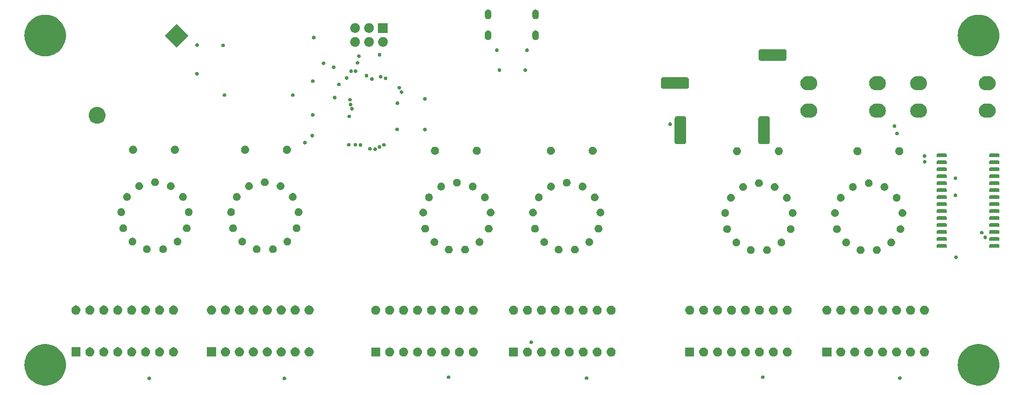
<source format=gbs>
G04 #@! TF.GenerationSoftware,KiCad,Pcbnew,8.0.1*
G04 #@! TF.CreationDate,2025-01-11T23:12:33+02:00*
G04 #@! TF.ProjectId,NixProjectRev02,4e697850-726f-46a6-9563-745265763032,Rev02*
G04 #@! TF.SameCoordinates,Original*
G04 #@! TF.FileFunction,Soldermask,Bot*
G04 #@! TF.FilePolarity,Negative*
%FSLAX46Y46*%
G04 Gerber Fmt 4.6, Leading zero omitted, Abs format (unit mm)*
G04 Created by KiCad (PCBNEW 8.0.1) date 2025-01-11 23:12:33*
%MOMM*%
%LPD*%
G01*
G04 APERTURE LIST*
G04 APERTURE END LIST*
G36*
X66473608Y-110355682D02*
G01*
X66849472Y-110432924D01*
X67215592Y-110547795D01*
X67568213Y-110699116D01*
X67903716Y-110885336D01*
X68218657Y-111104542D01*
X68509807Y-111354485D01*
X68774176Y-111632601D01*
X69009052Y-111936036D01*
X69212025Y-112261676D01*
X69381012Y-112606180D01*
X69514280Y-112966012D01*
X69610459Y-113337481D01*
X69668565Y-113716774D01*
X69688000Y-114100000D01*
X69668565Y-114483226D01*
X69610459Y-114862519D01*
X69514280Y-115233988D01*
X69381012Y-115593820D01*
X69212025Y-115938324D01*
X69009052Y-116263964D01*
X68774176Y-116567399D01*
X68509807Y-116845515D01*
X68218657Y-117095458D01*
X67903716Y-117314664D01*
X67568213Y-117500884D01*
X67215592Y-117652205D01*
X66849472Y-117767076D01*
X66473608Y-117844318D01*
X66091859Y-117883138D01*
X65708141Y-117883138D01*
X65326392Y-117844318D01*
X64950528Y-117767076D01*
X64584408Y-117652205D01*
X64231787Y-117500884D01*
X63896284Y-117314664D01*
X63581343Y-117095458D01*
X63290193Y-116845515D01*
X63025824Y-116567399D01*
X62790948Y-116263964D01*
X62587975Y-115938324D01*
X62418988Y-115593820D01*
X62285720Y-115233988D01*
X62189541Y-114862519D01*
X62131435Y-114483226D01*
X62112000Y-114100000D01*
X62131435Y-113716774D01*
X62189541Y-113337481D01*
X62285720Y-112966012D01*
X62418988Y-112606180D01*
X62587975Y-112261676D01*
X62790948Y-111936036D01*
X63025824Y-111632601D01*
X63290193Y-111354485D01*
X63581343Y-111104542D01*
X63896284Y-110885336D01*
X64231787Y-110699116D01*
X64584408Y-110547795D01*
X64950528Y-110432924D01*
X65326392Y-110355682D01*
X65708141Y-110316862D01*
X66091859Y-110316862D01*
X66473608Y-110355682D01*
G37*
G36*
X236473608Y-110355682D02*
G01*
X236849472Y-110432924D01*
X237215592Y-110547795D01*
X237568213Y-110699116D01*
X237903716Y-110885336D01*
X238218657Y-111104542D01*
X238509807Y-111354485D01*
X238774176Y-111632601D01*
X239009052Y-111936036D01*
X239212025Y-112261676D01*
X239381012Y-112606180D01*
X239514280Y-112966012D01*
X239610459Y-113337481D01*
X239668565Y-113716774D01*
X239688000Y-114100000D01*
X239668565Y-114483226D01*
X239610459Y-114862519D01*
X239514280Y-115233988D01*
X239381012Y-115593820D01*
X239212025Y-115938324D01*
X239009052Y-116263964D01*
X238774176Y-116567399D01*
X238509807Y-116845515D01*
X238218657Y-117095458D01*
X237903716Y-117314664D01*
X237568213Y-117500884D01*
X237215592Y-117652205D01*
X236849472Y-117767076D01*
X236473608Y-117844318D01*
X236091859Y-117883138D01*
X235708141Y-117883138D01*
X235326392Y-117844318D01*
X234950528Y-117767076D01*
X234584408Y-117652205D01*
X234231787Y-117500884D01*
X233896284Y-117314664D01*
X233581343Y-117095458D01*
X233290193Y-116845515D01*
X233025824Y-116567399D01*
X232790948Y-116263964D01*
X232587975Y-115938324D01*
X232418988Y-115593820D01*
X232285720Y-115233988D01*
X232189541Y-114862519D01*
X232131435Y-114483226D01*
X232112000Y-114100000D01*
X232131435Y-113716774D01*
X232189541Y-113337481D01*
X232285720Y-112966012D01*
X232418988Y-112606180D01*
X232587975Y-112261676D01*
X232790948Y-111936036D01*
X233025824Y-111632601D01*
X233290193Y-111354485D01*
X233581343Y-111104542D01*
X233896284Y-110885336D01*
X234231787Y-110699116D01*
X234584408Y-110547795D01*
X234950528Y-110432924D01*
X235326392Y-110355682D01*
X235708141Y-110316862D01*
X236091859Y-110316862D01*
X236473608Y-110355682D01*
G37*
G36*
X109489808Y-116241635D02*
G01*
X109521193Y-116241635D01*
X109545371Y-116250435D01*
X109566699Y-116253813D01*
X109596820Y-116269160D01*
X109631500Y-116281783D01*
X109646817Y-116294635D01*
X109660695Y-116301707D01*
X109689122Y-116330134D01*
X109721423Y-116357238D01*
X109728522Y-116369534D01*
X109735292Y-116376304D01*
X109756788Y-116418492D01*
X109780116Y-116458897D01*
X109781566Y-116467120D01*
X109783186Y-116470300D01*
X109792533Y-116529317D01*
X109800500Y-116574500D01*
X109792532Y-116619686D01*
X109783186Y-116678699D01*
X109781566Y-116681877D01*
X109780116Y-116690103D01*
X109756784Y-116730514D01*
X109735292Y-116772695D01*
X109728523Y-116779463D01*
X109721423Y-116791762D01*
X109689115Y-116818871D01*
X109660695Y-116847292D01*
X109646820Y-116854361D01*
X109631500Y-116867217D01*
X109596813Y-116879841D01*
X109566699Y-116895186D01*
X109545376Y-116898563D01*
X109521193Y-116907365D01*
X109489801Y-116907365D01*
X109462500Y-116911689D01*
X109435198Y-116907365D01*
X109403807Y-116907365D01*
X109379624Y-116898563D01*
X109358300Y-116895186D01*
X109328183Y-116879840D01*
X109293500Y-116867217D01*
X109278181Y-116854362D01*
X109264304Y-116847292D01*
X109235877Y-116818865D01*
X109203577Y-116791762D01*
X109196477Y-116779465D01*
X109189707Y-116772695D01*
X109168207Y-116730500D01*
X109144884Y-116690103D01*
X109143434Y-116681880D01*
X109141813Y-116678699D01*
X109132457Y-116619630D01*
X109124500Y-116574500D01*
X109132457Y-116529373D01*
X109141813Y-116470300D01*
X109143434Y-116467117D01*
X109144884Y-116458897D01*
X109168202Y-116418507D01*
X109189707Y-116376304D01*
X109196479Y-116369531D01*
X109203577Y-116357238D01*
X109235871Y-116330139D01*
X109264304Y-116301707D01*
X109278184Y-116294634D01*
X109293500Y-116281783D01*
X109328176Y-116269162D01*
X109358300Y-116253813D01*
X109379629Y-116250434D01*
X109403807Y-116241635D01*
X109435192Y-116241635D01*
X109462500Y-116237310D01*
X109489808Y-116241635D01*
G37*
G36*
X84889808Y-116226635D02*
G01*
X84921193Y-116226635D01*
X84945371Y-116235435D01*
X84966699Y-116238813D01*
X84996820Y-116254160D01*
X85031500Y-116266783D01*
X85046817Y-116279635D01*
X85060695Y-116286707D01*
X85089122Y-116315134D01*
X85121423Y-116342238D01*
X85128522Y-116354534D01*
X85135292Y-116361304D01*
X85156788Y-116403492D01*
X85180116Y-116443897D01*
X85181566Y-116452120D01*
X85183186Y-116455300D01*
X85192533Y-116514317D01*
X85200500Y-116559500D01*
X85192532Y-116604686D01*
X85183186Y-116663699D01*
X85181566Y-116666877D01*
X85180116Y-116675103D01*
X85156784Y-116715514D01*
X85135292Y-116757695D01*
X85128523Y-116764463D01*
X85121423Y-116776762D01*
X85089115Y-116803871D01*
X85060695Y-116832292D01*
X85046820Y-116839361D01*
X85031500Y-116852217D01*
X84996813Y-116864841D01*
X84966699Y-116880186D01*
X84945376Y-116883563D01*
X84921193Y-116892365D01*
X84889801Y-116892365D01*
X84862500Y-116896689D01*
X84835198Y-116892365D01*
X84803807Y-116892365D01*
X84779624Y-116883563D01*
X84758300Y-116880186D01*
X84728183Y-116864840D01*
X84693500Y-116852217D01*
X84678181Y-116839362D01*
X84664304Y-116832292D01*
X84635877Y-116803865D01*
X84603577Y-116776762D01*
X84596477Y-116764465D01*
X84589707Y-116757695D01*
X84568207Y-116715500D01*
X84544884Y-116675103D01*
X84543434Y-116666880D01*
X84541813Y-116663699D01*
X84532457Y-116604630D01*
X84524500Y-116559500D01*
X84532457Y-116514373D01*
X84541813Y-116455300D01*
X84543434Y-116452117D01*
X84544884Y-116443897D01*
X84568202Y-116403507D01*
X84589707Y-116361304D01*
X84596479Y-116354531D01*
X84603577Y-116342238D01*
X84635871Y-116315139D01*
X84664304Y-116286707D01*
X84678184Y-116279634D01*
X84693500Y-116266783D01*
X84728176Y-116254162D01*
X84758300Y-116238813D01*
X84779629Y-116235434D01*
X84803807Y-116226635D01*
X84835192Y-116226635D01*
X84862500Y-116222310D01*
X84889808Y-116226635D01*
G37*
G36*
X221589808Y-116178635D02*
G01*
X221621193Y-116178635D01*
X221645371Y-116187435D01*
X221666699Y-116190813D01*
X221696820Y-116206160D01*
X221731500Y-116218783D01*
X221746817Y-116231635D01*
X221760695Y-116238707D01*
X221789122Y-116267134D01*
X221821423Y-116294238D01*
X221828522Y-116306534D01*
X221835292Y-116313304D01*
X221856788Y-116355492D01*
X221880116Y-116395897D01*
X221881566Y-116404120D01*
X221883186Y-116407300D01*
X221892533Y-116466317D01*
X221900500Y-116511500D01*
X221892532Y-116556686D01*
X221883186Y-116615699D01*
X221881566Y-116618877D01*
X221880116Y-116627103D01*
X221856784Y-116667514D01*
X221835292Y-116709695D01*
X221828523Y-116716463D01*
X221821423Y-116728762D01*
X221789115Y-116755871D01*
X221760695Y-116784292D01*
X221746820Y-116791361D01*
X221731500Y-116804217D01*
X221696813Y-116816841D01*
X221666699Y-116832186D01*
X221645376Y-116835563D01*
X221621193Y-116844365D01*
X221589801Y-116844365D01*
X221562500Y-116848689D01*
X221535198Y-116844365D01*
X221503807Y-116844365D01*
X221479624Y-116835563D01*
X221458300Y-116832186D01*
X221428183Y-116816840D01*
X221393500Y-116804217D01*
X221378181Y-116791362D01*
X221364304Y-116784292D01*
X221335877Y-116755865D01*
X221303577Y-116728762D01*
X221296477Y-116716465D01*
X221289707Y-116709695D01*
X221268207Y-116667500D01*
X221244884Y-116627103D01*
X221243434Y-116618880D01*
X221241813Y-116615699D01*
X221232457Y-116556630D01*
X221224500Y-116511500D01*
X221232457Y-116466373D01*
X221241813Y-116407300D01*
X221243434Y-116404117D01*
X221244884Y-116395897D01*
X221268202Y-116355507D01*
X221289707Y-116313304D01*
X221296479Y-116306531D01*
X221303577Y-116294238D01*
X221335871Y-116267139D01*
X221364304Y-116238707D01*
X221378184Y-116231634D01*
X221393500Y-116218783D01*
X221428176Y-116206162D01*
X221458300Y-116190813D01*
X221479629Y-116187434D01*
X221503807Y-116178635D01*
X221535192Y-116178635D01*
X221562500Y-116174310D01*
X221589808Y-116178635D01*
G37*
G36*
X164539808Y-116173635D02*
G01*
X164571193Y-116173635D01*
X164595371Y-116182435D01*
X164616699Y-116185813D01*
X164646820Y-116201160D01*
X164681500Y-116213783D01*
X164696817Y-116226635D01*
X164710695Y-116233707D01*
X164739122Y-116262134D01*
X164771423Y-116289238D01*
X164778522Y-116301534D01*
X164785292Y-116308304D01*
X164806788Y-116350492D01*
X164830116Y-116390897D01*
X164831566Y-116399120D01*
X164833186Y-116402300D01*
X164842533Y-116461317D01*
X164850500Y-116506500D01*
X164842532Y-116551686D01*
X164833186Y-116610699D01*
X164831566Y-116613877D01*
X164830116Y-116622103D01*
X164806784Y-116662514D01*
X164785292Y-116704695D01*
X164778523Y-116711463D01*
X164771423Y-116723762D01*
X164739115Y-116750871D01*
X164710695Y-116779292D01*
X164696820Y-116786361D01*
X164681500Y-116799217D01*
X164646813Y-116811841D01*
X164616699Y-116827186D01*
X164595376Y-116830563D01*
X164571193Y-116839365D01*
X164539801Y-116839365D01*
X164512500Y-116843689D01*
X164485198Y-116839365D01*
X164453807Y-116839365D01*
X164429624Y-116830563D01*
X164408300Y-116827186D01*
X164378183Y-116811840D01*
X164343500Y-116799217D01*
X164328181Y-116786362D01*
X164314304Y-116779292D01*
X164285877Y-116750865D01*
X164253577Y-116723762D01*
X164246477Y-116711465D01*
X164239707Y-116704695D01*
X164218207Y-116662500D01*
X164194884Y-116622103D01*
X164193434Y-116613880D01*
X164191813Y-116610699D01*
X164182457Y-116551630D01*
X164174500Y-116506500D01*
X164182457Y-116461373D01*
X164191813Y-116402300D01*
X164193434Y-116399117D01*
X164194884Y-116390897D01*
X164218202Y-116350507D01*
X164239707Y-116308304D01*
X164246479Y-116301531D01*
X164253577Y-116289238D01*
X164285871Y-116262139D01*
X164314304Y-116233707D01*
X164328184Y-116226634D01*
X164343500Y-116213783D01*
X164378176Y-116201162D01*
X164408300Y-116185813D01*
X164429629Y-116182434D01*
X164453807Y-116173635D01*
X164485192Y-116173635D01*
X164512500Y-116169310D01*
X164539808Y-116173635D01*
G37*
G36*
X139389808Y-115999135D02*
G01*
X139421193Y-115999135D01*
X139445371Y-116007935D01*
X139466699Y-116011313D01*
X139496820Y-116026660D01*
X139531500Y-116039283D01*
X139546817Y-116052135D01*
X139560695Y-116059207D01*
X139589122Y-116087634D01*
X139621423Y-116114738D01*
X139628522Y-116127034D01*
X139635292Y-116133804D01*
X139656788Y-116175992D01*
X139680116Y-116216397D01*
X139681566Y-116224620D01*
X139683186Y-116227800D01*
X139692533Y-116286817D01*
X139700500Y-116332000D01*
X139692532Y-116377186D01*
X139683186Y-116436199D01*
X139681566Y-116439377D01*
X139680116Y-116447603D01*
X139656784Y-116488014D01*
X139635292Y-116530195D01*
X139628523Y-116536963D01*
X139621423Y-116549262D01*
X139589115Y-116576371D01*
X139560695Y-116604792D01*
X139546820Y-116611861D01*
X139531500Y-116624717D01*
X139496813Y-116637341D01*
X139466699Y-116652686D01*
X139445376Y-116656063D01*
X139421193Y-116664865D01*
X139389801Y-116664865D01*
X139362500Y-116669189D01*
X139335198Y-116664865D01*
X139303807Y-116664865D01*
X139279624Y-116656063D01*
X139258300Y-116652686D01*
X139228183Y-116637340D01*
X139193500Y-116624717D01*
X139178181Y-116611862D01*
X139164304Y-116604792D01*
X139135877Y-116576365D01*
X139103577Y-116549262D01*
X139096477Y-116536965D01*
X139089707Y-116530195D01*
X139068207Y-116488000D01*
X139044884Y-116447603D01*
X139043434Y-116439380D01*
X139041813Y-116436199D01*
X139032457Y-116377130D01*
X139024500Y-116332000D01*
X139032457Y-116286873D01*
X139041813Y-116227800D01*
X139043434Y-116224617D01*
X139044884Y-116216397D01*
X139068202Y-116176007D01*
X139089707Y-116133804D01*
X139096479Y-116127031D01*
X139103577Y-116114738D01*
X139135871Y-116087639D01*
X139164304Y-116059207D01*
X139178184Y-116052134D01*
X139193500Y-116039283D01*
X139228176Y-116026662D01*
X139258300Y-116011313D01*
X139279629Y-116007934D01*
X139303807Y-115999135D01*
X139335192Y-115999135D01*
X139362500Y-115994810D01*
X139389808Y-115999135D01*
G37*
G36*
X196623308Y-115999135D02*
G01*
X196654693Y-115999135D01*
X196678871Y-116007935D01*
X196700199Y-116011313D01*
X196730320Y-116026660D01*
X196765000Y-116039283D01*
X196780317Y-116052135D01*
X196794195Y-116059207D01*
X196822622Y-116087634D01*
X196854923Y-116114738D01*
X196862022Y-116127034D01*
X196868792Y-116133804D01*
X196890288Y-116175992D01*
X196913616Y-116216397D01*
X196915066Y-116224620D01*
X196916686Y-116227800D01*
X196926033Y-116286817D01*
X196934000Y-116332000D01*
X196926032Y-116377186D01*
X196916686Y-116436199D01*
X196915066Y-116439377D01*
X196913616Y-116447603D01*
X196890284Y-116488014D01*
X196868792Y-116530195D01*
X196862023Y-116536963D01*
X196854923Y-116549262D01*
X196822615Y-116576371D01*
X196794195Y-116604792D01*
X196780320Y-116611861D01*
X196765000Y-116624717D01*
X196730313Y-116637341D01*
X196700199Y-116652686D01*
X196678876Y-116656063D01*
X196654693Y-116664865D01*
X196623301Y-116664865D01*
X196596000Y-116669189D01*
X196568698Y-116664865D01*
X196537307Y-116664865D01*
X196513124Y-116656063D01*
X196491800Y-116652686D01*
X196461683Y-116637340D01*
X196427000Y-116624717D01*
X196411681Y-116611862D01*
X196397804Y-116604792D01*
X196369377Y-116576365D01*
X196337077Y-116549262D01*
X196329977Y-116536965D01*
X196323207Y-116530195D01*
X196301707Y-116488000D01*
X196278384Y-116447603D01*
X196276934Y-116439380D01*
X196275313Y-116436199D01*
X196265957Y-116377130D01*
X196258000Y-116332000D01*
X196265957Y-116286873D01*
X196275313Y-116227800D01*
X196276934Y-116224617D01*
X196278384Y-116216397D01*
X196301702Y-116176007D01*
X196323207Y-116133804D01*
X196329979Y-116127031D01*
X196337077Y-116114738D01*
X196369371Y-116087639D01*
X196397804Y-116059207D01*
X196411684Y-116052134D01*
X196427000Y-116039283D01*
X196461676Y-116026662D01*
X196491800Y-116011313D01*
X196513129Y-116007934D01*
X196537307Y-115999135D01*
X196568692Y-115999135D01*
X196596000Y-115994810D01*
X196623308Y-115999135D01*
G37*
G36*
X126934542Y-110924893D02*
G01*
X126946870Y-110933130D01*
X126955107Y-110945458D01*
X126958000Y-110960000D01*
X126958000Y-112560000D01*
X126955107Y-112574542D01*
X126946870Y-112586870D01*
X126934542Y-112595107D01*
X126920000Y-112598000D01*
X125320000Y-112598000D01*
X125305458Y-112595107D01*
X125293130Y-112586870D01*
X125284893Y-112574542D01*
X125282000Y-112560000D01*
X125282000Y-110960000D01*
X125284893Y-110945458D01*
X125293130Y-110933130D01*
X125305458Y-110924893D01*
X125320000Y-110922000D01*
X126920000Y-110922000D01*
X126934542Y-110924893D01*
G37*
G36*
X152004542Y-110924893D02*
G01*
X152016870Y-110933130D01*
X152025107Y-110945458D01*
X152028000Y-110960000D01*
X152028000Y-112560000D01*
X152025107Y-112574542D01*
X152016870Y-112586870D01*
X152004542Y-112595107D01*
X151990000Y-112598000D01*
X150390000Y-112598000D01*
X150375458Y-112595107D01*
X150363130Y-112586870D01*
X150354893Y-112574542D01*
X150352000Y-112560000D01*
X150352000Y-110960000D01*
X150354893Y-110945458D01*
X150363130Y-110933130D01*
X150375458Y-110924893D01*
X150390000Y-110922000D01*
X151990000Y-110922000D01*
X152004542Y-110924893D01*
G37*
G36*
X184094542Y-110924893D02*
G01*
X184106870Y-110933130D01*
X184115107Y-110945458D01*
X184118000Y-110960000D01*
X184118000Y-112560000D01*
X184115107Y-112574542D01*
X184106870Y-112586870D01*
X184094542Y-112595107D01*
X184080000Y-112598000D01*
X182480000Y-112598000D01*
X182465458Y-112595107D01*
X182453130Y-112586870D01*
X182444893Y-112574542D01*
X182442000Y-112560000D01*
X182442000Y-110960000D01*
X182444893Y-110945458D01*
X182453130Y-110933130D01*
X182465458Y-110924893D01*
X182480000Y-110922000D01*
X184080000Y-110922000D01*
X184094542Y-110924893D01*
G37*
G36*
X209084542Y-110924893D02*
G01*
X209096870Y-110933130D01*
X209105107Y-110945458D01*
X209108000Y-110960000D01*
X209108000Y-112560000D01*
X209105107Y-112574542D01*
X209096870Y-112586870D01*
X209084542Y-112595107D01*
X209070000Y-112598000D01*
X207470000Y-112598000D01*
X207455458Y-112595107D01*
X207443130Y-112586870D01*
X207434893Y-112574542D01*
X207432000Y-112560000D01*
X207432000Y-110960000D01*
X207434893Y-110945458D01*
X207443130Y-110933130D01*
X207455458Y-110924893D01*
X207470000Y-110922000D01*
X209070000Y-110922000D01*
X209084542Y-110924893D01*
G37*
G36*
X128918956Y-110963015D02*
G01*
X129079000Y-111034271D01*
X129220731Y-111137245D01*
X129337956Y-111267436D01*
X129425551Y-111419155D01*
X129479688Y-111585770D01*
X129498000Y-111760000D01*
X129479688Y-111934230D01*
X129425551Y-112100845D01*
X129337956Y-112252564D01*
X129220731Y-112382755D01*
X129079000Y-112485729D01*
X128918956Y-112556985D01*
X128747595Y-112593409D01*
X128572405Y-112593409D01*
X128401044Y-112556985D01*
X128241000Y-112485729D01*
X128099269Y-112382755D01*
X127982044Y-112252564D01*
X127894449Y-112100845D01*
X127840312Y-111934230D01*
X127822000Y-111760000D01*
X127840312Y-111585770D01*
X127894449Y-111419155D01*
X127982044Y-111267436D01*
X128099269Y-111137245D01*
X128241000Y-111034271D01*
X128401044Y-110963015D01*
X128572405Y-110926591D01*
X128747595Y-110926591D01*
X128918956Y-110963015D01*
G37*
G36*
X131458956Y-110963015D02*
G01*
X131619000Y-111034271D01*
X131760731Y-111137245D01*
X131877956Y-111267436D01*
X131965551Y-111419155D01*
X132019688Y-111585770D01*
X132038000Y-111760000D01*
X132019688Y-111934230D01*
X131965551Y-112100845D01*
X131877956Y-112252564D01*
X131760731Y-112382755D01*
X131619000Y-112485729D01*
X131458956Y-112556985D01*
X131287595Y-112593409D01*
X131112405Y-112593409D01*
X130941044Y-112556985D01*
X130781000Y-112485729D01*
X130639269Y-112382755D01*
X130522044Y-112252564D01*
X130434449Y-112100845D01*
X130380312Y-111934230D01*
X130362000Y-111760000D01*
X130380312Y-111585770D01*
X130434449Y-111419155D01*
X130522044Y-111267436D01*
X130639269Y-111137245D01*
X130781000Y-111034271D01*
X130941044Y-110963015D01*
X131112405Y-110926591D01*
X131287595Y-110926591D01*
X131458956Y-110963015D01*
G37*
G36*
X133998956Y-110963015D02*
G01*
X134159000Y-111034271D01*
X134300731Y-111137245D01*
X134417956Y-111267436D01*
X134505551Y-111419155D01*
X134559688Y-111585770D01*
X134578000Y-111760000D01*
X134559688Y-111934230D01*
X134505551Y-112100845D01*
X134417956Y-112252564D01*
X134300731Y-112382755D01*
X134159000Y-112485729D01*
X133998956Y-112556985D01*
X133827595Y-112593409D01*
X133652405Y-112593409D01*
X133481044Y-112556985D01*
X133321000Y-112485729D01*
X133179269Y-112382755D01*
X133062044Y-112252564D01*
X132974449Y-112100845D01*
X132920312Y-111934230D01*
X132902000Y-111760000D01*
X132920312Y-111585770D01*
X132974449Y-111419155D01*
X133062044Y-111267436D01*
X133179269Y-111137245D01*
X133321000Y-111034271D01*
X133481044Y-110963015D01*
X133652405Y-110926591D01*
X133827595Y-110926591D01*
X133998956Y-110963015D01*
G37*
G36*
X136538956Y-110963015D02*
G01*
X136699000Y-111034271D01*
X136840731Y-111137245D01*
X136957956Y-111267436D01*
X137045551Y-111419155D01*
X137099688Y-111585770D01*
X137118000Y-111760000D01*
X137099688Y-111934230D01*
X137045551Y-112100845D01*
X136957956Y-112252564D01*
X136840731Y-112382755D01*
X136699000Y-112485729D01*
X136538956Y-112556985D01*
X136367595Y-112593409D01*
X136192405Y-112593409D01*
X136021044Y-112556985D01*
X135861000Y-112485729D01*
X135719269Y-112382755D01*
X135602044Y-112252564D01*
X135514449Y-112100845D01*
X135460312Y-111934230D01*
X135442000Y-111760000D01*
X135460312Y-111585770D01*
X135514449Y-111419155D01*
X135602044Y-111267436D01*
X135719269Y-111137245D01*
X135861000Y-111034271D01*
X136021044Y-110963015D01*
X136192405Y-110926591D01*
X136367595Y-110926591D01*
X136538956Y-110963015D01*
G37*
G36*
X139078956Y-110963015D02*
G01*
X139239000Y-111034271D01*
X139380731Y-111137245D01*
X139497956Y-111267436D01*
X139585551Y-111419155D01*
X139639688Y-111585770D01*
X139658000Y-111760000D01*
X139639688Y-111934230D01*
X139585551Y-112100845D01*
X139497956Y-112252564D01*
X139380731Y-112382755D01*
X139239000Y-112485729D01*
X139078956Y-112556985D01*
X138907595Y-112593409D01*
X138732405Y-112593409D01*
X138561044Y-112556985D01*
X138401000Y-112485729D01*
X138259269Y-112382755D01*
X138142044Y-112252564D01*
X138054449Y-112100845D01*
X138000312Y-111934230D01*
X137982000Y-111760000D01*
X138000312Y-111585770D01*
X138054449Y-111419155D01*
X138142044Y-111267436D01*
X138259269Y-111137245D01*
X138401000Y-111034271D01*
X138561044Y-110963015D01*
X138732405Y-110926591D01*
X138907595Y-110926591D01*
X139078956Y-110963015D01*
G37*
G36*
X141618956Y-110963015D02*
G01*
X141779000Y-111034271D01*
X141920731Y-111137245D01*
X142037956Y-111267436D01*
X142125551Y-111419155D01*
X142179688Y-111585770D01*
X142198000Y-111760000D01*
X142179688Y-111934230D01*
X142125551Y-112100845D01*
X142037956Y-112252564D01*
X141920731Y-112382755D01*
X141779000Y-112485729D01*
X141618956Y-112556985D01*
X141447595Y-112593409D01*
X141272405Y-112593409D01*
X141101044Y-112556985D01*
X140941000Y-112485729D01*
X140799269Y-112382755D01*
X140682044Y-112252564D01*
X140594449Y-112100845D01*
X140540312Y-111934230D01*
X140522000Y-111760000D01*
X140540312Y-111585770D01*
X140594449Y-111419155D01*
X140682044Y-111267436D01*
X140799269Y-111137245D01*
X140941000Y-111034271D01*
X141101044Y-110963015D01*
X141272405Y-110926591D01*
X141447595Y-110926591D01*
X141618956Y-110963015D01*
G37*
G36*
X144158956Y-110963015D02*
G01*
X144319000Y-111034271D01*
X144460731Y-111137245D01*
X144577956Y-111267436D01*
X144665551Y-111419155D01*
X144719688Y-111585770D01*
X144738000Y-111760000D01*
X144719688Y-111934230D01*
X144665551Y-112100845D01*
X144577956Y-112252564D01*
X144460731Y-112382755D01*
X144319000Y-112485729D01*
X144158956Y-112556985D01*
X143987595Y-112593409D01*
X143812405Y-112593409D01*
X143641044Y-112556985D01*
X143481000Y-112485729D01*
X143339269Y-112382755D01*
X143222044Y-112252564D01*
X143134449Y-112100845D01*
X143080312Y-111934230D01*
X143062000Y-111760000D01*
X143080312Y-111585770D01*
X143134449Y-111419155D01*
X143222044Y-111267436D01*
X143339269Y-111137245D01*
X143481000Y-111034271D01*
X143641044Y-110963015D01*
X143812405Y-110926591D01*
X143987595Y-110926591D01*
X144158956Y-110963015D01*
G37*
G36*
X153988956Y-110963015D02*
G01*
X154149000Y-111034271D01*
X154290731Y-111137245D01*
X154407956Y-111267436D01*
X154495551Y-111419155D01*
X154549688Y-111585770D01*
X154568000Y-111760000D01*
X154549688Y-111934230D01*
X154495551Y-112100845D01*
X154407956Y-112252564D01*
X154290731Y-112382755D01*
X154149000Y-112485729D01*
X153988956Y-112556985D01*
X153817595Y-112593409D01*
X153642405Y-112593409D01*
X153471044Y-112556985D01*
X153311000Y-112485729D01*
X153169269Y-112382755D01*
X153052044Y-112252564D01*
X152964449Y-112100845D01*
X152910312Y-111934230D01*
X152892000Y-111760000D01*
X152910312Y-111585770D01*
X152964449Y-111419155D01*
X153052044Y-111267436D01*
X153169269Y-111137245D01*
X153311000Y-111034271D01*
X153471044Y-110963015D01*
X153642405Y-110926591D01*
X153817595Y-110926591D01*
X153988956Y-110963015D01*
G37*
G36*
X156528956Y-110963015D02*
G01*
X156689000Y-111034271D01*
X156830731Y-111137245D01*
X156947956Y-111267436D01*
X157035551Y-111419155D01*
X157089688Y-111585770D01*
X157108000Y-111760000D01*
X157089688Y-111934230D01*
X157035551Y-112100845D01*
X156947956Y-112252564D01*
X156830731Y-112382755D01*
X156689000Y-112485729D01*
X156528956Y-112556985D01*
X156357595Y-112593409D01*
X156182405Y-112593409D01*
X156011044Y-112556985D01*
X155851000Y-112485729D01*
X155709269Y-112382755D01*
X155592044Y-112252564D01*
X155504449Y-112100845D01*
X155450312Y-111934230D01*
X155432000Y-111760000D01*
X155450312Y-111585770D01*
X155504449Y-111419155D01*
X155592044Y-111267436D01*
X155709269Y-111137245D01*
X155851000Y-111034271D01*
X156011044Y-110963015D01*
X156182405Y-110926591D01*
X156357595Y-110926591D01*
X156528956Y-110963015D01*
G37*
G36*
X159068956Y-110963015D02*
G01*
X159229000Y-111034271D01*
X159370731Y-111137245D01*
X159487956Y-111267436D01*
X159575551Y-111419155D01*
X159629688Y-111585770D01*
X159648000Y-111760000D01*
X159629688Y-111934230D01*
X159575551Y-112100845D01*
X159487956Y-112252564D01*
X159370731Y-112382755D01*
X159229000Y-112485729D01*
X159068956Y-112556985D01*
X158897595Y-112593409D01*
X158722405Y-112593409D01*
X158551044Y-112556985D01*
X158391000Y-112485729D01*
X158249269Y-112382755D01*
X158132044Y-112252564D01*
X158044449Y-112100845D01*
X157990312Y-111934230D01*
X157972000Y-111760000D01*
X157990312Y-111585770D01*
X158044449Y-111419155D01*
X158132044Y-111267436D01*
X158249269Y-111137245D01*
X158391000Y-111034271D01*
X158551044Y-110963015D01*
X158722405Y-110926591D01*
X158897595Y-110926591D01*
X159068956Y-110963015D01*
G37*
G36*
X161608956Y-110963015D02*
G01*
X161769000Y-111034271D01*
X161910731Y-111137245D01*
X162027956Y-111267436D01*
X162115551Y-111419155D01*
X162169688Y-111585770D01*
X162188000Y-111760000D01*
X162169688Y-111934230D01*
X162115551Y-112100845D01*
X162027956Y-112252564D01*
X161910731Y-112382755D01*
X161769000Y-112485729D01*
X161608956Y-112556985D01*
X161437595Y-112593409D01*
X161262405Y-112593409D01*
X161091044Y-112556985D01*
X160931000Y-112485729D01*
X160789269Y-112382755D01*
X160672044Y-112252564D01*
X160584449Y-112100845D01*
X160530312Y-111934230D01*
X160512000Y-111760000D01*
X160530312Y-111585770D01*
X160584449Y-111419155D01*
X160672044Y-111267436D01*
X160789269Y-111137245D01*
X160931000Y-111034271D01*
X161091044Y-110963015D01*
X161262405Y-110926591D01*
X161437595Y-110926591D01*
X161608956Y-110963015D01*
G37*
G36*
X164148956Y-110963015D02*
G01*
X164309000Y-111034271D01*
X164450731Y-111137245D01*
X164567956Y-111267436D01*
X164655551Y-111419155D01*
X164709688Y-111585770D01*
X164728000Y-111760000D01*
X164709688Y-111934230D01*
X164655551Y-112100845D01*
X164567956Y-112252564D01*
X164450731Y-112382755D01*
X164309000Y-112485729D01*
X164148956Y-112556985D01*
X163977595Y-112593409D01*
X163802405Y-112593409D01*
X163631044Y-112556985D01*
X163471000Y-112485729D01*
X163329269Y-112382755D01*
X163212044Y-112252564D01*
X163124449Y-112100845D01*
X163070312Y-111934230D01*
X163052000Y-111760000D01*
X163070312Y-111585770D01*
X163124449Y-111419155D01*
X163212044Y-111267436D01*
X163329269Y-111137245D01*
X163471000Y-111034271D01*
X163631044Y-110963015D01*
X163802405Y-110926591D01*
X163977595Y-110926591D01*
X164148956Y-110963015D01*
G37*
G36*
X166688956Y-110963015D02*
G01*
X166849000Y-111034271D01*
X166990731Y-111137245D01*
X167107956Y-111267436D01*
X167195551Y-111419155D01*
X167249688Y-111585770D01*
X167268000Y-111760000D01*
X167249688Y-111934230D01*
X167195551Y-112100845D01*
X167107956Y-112252564D01*
X166990731Y-112382755D01*
X166849000Y-112485729D01*
X166688956Y-112556985D01*
X166517595Y-112593409D01*
X166342405Y-112593409D01*
X166171044Y-112556985D01*
X166011000Y-112485729D01*
X165869269Y-112382755D01*
X165752044Y-112252564D01*
X165664449Y-112100845D01*
X165610312Y-111934230D01*
X165592000Y-111760000D01*
X165610312Y-111585770D01*
X165664449Y-111419155D01*
X165752044Y-111267436D01*
X165869269Y-111137245D01*
X166011000Y-111034271D01*
X166171044Y-110963015D01*
X166342405Y-110926591D01*
X166517595Y-110926591D01*
X166688956Y-110963015D01*
G37*
G36*
X169228956Y-110963015D02*
G01*
X169389000Y-111034271D01*
X169530731Y-111137245D01*
X169647956Y-111267436D01*
X169735551Y-111419155D01*
X169789688Y-111585770D01*
X169808000Y-111760000D01*
X169789688Y-111934230D01*
X169735551Y-112100845D01*
X169647956Y-112252564D01*
X169530731Y-112382755D01*
X169389000Y-112485729D01*
X169228956Y-112556985D01*
X169057595Y-112593409D01*
X168882405Y-112593409D01*
X168711044Y-112556985D01*
X168551000Y-112485729D01*
X168409269Y-112382755D01*
X168292044Y-112252564D01*
X168204449Y-112100845D01*
X168150312Y-111934230D01*
X168132000Y-111760000D01*
X168150312Y-111585770D01*
X168204449Y-111419155D01*
X168292044Y-111267436D01*
X168409269Y-111137245D01*
X168551000Y-111034271D01*
X168711044Y-110963015D01*
X168882405Y-110926591D01*
X169057595Y-110926591D01*
X169228956Y-110963015D01*
G37*
G36*
X186078956Y-110963015D02*
G01*
X186239000Y-111034271D01*
X186380731Y-111137245D01*
X186497956Y-111267436D01*
X186585551Y-111419155D01*
X186639688Y-111585770D01*
X186658000Y-111760000D01*
X186639688Y-111934230D01*
X186585551Y-112100845D01*
X186497956Y-112252564D01*
X186380731Y-112382755D01*
X186239000Y-112485729D01*
X186078956Y-112556985D01*
X185907595Y-112593409D01*
X185732405Y-112593409D01*
X185561044Y-112556985D01*
X185401000Y-112485729D01*
X185259269Y-112382755D01*
X185142044Y-112252564D01*
X185054449Y-112100845D01*
X185000312Y-111934230D01*
X184982000Y-111760000D01*
X185000312Y-111585770D01*
X185054449Y-111419155D01*
X185142044Y-111267436D01*
X185259269Y-111137245D01*
X185401000Y-111034271D01*
X185561044Y-110963015D01*
X185732405Y-110926591D01*
X185907595Y-110926591D01*
X186078956Y-110963015D01*
G37*
G36*
X188618956Y-110963015D02*
G01*
X188779000Y-111034271D01*
X188920731Y-111137245D01*
X189037956Y-111267436D01*
X189125551Y-111419155D01*
X189179688Y-111585770D01*
X189198000Y-111760000D01*
X189179688Y-111934230D01*
X189125551Y-112100845D01*
X189037956Y-112252564D01*
X188920731Y-112382755D01*
X188779000Y-112485729D01*
X188618956Y-112556985D01*
X188447595Y-112593409D01*
X188272405Y-112593409D01*
X188101044Y-112556985D01*
X187941000Y-112485729D01*
X187799269Y-112382755D01*
X187682044Y-112252564D01*
X187594449Y-112100845D01*
X187540312Y-111934230D01*
X187522000Y-111760000D01*
X187540312Y-111585770D01*
X187594449Y-111419155D01*
X187682044Y-111267436D01*
X187799269Y-111137245D01*
X187941000Y-111034271D01*
X188101044Y-110963015D01*
X188272405Y-110926591D01*
X188447595Y-110926591D01*
X188618956Y-110963015D01*
G37*
G36*
X191158956Y-110963015D02*
G01*
X191319000Y-111034271D01*
X191460731Y-111137245D01*
X191577956Y-111267436D01*
X191665551Y-111419155D01*
X191719688Y-111585770D01*
X191738000Y-111760000D01*
X191719688Y-111934230D01*
X191665551Y-112100845D01*
X191577956Y-112252564D01*
X191460731Y-112382755D01*
X191319000Y-112485729D01*
X191158956Y-112556985D01*
X190987595Y-112593409D01*
X190812405Y-112593409D01*
X190641044Y-112556985D01*
X190481000Y-112485729D01*
X190339269Y-112382755D01*
X190222044Y-112252564D01*
X190134449Y-112100845D01*
X190080312Y-111934230D01*
X190062000Y-111760000D01*
X190080312Y-111585770D01*
X190134449Y-111419155D01*
X190222044Y-111267436D01*
X190339269Y-111137245D01*
X190481000Y-111034271D01*
X190641044Y-110963015D01*
X190812405Y-110926591D01*
X190987595Y-110926591D01*
X191158956Y-110963015D01*
G37*
G36*
X193698956Y-110963015D02*
G01*
X193859000Y-111034271D01*
X194000731Y-111137245D01*
X194117956Y-111267436D01*
X194205551Y-111419155D01*
X194259688Y-111585770D01*
X194278000Y-111760000D01*
X194259688Y-111934230D01*
X194205551Y-112100845D01*
X194117956Y-112252564D01*
X194000731Y-112382755D01*
X193859000Y-112485729D01*
X193698956Y-112556985D01*
X193527595Y-112593409D01*
X193352405Y-112593409D01*
X193181044Y-112556985D01*
X193021000Y-112485729D01*
X192879269Y-112382755D01*
X192762044Y-112252564D01*
X192674449Y-112100845D01*
X192620312Y-111934230D01*
X192602000Y-111760000D01*
X192620312Y-111585770D01*
X192674449Y-111419155D01*
X192762044Y-111267436D01*
X192879269Y-111137245D01*
X193021000Y-111034271D01*
X193181044Y-110963015D01*
X193352405Y-110926591D01*
X193527595Y-110926591D01*
X193698956Y-110963015D01*
G37*
G36*
X196238956Y-110963015D02*
G01*
X196399000Y-111034271D01*
X196540731Y-111137245D01*
X196657956Y-111267436D01*
X196745551Y-111419155D01*
X196799688Y-111585770D01*
X196818000Y-111760000D01*
X196799688Y-111934230D01*
X196745551Y-112100845D01*
X196657956Y-112252564D01*
X196540731Y-112382755D01*
X196399000Y-112485729D01*
X196238956Y-112556985D01*
X196067595Y-112593409D01*
X195892405Y-112593409D01*
X195721044Y-112556985D01*
X195561000Y-112485729D01*
X195419269Y-112382755D01*
X195302044Y-112252564D01*
X195214449Y-112100845D01*
X195160312Y-111934230D01*
X195142000Y-111760000D01*
X195160312Y-111585770D01*
X195214449Y-111419155D01*
X195302044Y-111267436D01*
X195419269Y-111137245D01*
X195561000Y-111034271D01*
X195721044Y-110963015D01*
X195892405Y-110926591D01*
X196067595Y-110926591D01*
X196238956Y-110963015D01*
G37*
G36*
X198778956Y-110963015D02*
G01*
X198939000Y-111034271D01*
X199080731Y-111137245D01*
X199197956Y-111267436D01*
X199285551Y-111419155D01*
X199339688Y-111585770D01*
X199358000Y-111760000D01*
X199339688Y-111934230D01*
X199285551Y-112100845D01*
X199197956Y-112252564D01*
X199080731Y-112382755D01*
X198939000Y-112485729D01*
X198778956Y-112556985D01*
X198607595Y-112593409D01*
X198432405Y-112593409D01*
X198261044Y-112556985D01*
X198101000Y-112485729D01*
X197959269Y-112382755D01*
X197842044Y-112252564D01*
X197754449Y-112100845D01*
X197700312Y-111934230D01*
X197682000Y-111760000D01*
X197700312Y-111585770D01*
X197754449Y-111419155D01*
X197842044Y-111267436D01*
X197959269Y-111137245D01*
X198101000Y-111034271D01*
X198261044Y-110963015D01*
X198432405Y-110926591D01*
X198607595Y-110926591D01*
X198778956Y-110963015D01*
G37*
G36*
X201318956Y-110963015D02*
G01*
X201479000Y-111034271D01*
X201620731Y-111137245D01*
X201737956Y-111267436D01*
X201825551Y-111419155D01*
X201879688Y-111585770D01*
X201898000Y-111760000D01*
X201879688Y-111934230D01*
X201825551Y-112100845D01*
X201737956Y-112252564D01*
X201620731Y-112382755D01*
X201479000Y-112485729D01*
X201318956Y-112556985D01*
X201147595Y-112593409D01*
X200972405Y-112593409D01*
X200801044Y-112556985D01*
X200641000Y-112485729D01*
X200499269Y-112382755D01*
X200382044Y-112252564D01*
X200294449Y-112100845D01*
X200240312Y-111934230D01*
X200222000Y-111760000D01*
X200240312Y-111585770D01*
X200294449Y-111419155D01*
X200382044Y-111267436D01*
X200499269Y-111137245D01*
X200641000Y-111034271D01*
X200801044Y-110963015D01*
X200972405Y-110926591D01*
X201147595Y-110926591D01*
X201318956Y-110963015D01*
G37*
G36*
X211068956Y-110963015D02*
G01*
X211229000Y-111034271D01*
X211370731Y-111137245D01*
X211487956Y-111267436D01*
X211575551Y-111419155D01*
X211629688Y-111585770D01*
X211648000Y-111760000D01*
X211629688Y-111934230D01*
X211575551Y-112100845D01*
X211487956Y-112252564D01*
X211370731Y-112382755D01*
X211229000Y-112485729D01*
X211068956Y-112556985D01*
X210897595Y-112593409D01*
X210722405Y-112593409D01*
X210551044Y-112556985D01*
X210391000Y-112485729D01*
X210249269Y-112382755D01*
X210132044Y-112252564D01*
X210044449Y-112100845D01*
X209990312Y-111934230D01*
X209972000Y-111760000D01*
X209990312Y-111585770D01*
X210044449Y-111419155D01*
X210132044Y-111267436D01*
X210249269Y-111137245D01*
X210391000Y-111034271D01*
X210551044Y-110963015D01*
X210722405Y-110926591D01*
X210897595Y-110926591D01*
X211068956Y-110963015D01*
G37*
G36*
X213608956Y-110963015D02*
G01*
X213769000Y-111034271D01*
X213910731Y-111137245D01*
X214027956Y-111267436D01*
X214115551Y-111419155D01*
X214169688Y-111585770D01*
X214188000Y-111760000D01*
X214169688Y-111934230D01*
X214115551Y-112100845D01*
X214027956Y-112252564D01*
X213910731Y-112382755D01*
X213769000Y-112485729D01*
X213608956Y-112556985D01*
X213437595Y-112593409D01*
X213262405Y-112593409D01*
X213091044Y-112556985D01*
X212931000Y-112485729D01*
X212789269Y-112382755D01*
X212672044Y-112252564D01*
X212584449Y-112100845D01*
X212530312Y-111934230D01*
X212512000Y-111760000D01*
X212530312Y-111585770D01*
X212584449Y-111419155D01*
X212672044Y-111267436D01*
X212789269Y-111137245D01*
X212931000Y-111034271D01*
X213091044Y-110963015D01*
X213262405Y-110926591D01*
X213437595Y-110926591D01*
X213608956Y-110963015D01*
G37*
G36*
X216148956Y-110963015D02*
G01*
X216309000Y-111034271D01*
X216450731Y-111137245D01*
X216567956Y-111267436D01*
X216655551Y-111419155D01*
X216709688Y-111585770D01*
X216728000Y-111760000D01*
X216709688Y-111934230D01*
X216655551Y-112100845D01*
X216567956Y-112252564D01*
X216450731Y-112382755D01*
X216309000Y-112485729D01*
X216148956Y-112556985D01*
X215977595Y-112593409D01*
X215802405Y-112593409D01*
X215631044Y-112556985D01*
X215471000Y-112485729D01*
X215329269Y-112382755D01*
X215212044Y-112252564D01*
X215124449Y-112100845D01*
X215070312Y-111934230D01*
X215052000Y-111760000D01*
X215070312Y-111585770D01*
X215124449Y-111419155D01*
X215212044Y-111267436D01*
X215329269Y-111137245D01*
X215471000Y-111034271D01*
X215631044Y-110963015D01*
X215802405Y-110926591D01*
X215977595Y-110926591D01*
X216148956Y-110963015D01*
G37*
G36*
X218688956Y-110963015D02*
G01*
X218849000Y-111034271D01*
X218990731Y-111137245D01*
X219107956Y-111267436D01*
X219195551Y-111419155D01*
X219249688Y-111585770D01*
X219268000Y-111760000D01*
X219249688Y-111934230D01*
X219195551Y-112100845D01*
X219107956Y-112252564D01*
X218990731Y-112382755D01*
X218849000Y-112485729D01*
X218688956Y-112556985D01*
X218517595Y-112593409D01*
X218342405Y-112593409D01*
X218171044Y-112556985D01*
X218011000Y-112485729D01*
X217869269Y-112382755D01*
X217752044Y-112252564D01*
X217664449Y-112100845D01*
X217610312Y-111934230D01*
X217592000Y-111760000D01*
X217610312Y-111585770D01*
X217664449Y-111419155D01*
X217752044Y-111267436D01*
X217869269Y-111137245D01*
X218011000Y-111034271D01*
X218171044Y-110963015D01*
X218342405Y-110926591D01*
X218517595Y-110926591D01*
X218688956Y-110963015D01*
G37*
G36*
X221228956Y-110963015D02*
G01*
X221389000Y-111034271D01*
X221530731Y-111137245D01*
X221647956Y-111267436D01*
X221735551Y-111419155D01*
X221789688Y-111585770D01*
X221808000Y-111760000D01*
X221789688Y-111934230D01*
X221735551Y-112100845D01*
X221647956Y-112252564D01*
X221530731Y-112382755D01*
X221389000Y-112485729D01*
X221228956Y-112556985D01*
X221057595Y-112593409D01*
X220882405Y-112593409D01*
X220711044Y-112556985D01*
X220551000Y-112485729D01*
X220409269Y-112382755D01*
X220292044Y-112252564D01*
X220204449Y-112100845D01*
X220150312Y-111934230D01*
X220132000Y-111760000D01*
X220150312Y-111585770D01*
X220204449Y-111419155D01*
X220292044Y-111267436D01*
X220409269Y-111137245D01*
X220551000Y-111034271D01*
X220711044Y-110963015D01*
X220882405Y-110926591D01*
X221057595Y-110926591D01*
X221228956Y-110963015D01*
G37*
G36*
X223768956Y-110963015D02*
G01*
X223929000Y-111034271D01*
X224070731Y-111137245D01*
X224187956Y-111267436D01*
X224275551Y-111419155D01*
X224329688Y-111585770D01*
X224348000Y-111760000D01*
X224329688Y-111934230D01*
X224275551Y-112100845D01*
X224187956Y-112252564D01*
X224070731Y-112382755D01*
X223929000Y-112485729D01*
X223768956Y-112556985D01*
X223597595Y-112593409D01*
X223422405Y-112593409D01*
X223251044Y-112556985D01*
X223091000Y-112485729D01*
X222949269Y-112382755D01*
X222832044Y-112252564D01*
X222744449Y-112100845D01*
X222690312Y-111934230D01*
X222672000Y-111760000D01*
X222690312Y-111585770D01*
X222744449Y-111419155D01*
X222832044Y-111267436D01*
X222949269Y-111137245D01*
X223091000Y-111034271D01*
X223251044Y-110963015D01*
X223422405Y-110926591D01*
X223597595Y-110926591D01*
X223768956Y-110963015D01*
G37*
G36*
X226308956Y-110963015D02*
G01*
X226469000Y-111034271D01*
X226610731Y-111137245D01*
X226727956Y-111267436D01*
X226815551Y-111419155D01*
X226869688Y-111585770D01*
X226888000Y-111760000D01*
X226869688Y-111934230D01*
X226815551Y-112100845D01*
X226727956Y-112252564D01*
X226610731Y-112382755D01*
X226469000Y-112485729D01*
X226308956Y-112556985D01*
X226137595Y-112593409D01*
X225962405Y-112593409D01*
X225791044Y-112556985D01*
X225631000Y-112485729D01*
X225489269Y-112382755D01*
X225372044Y-112252564D01*
X225284449Y-112100845D01*
X225230312Y-111934230D01*
X225212000Y-111760000D01*
X225230312Y-111585770D01*
X225284449Y-111419155D01*
X225372044Y-111267436D01*
X225489269Y-111137245D01*
X225631000Y-111034271D01*
X225791044Y-110963015D01*
X225962405Y-110926591D01*
X226137595Y-110926591D01*
X226308956Y-110963015D01*
G37*
G36*
X72324542Y-110914893D02*
G01*
X72336870Y-110923130D01*
X72345107Y-110935458D01*
X72348000Y-110950000D01*
X72348000Y-112550000D01*
X72345107Y-112564542D01*
X72336870Y-112576870D01*
X72324542Y-112585107D01*
X72310000Y-112588000D01*
X70710000Y-112588000D01*
X70695458Y-112585107D01*
X70683130Y-112576870D01*
X70674893Y-112564542D01*
X70672000Y-112550000D01*
X70672000Y-110950000D01*
X70674893Y-110935458D01*
X70683130Y-110923130D01*
X70695458Y-110914893D01*
X70710000Y-110912000D01*
X72310000Y-110912000D01*
X72324542Y-110914893D01*
G37*
G36*
X97004542Y-110914893D02*
G01*
X97016870Y-110923130D01*
X97025107Y-110935458D01*
X97028000Y-110950000D01*
X97028000Y-112550000D01*
X97025107Y-112564542D01*
X97016870Y-112576870D01*
X97004542Y-112585107D01*
X96990000Y-112588000D01*
X95390000Y-112588000D01*
X95375458Y-112585107D01*
X95363130Y-112576870D01*
X95354893Y-112564542D01*
X95352000Y-112550000D01*
X95352000Y-110950000D01*
X95354893Y-110935458D01*
X95363130Y-110923130D01*
X95375458Y-110914893D01*
X95390000Y-110912000D01*
X96990000Y-110912000D01*
X97004542Y-110914893D01*
G37*
G36*
X74308956Y-110953015D02*
G01*
X74469000Y-111024271D01*
X74610731Y-111127245D01*
X74727956Y-111257436D01*
X74815551Y-111409155D01*
X74869688Y-111575770D01*
X74888000Y-111750000D01*
X74869688Y-111924230D01*
X74815551Y-112090845D01*
X74727956Y-112242564D01*
X74610731Y-112372755D01*
X74469000Y-112475729D01*
X74308956Y-112546985D01*
X74137595Y-112583409D01*
X73962405Y-112583409D01*
X73791044Y-112546985D01*
X73631000Y-112475729D01*
X73489269Y-112372755D01*
X73372044Y-112242564D01*
X73284449Y-112090845D01*
X73230312Y-111924230D01*
X73212000Y-111750000D01*
X73230312Y-111575770D01*
X73284449Y-111409155D01*
X73372044Y-111257436D01*
X73489269Y-111127245D01*
X73631000Y-111024271D01*
X73791044Y-110953015D01*
X73962405Y-110916591D01*
X74137595Y-110916591D01*
X74308956Y-110953015D01*
G37*
G36*
X76848956Y-110953015D02*
G01*
X77009000Y-111024271D01*
X77150731Y-111127245D01*
X77267956Y-111257436D01*
X77355551Y-111409155D01*
X77409688Y-111575770D01*
X77428000Y-111750000D01*
X77409688Y-111924230D01*
X77355551Y-112090845D01*
X77267956Y-112242564D01*
X77150731Y-112372755D01*
X77009000Y-112475729D01*
X76848956Y-112546985D01*
X76677595Y-112583409D01*
X76502405Y-112583409D01*
X76331044Y-112546985D01*
X76171000Y-112475729D01*
X76029269Y-112372755D01*
X75912044Y-112242564D01*
X75824449Y-112090845D01*
X75770312Y-111924230D01*
X75752000Y-111750000D01*
X75770312Y-111575770D01*
X75824449Y-111409155D01*
X75912044Y-111257436D01*
X76029269Y-111127245D01*
X76171000Y-111024271D01*
X76331044Y-110953015D01*
X76502405Y-110916591D01*
X76677595Y-110916591D01*
X76848956Y-110953015D01*
G37*
G36*
X79388956Y-110953015D02*
G01*
X79549000Y-111024271D01*
X79690731Y-111127245D01*
X79807956Y-111257436D01*
X79895551Y-111409155D01*
X79949688Y-111575770D01*
X79968000Y-111750000D01*
X79949688Y-111924230D01*
X79895551Y-112090845D01*
X79807956Y-112242564D01*
X79690731Y-112372755D01*
X79549000Y-112475729D01*
X79388956Y-112546985D01*
X79217595Y-112583409D01*
X79042405Y-112583409D01*
X78871044Y-112546985D01*
X78711000Y-112475729D01*
X78569269Y-112372755D01*
X78452044Y-112242564D01*
X78364449Y-112090845D01*
X78310312Y-111924230D01*
X78292000Y-111750000D01*
X78310312Y-111575770D01*
X78364449Y-111409155D01*
X78452044Y-111257436D01*
X78569269Y-111127245D01*
X78711000Y-111024271D01*
X78871044Y-110953015D01*
X79042405Y-110916591D01*
X79217595Y-110916591D01*
X79388956Y-110953015D01*
G37*
G36*
X81928956Y-110953015D02*
G01*
X82089000Y-111024271D01*
X82230731Y-111127245D01*
X82347956Y-111257436D01*
X82435551Y-111409155D01*
X82489688Y-111575770D01*
X82508000Y-111750000D01*
X82489688Y-111924230D01*
X82435551Y-112090845D01*
X82347956Y-112242564D01*
X82230731Y-112372755D01*
X82089000Y-112475729D01*
X81928956Y-112546985D01*
X81757595Y-112583409D01*
X81582405Y-112583409D01*
X81411044Y-112546985D01*
X81251000Y-112475729D01*
X81109269Y-112372755D01*
X80992044Y-112242564D01*
X80904449Y-112090845D01*
X80850312Y-111924230D01*
X80832000Y-111750000D01*
X80850312Y-111575770D01*
X80904449Y-111409155D01*
X80992044Y-111257436D01*
X81109269Y-111127245D01*
X81251000Y-111024271D01*
X81411044Y-110953015D01*
X81582405Y-110916591D01*
X81757595Y-110916591D01*
X81928956Y-110953015D01*
G37*
G36*
X84468956Y-110953015D02*
G01*
X84629000Y-111024271D01*
X84770731Y-111127245D01*
X84887956Y-111257436D01*
X84975551Y-111409155D01*
X85029688Y-111575770D01*
X85048000Y-111750000D01*
X85029688Y-111924230D01*
X84975551Y-112090845D01*
X84887956Y-112242564D01*
X84770731Y-112372755D01*
X84629000Y-112475729D01*
X84468956Y-112546985D01*
X84297595Y-112583409D01*
X84122405Y-112583409D01*
X83951044Y-112546985D01*
X83791000Y-112475729D01*
X83649269Y-112372755D01*
X83532044Y-112242564D01*
X83444449Y-112090845D01*
X83390312Y-111924230D01*
X83372000Y-111750000D01*
X83390312Y-111575770D01*
X83444449Y-111409155D01*
X83532044Y-111257436D01*
X83649269Y-111127245D01*
X83791000Y-111024271D01*
X83951044Y-110953015D01*
X84122405Y-110916591D01*
X84297595Y-110916591D01*
X84468956Y-110953015D01*
G37*
G36*
X87008956Y-110953015D02*
G01*
X87169000Y-111024271D01*
X87310731Y-111127245D01*
X87427956Y-111257436D01*
X87515551Y-111409155D01*
X87569688Y-111575770D01*
X87588000Y-111750000D01*
X87569688Y-111924230D01*
X87515551Y-112090845D01*
X87427956Y-112242564D01*
X87310731Y-112372755D01*
X87169000Y-112475729D01*
X87008956Y-112546985D01*
X86837595Y-112583409D01*
X86662405Y-112583409D01*
X86491044Y-112546985D01*
X86331000Y-112475729D01*
X86189269Y-112372755D01*
X86072044Y-112242564D01*
X85984449Y-112090845D01*
X85930312Y-111924230D01*
X85912000Y-111750000D01*
X85930312Y-111575770D01*
X85984449Y-111409155D01*
X86072044Y-111257436D01*
X86189269Y-111127245D01*
X86331000Y-111024271D01*
X86491044Y-110953015D01*
X86662405Y-110916591D01*
X86837595Y-110916591D01*
X87008956Y-110953015D01*
G37*
G36*
X89548956Y-110953015D02*
G01*
X89709000Y-111024271D01*
X89850731Y-111127245D01*
X89967956Y-111257436D01*
X90055551Y-111409155D01*
X90109688Y-111575770D01*
X90128000Y-111750000D01*
X90109688Y-111924230D01*
X90055551Y-112090845D01*
X89967956Y-112242564D01*
X89850731Y-112372755D01*
X89709000Y-112475729D01*
X89548956Y-112546985D01*
X89377595Y-112583409D01*
X89202405Y-112583409D01*
X89031044Y-112546985D01*
X88871000Y-112475729D01*
X88729269Y-112372755D01*
X88612044Y-112242564D01*
X88524449Y-112090845D01*
X88470312Y-111924230D01*
X88452000Y-111750000D01*
X88470312Y-111575770D01*
X88524449Y-111409155D01*
X88612044Y-111257436D01*
X88729269Y-111127245D01*
X88871000Y-111024271D01*
X89031044Y-110953015D01*
X89202405Y-110916591D01*
X89377595Y-110916591D01*
X89548956Y-110953015D01*
G37*
G36*
X98988956Y-110953015D02*
G01*
X99149000Y-111024271D01*
X99290731Y-111127245D01*
X99407956Y-111257436D01*
X99495551Y-111409155D01*
X99549688Y-111575770D01*
X99568000Y-111750000D01*
X99549688Y-111924230D01*
X99495551Y-112090845D01*
X99407956Y-112242564D01*
X99290731Y-112372755D01*
X99149000Y-112475729D01*
X98988956Y-112546985D01*
X98817595Y-112583409D01*
X98642405Y-112583409D01*
X98471044Y-112546985D01*
X98311000Y-112475729D01*
X98169269Y-112372755D01*
X98052044Y-112242564D01*
X97964449Y-112090845D01*
X97910312Y-111924230D01*
X97892000Y-111750000D01*
X97910312Y-111575770D01*
X97964449Y-111409155D01*
X98052044Y-111257436D01*
X98169269Y-111127245D01*
X98311000Y-111024271D01*
X98471044Y-110953015D01*
X98642405Y-110916591D01*
X98817595Y-110916591D01*
X98988956Y-110953015D01*
G37*
G36*
X101528956Y-110953015D02*
G01*
X101689000Y-111024271D01*
X101830731Y-111127245D01*
X101947956Y-111257436D01*
X102035551Y-111409155D01*
X102089688Y-111575770D01*
X102108000Y-111750000D01*
X102089688Y-111924230D01*
X102035551Y-112090845D01*
X101947956Y-112242564D01*
X101830731Y-112372755D01*
X101689000Y-112475729D01*
X101528956Y-112546985D01*
X101357595Y-112583409D01*
X101182405Y-112583409D01*
X101011044Y-112546985D01*
X100851000Y-112475729D01*
X100709269Y-112372755D01*
X100592044Y-112242564D01*
X100504449Y-112090845D01*
X100450312Y-111924230D01*
X100432000Y-111750000D01*
X100450312Y-111575770D01*
X100504449Y-111409155D01*
X100592044Y-111257436D01*
X100709269Y-111127245D01*
X100851000Y-111024271D01*
X101011044Y-110953015D01*
X101182405Y-110916591D01*
X101357595Y-110916591D01*
X101528956Y-110953015D01*
G37*
G36*
X104068956Y-110953015D02*
G01*
X104229000Y-111024271D01*
X104370731Y-111127245D01*
X104487956Y-111257436D01*
X104575551Y-111409155D01*
X104629688Y-111575770D01*
X104648000Y-111750000D01*
X104629688Y-111924230D01*
X104575551Y-112090845D01*
X104487956Y-112242564D01*
X104370731Y-112372755D01*
X104229000Y-112475729D01*
X104068956Y-112546985D01*
X103897595Y-112583409D01*
X103722405Y-112583409D01*
X103551044Y-112546985D01*
X103391000Y-112475729D01*
X103249269Y-112372755D01*
X103132044Y-112242564D01*
X103044449Y-112090845D01*
X102990312Y-111924230D01*
X102972000Y-111750000D01*
X102990312Y-111575770D01*
X103044449Y-111409155D01*
X103132044Y-111257436D01*
X103249269Y-111127245D01*
X103391000Y-111024271D01*
X103551044Y-110953015D01*
X103722405Y-110916591D01*
X103897595Y-110916591D01*
X104068956Y-110953015D01*
G37*
G36*
X106608956Y-110953015D02*
G01*
X106769000Y-111024271D01*
X106910731Y-111127245D01*
X107027956Y-111257436D01*
X107115551Y-111409155D01*
X107169688Y-111575770D01*
X107188000Y-111750000D01*
X107169688Y-111924230D01*
X107115551Y-112090845D01*
X107027956Y-112242564D01*
X106910731Y-112372755D01*
X106769000Y-112475729D01*
X106608956Y-112546985D01*
X106437595Y-112583409D01*
X106262405Y-112583409D01*
X106091044Y-112546985D01*
X105931000Y-112475729D01*
X105789269Y-112372755D01*
X105672044Y-112242564D01*
X105584449Y-112090845D01*
X105530312Y-111924230D01*
X105512000Y-111750000D01*
X105530312Y-111575770D01*
X105584449Y-111409155D01*
X105672044Y-111257436D01*
X105789269Y-111127245D01*
X105931000Y-111024271D01*
X106091044Y-110953015D01*
X106262405Y-110916591D01*
X106437595Y-110916591D01*
X106608956Y-110953015D01*
G37*
G36*
X109148956Y-110953015D02*
G01*
X109309000Y-111024271D01*
X109450731Y-111127245D01*
X109567956Y-111257436D01*
X109655551Y-111409155D01*
X109709688Y-111575770D01*
X109728000Y-111750000D01*
X109709688Y-111924230D01*
X109655551Y-112090845D01*
X109567956Y-112242564D01*
X109450731Y-112372755D01*
X109309000Y-112475729D01*
X109148956Y-112546985D01*
X108977595Y-112583409D01*
X108802405Y-112583409D01*
X108631044Y-112546985D01*
X108471000Y-112475729D01*
X108329269Y-112372755D01*
X108212044Y-112242564D01*
X108124449Y-112090845D01*
X108070312Y-111924230D01*
X108052000Y-111750000D01*
X108070312Y-111575770D01*
X108124449Y-111409155D01*
X108212044Y-111257436D01*
X108329269Y-111127245D01*
X108471000Y-111024271D01*
X108631044Y-110953015D01*
X108802405Y-110916591D01*
X108977595Y-110916591D01*
X109148956Y-110953015D01*
G37*
G36*
X111688956Y-110953015D02*
G01*
X111849000Y-111024271D01*
X111990731Y-111127245D01*
X112107956Y-111257436D01*
X112195551Y-111409155D01*
X112249688Y-111575770D01*
X112268000Y-111750000D01*
X112249688Y-111924230D01*
X112195551Y-112090845D01*
X112107956Y-112242564D01*
X111990731Y-112372755D01*
X111849000Y-112475729D01*
X111688956Y-112546985D01*
X111517595Y-112583409D01*
X111342405Y-112583409D01*
X111171044Y-112546985D01*
X111011000Y-112475729D01*
X110869269Y-112372755D01*
X110752044Y-112242564D01*
X110664449Y-112090845D01*
X110610312Y-111924230D01*
X110592000Y-111750000D01*
X110610312Y-111575770D01*
X110664449Y-111409155D01*
X110752044Y-111257436D01*
X110869269Y-111127245D01*
X111011000Y-111024271D01*
X111171044Y-110953015D01*
X111342405Y-110916591D01*
X111517595Y-110916591D01*
X111688956Y-110953015D01*
G37*
G36*
X114228956Y-110953015D02*
G01*
X114389000Y-111024271D01*
X114530731Y-111127245D01*
X114647956Y-111257436D01*
X114735551Y-111409155D01*
X114789688Y-111575770D01*
X114808000Y-111750000D01*
X114789688Y-111924230D01*
X114735551Y-112090845D01*
X114647956Y-112242564D01*
X114530731Y-112372755D01*
X114389000Y-112475729D01*
X114228956Y-112546985D01*
X114057595Y-112583409D01*
X113882405Y-112583409D01*
X113711044Y-112546985D01*
X113551000Y-112475729D01*
X113409269Y-112372755D01*
X113292044Y-112242564D01*
X113204449Y-112090845D01*
X113150312Y-111924230D01*
X113132000Y-111750000D01*
X113150312Y-111575770D01*
X113204449Y-111409155D01*
X113292044Y-111257436D01*
X113409269Y-111127245D01*
X113551000Y-111024271D01*
X113711044Y-110953015D01*
X113882405Y-110916591D01*
X114057595Y-110916591D01*
X114228956Y-110953015D01*
G37*
G36*
X154454662Y-109643956D02*
G01*
X154486047Y-109643956D01*
X154510225Y-109652756D01*
X154531553Y-109656134D01*
X154561674Y-109671481D01*
X154596354Y-109684104D01*
X154611671Y-109696956D01*
X154625549Y-109704028D01*
X154653976Y-109732455D01*
X154686277Y-109759559D01*
X154693376Y-109771855D01*
X154700146Y-109778625D01*
X154721642Y-109820813D01*
X154744970Y-109861218D01*
X154746420Y-109869441D01*
X154748040Y-109872621D01*
X154757387Y-109931638D01*
X154765354Y-109976821D01*
X154757386Y-110022007D01*
X154748040Y-110081020D01*
X154746420Y-110084198D01*
X154744970Y-110092424D01*
X154721638Y-110132835D01*
X154700146Y-110175016D01*
X154693377Y-110181784D01*
X154686277Y-110194083D01*
X154653969Y-110221192D01*
X154625549Y-110249613D01*
X154611674Y-110256682D01*
X154596354Y-110269538D01*
X154561667Y-110282162D01*
X154531553Y-110297507D01*
X154510230Y-110300884D01*
X154486047Y-110309686D01*
X154454655Y-110309686D01*
X154427354Y-110314010D01*
X154400052Y-110309686D01*
X154368661Y-110309686D01*
X154344478Y-110300884D01*
X154323154Y-110297507D01*
X154293037Y-110282161D01*
X154258354Y-110269538D01*
X154243035Y-110256683D01*
X154229158Y-110249613D01*
X154200731Y-110221186D01*
X154168431Y-110194083D01*
X154161331Y-110181786D01*
X154154561Y-110175016D01*
X154133061Y-110132821D01*
X154109738Y-110092424D01*
X154108288Y-110084201D01*
X154106667Y-110081020D01*
X154097311Y-110021951D01*
X154089354Y-109976821D01*
X154097311Y-109931694D01*
X154106667Y-109872621D01*
X154108288Y-109869438D01*
X154109738Y-109861218D01*
X154133056Y-109820828D01*
X154154561Y-109778625D01*
X154161333Y-109771852D01*
X154168431Y-109759559D01*
X154200725Y-109732460D01*
X154229158Y-109704028D01*
X154243038Y-109696955D01*
X154258354Y-109684104D01*
X154293030Y-109671483D01*
X154323154Y-109656134D01*
X154344483Y-109652755D01*
X154368661Y-109643956D01*
X154400046Y-109643956D01*
X154427354Y-109639631D01*
X154454662Y-109643956D01*
G37*
G36*
X126378956Y-103343015D02*
G01*
X126539000Y-103414271D01*
X126680731Y-103517245D01*
X126797956Y-103647436D01*
X126885551Y-103799155D01*
X126939688Y-103965770D01*
X126958000Y-104140000D01*
X126939688Y-104314230D01*
X126885551Y-104480845D01*
X126797956Y-104632564D01*
X126680731Y-104762755D01*
X126539000Y-104865729D01*
X126378956Y-104936985D01*
X126207595Y-104973409D01*
X126032405Y-104973409D01*
X125861044Y-104936985D01*
X125701000Y-104865729D01*
X125559269Y-104762755D01*
X125442044Y-104632564D01*
X125354449Y-104480845D01*
X125300312Y-104314230D01*
X125282000Y-104140000D01*
X125300312Y-103965770D01*
X125354449Y-103799155D01*
X125442044Y-103647436D01*
X125559269Y-103517245D01*
X125701000Y-103414271D01*
X125861044Y-103343015D01*
X126032405Y-103306591D01*
X126207595Y-103306591D01*
X126378956Y-103343015D01*
G37*
G36*
X128918956Y-103343015D02*
G01*
X129079000Y-103414271D01*
X129220731Y-103517245D01*
X129337956Y-103647436D01*
X129425551Y-103799155D01*
X129479688Y-103965770D01*
X129498000Y-104140000D01*
X129479688Y-104314230D01*
X129425551Y-104480845D01*
X129337956Y-104632564D01*
X129220731Y-104762755D01*
X129079000Y-104865729D01*
X128918956Y-104936985D01*
X128747595Y-104973409D01*
X128572405Y-104973409D01*
X128401044Y-104936985D01*
X128241000Y-104865729D01*
X128099269Y-104762755D01*
X127982044Y-104632564D01*
X127894449Y-104480845D01*
X127840312Y-104314230D01*
X127822000Y-104140000D01*
X127840312Y-103965770D01*
X127894449Y-103799155D01*
X127982044Y-103647436D01*
X128099269Y-103517245D01*
X128241000Y-103414271D01*
X128401044Y-103343015D01*
X128572405Y-103306591D01*
X128747595Y-103306591D01*
X128918956Y-103343015D01*
G37*
G36*
X131458956Y-103343015D02*
G01*
X131619000Y-103414271D01*
X131760731Y-103517245D01*
X131877956Y-103647436D01*
X131965551Y-103799155D01*
X132019688Y-103965770D01*
X132038000Y-104140000D01*
X132019688Y-104314230D01*
X131965551Y-104480845D01*
X131877956Y-104632564D01*
X131760731Y-104762755D01*
X131619000Y-104865729D01*
X131458956Y-104936985D01*
X131287595Y-104973409D01*
X131112405Y-104973409D01*
X130941044Y-104936985D01*
X130781000Y-104865729D01*
X130639269Y-104762755D01*
X130522044Y-104632564D01*
X130434449Y-104480845D01*
X130380312Y-104314230D01*
X130362000Y-104140000D01*
X130380312Y-103965770D01*
X130434449Y-103799155D01*
X130522044Y-103647436D01*
X130639269Y-103517245D01*
X130781000Y-103414271D01*
X130941044Y-103343015D01*
X131112405Y-103306591D01*
X131287595Y-103306591D01*
X131458956Y-103343015D01*
G37*
G36*
X133998956Y-103343015D02*
G01*
X134159000Y-103414271D01*
X134300731Y-103517245D01*
X134417956Y-103647436D01*
X134505551Y-103799155D01*
X134559688Y-103965770D01*
X134578000Y-104140000D01*
X134559688Y-104314230D01*
X134505551Y-104480845D01*
X134417956Y-104632564D01*
X134300731Y-104762755D01*
X134159000Y-104865729D01*
X133998956Y-104936985D01*
X133827595Y-104973409D01*
X133652405Y-104973409D01*
X133481044Y-104936985D01*
X133321000Y-104865729D01*
X133179269Y-104762755D01*
X133062044Y-104632564D01*
X132974449Y-104480845D01*
X132920312Y-104314230D01*
X132902000Y-104140000D01*
X132920312Y-103965770D01*
X132974449Y-103799155D01*
X133062044Y-103647436D01*
X133179269Y-103517245D01*
X133321000Y-103414271D01*
X133481044Y-103343015D01*
X133652405Y-103306591D01*
X133827595Y-103306591D01*
X133998956Y-103343015D01*
G37*
G36*
X136538956Y-103343015D02*
G01*
X136699000Y-103414271D01*
X136840731Y-103517245D01*
X136957956Y-103647436D01*
X137045551Y-103799155D01*
X137099688Y-103965770D01*
X137118000Y-104140000D01*
X137099688Y-104314230D01*
X137045551Y-104480845D01*
X136957956Y-104632564D01*
X136840731Y-104762755D01*
X136699000Y-104865729D01*
X136538956Y-104936985D01*
X136367595Y-104973409D01*
X136192405Y-104973409D01*
X136021044Y-104936985D01*
X135861000Y-104865729D01*
X135719269Y-104762755D01*
X135602044Y-104632564D01*
X135514449Y-104480845D01*
X135460312Y-104314230D01*
X135442000Y-104140000D01*
X135460312Y-103965770D01*
X135514449Y-103799155D01*
X135602044Y-103647436D01*
X135719269Y-103517245D01*
X135861000Y-103414271D01*
X136021044Y-103343015D01*
X136192405Y-103306591D01*
X136367595Y-103306591D01*
X136538956Y-103343015D01*
G37*
G36*
X139078956Y-103343015D02*
G01*
X139239000Y-103414271D01*
X139380731Y-103517245D01*
X139497956Y-103647436D01*
X139585551Y-103799155D01*
X139639688Y-103965770D01*
X139658000Y-104140000D01*
X139639688Y-104314230D01*
X139585551Y-104480845D01*
X139497956Y-104632564D01*
X139380731Y-104762755D01*
X139239000Y-104865729D01*
X139078956Y-104936985D01*
X138907595Y-104973409D01*
X138732405Y-104973409D01*
X138561044Y-104936985D01*
X138401000Y-104865729D01*
X138259269Y-104762755D01*
X138142044Y-104632564D01*
X138054449Y-104480845D01*
X138000312Y-104314230D01*
X137982000Y-104140000D01*
X138000312Y-103965770D01*
X138054449Y-103799155D01*
X138142044Y-103647436D01*
X138259269Y-103517245D01*
X138401000Y-103414271D01*
X138561044Y-103343015D01*
X138732405Y-103306591D01*
X138907595Y-103306591D01*
X139078956Y-103343015D01*
G37*
G36*
X141618956Y-103343015D02*
G01*
X141779000Y-103414271D01*
X141920731Y-103517245D01*
X142037956Y-103647436D01*
X142125551Y-103799155D01*
X142179688Y-103965770D01*
X142198000Y-104140000D01*
X142179688Y-104314230D01*
X142125551Y-104480845D01*
X142037956Y-104632564D01*
X141920731Y-104762755D01*
X141779000Y-104865729D01*
X141618956Y-104936985D01*
X141447595Y-104973409D01*
X141272405Y-104973409D01*
X141101044Y-104936985D01*
X140941000Y-104865729D01*
X140799269Y-104762755D01*
X140682044Y-104632564D01*
X140594449Y-104480845D01*
X140540312Y-104314230D01*
X140522000Y-104140000D01*
X140540312Y-103965770D01*
X140594449Y-103799155D01*
X140682044Y-103647436D01*
X140799269Y-103517245D01*
X140941000Y-103414271D01*
X141101044Y-103343015D01*
X141272405Y-103306591D01*
X141447595Y-103306591D01*
X141618956Y-103343015D01*
G37*
G36*
X144158956Y-103343015D02*
G01*
X144319000Y-103414271D01*
X144460731Y-103517245D01*
X144577956Y-103647436D01*
X144665551Y-103799155D01*
X144719688Y-103965770D01*
X144738000Y-104140000D01*
X144719688Y-104314230D01*
X144665551Y-104480845D01*
X144577956Y-104632564D01*
X144460731Y-104762755D01*
X144319000Y-104865729D01*
X144158956Y-104936985D01*
X143987595Y-104973409D01*
X143812405Y-104973409D01*
X143641044Y-104936985D01*
X143481000Y-104865729D01*
X143339269Y-104762755D01*
X143222044Y-104632564D01*
X143134449Y-104480845D01*
X143080312Y-104314230D01*
X143062000Y-104140000D01*
X143080312Y-103965770D01*
X143134449Y-103799155D01*
X143222044Y-103647436D01*
X143339269Y-103517245D01*
X143481000Y-103414271D01*
X143641044Y-103343015D01*
X143812405Y-103306591D01*
X143987595Y-103306591D01*
X144158956Y-103343015D01*
G37*
G36*
X151448956Y-103343015D02*
G01*
X151609000Y-103414271D01*
X151750731Y-103517245D01*
X151867956Y-103647436D01*
X151955551Y-103799155D01*
X152009688Y-103965770D01*
X152028000Y-104140000D01*
X152009688Y-104314230D01*
X151955551Y-104480845D01*
X151867956Y-104632564D01*
X151750731Y-104762755D01*
X151609000Y-104865729D01*
X151448956Y-104936985D01*
X151277595Y-104973409D01*
X151102405Y-104973409D01*
X150931044Y-104936985D01*
X150771000Y-104865729D01*
X150629269Y-104762755D01*
X150512044Y-104632564D01*
X150424449Y-104480845D01*
X150370312Y-104314230D01*
X150352000Y-104140000D01*
X150370312Y-103965770D01*
X150424449Y-103799155D01*
X150512044Y-103647436D01*
X150629269Y-103517245D01*
X150771000Y-103414271D01*
X150931044Y-103343015D01*
X151102405Y-103306591D01*
X151277595Y-103306591D01*
X151448956Y-103343015D01*
G37*
G36*
X153988956Y-103343015D02*
G01*
X154149000Y-103414271D01*
X154290731Y-103517245D01*
X154407956Y-103647436D01*
X154495551Y-103799155D01*
X154549688Y-103965770D01*
X154568000Y-104140000D01*
X154549688Y-104314230D01*
X154495551Y-104480845D01*
X154407956Y-104632564D01*
X154290731Y-104762755D01*
X154149000Y-104865729D01*
X153988956Y-104936985D01*
X153817595Y-104973409D01*
X153642405Y-104973409D01*
X153471044Y-104936985D01*
X153311000Y-104865729D01*
X153169269Y-104762755D01*
X153052044Y-104632564D01*
X152964449Y-104480845D01*
X152910312Y-104314230D01*
X152892000Y-104140000D01*
X152910312Y-103965770D01*
X152964449Y-103799155D01*
X153052044Y-103647436D01*
X153169269Y-103517245D01*
X153311000Y-103414271D01*
X153471044Y-103343015D01*
X153642405Y-103306591D01*
X153817595Y-103306591D01*
X153988956Y-103343015D01*
G37*
G36*
X156528956Y-103343015D02*
G01*
X156689000Y-103414271D01*
X156830731Y-103517245D01*
X156947956Y-103647436D01*
X157035551Y-103799155D01*
X157089688Y-103965770D01*
X157108000Y-104140000D01*
X157089688Y-104314230D01*
X157035551Y-104480845D01*
X156947956Y-104632564D01*
X156830731Y-104762755D01*
X156689000Y-104865729D01*
X156528956Y-104936985D01*
X156357595Y-104973409D01*
X156182405Y-104973409D01*
X156011044Y-104936985D01*
X155851000Y-104865729D01*
X155709269Y-104762755D01*
X155592044Y-104632564D01*
X155504449Y-104480845D01*
X155450312Y-104314230D01*
X155432000Y-104140000D01*
X155450312Y-103965770D01*
X155504449Y-103799155D01*
X155592044Y-103647436D01*
X155709269Y-103517245D01*
X155851000Y-103414271D01*
X156011044Y-103343015D01*
X156182405Y-103306591D01*
X156357595Y-103306591D01*
X156528956Y-103343015D01*
G37*
G36*
X159068956Y-103343015D02*
G01*
X159229000Y-103414271D01*
X159370731Y-103517245D01*
X159487956Y-103647436D01*
X159575551Y-103799155D01*
X159629688Y-103965770D01*
X159648000Y-104140000D01*
X159629688Y-104314230D01*
X159575551Y-104480845D01*
X159487956Y-104632564D01*
X159370731Y-104762755D01*
X159229000Y-104865729D01*
X159068956Y-104936985D01*
X158897595Y-104973409D01*
X158722405Y-104973409D01*
X158551044Y-104936985D01*
X158391000Y-104865729D01*
X158249269Y-104762755D01*
X158132044Y-104632564D01*
X158044449Y-104480845D01*
X157990312Y-104314230D01*
X157972000Y-104140000D01*
X157990312Y-103965770D01*
X158044449Y-103799155D01*
X158132044Y-103647436D01*
X158249269Y-103517245D01*
X158391000Y-103414271D01*
X158551044Y-103343015D01*
X158722405Y-103306591D01*
X158897595Y-103306591D01*
X159068956Y-103343015D01*
G37*
G36*
X161608956Y-103343015D02*
G01*
X161769000Y-103414271D01*
X161910731Y-103517245D01*
X162027956Y-103647436D01*
X162115551Y-103799155D01*
X162169688Y-103965770D01*
X162188000Y-104140000D01*
X162169688Y-104314230D01*
X162115551Y-104480845D01*
X162027956Y-104632564D01*
X161910731Y-104762755D01*
X161769000Y-104865729D01*
X161608956Y-104936985D01*
X161437595Y-104973409D01*
X161262405Y-104973409D01*
X161091044Y-104936985D01*
X160931000Y-104865729D01*
X160789269Y-104762755D01*
X160672044Y-104632564D01*
X160584449Y-104480845D01*
X160530312Y-104314230D01*
X160512000Y-104140000D01*
X160530312Y-103965770D01*
X160584449Y-103799155D01*
X160672044Y-103647436D01*
X160789269Y-103517245D01*
X160931000Y-103414271D01*
X161091044Y-103343015D01*
X161262405Y-103306591D01*
X161437595Y-103306591D01*
X161608956Y-103343015D01*
G37*
G36*
X164148956Y-103343015D02*
G01*
X164309000Y-103414271D01*
X164450731Y-103517245D01*
X164567956Y-103647436D01*
X164655551Y-103799155D01*
X164709688Y-103965770D01*
X164728000Y-104140000D01*
X164709688Y-104314230D01*
X164655551Y-104480845D01*
X164567956Y-104632564D01*
X164450731Y-104762755D01*
X164309000Y-104865729D01*
X164148956Y-104936985D01*
X163977595Y-104973409D01*
X163802405Y-104973409D01*
X163631044Y-104936985D01*
X163471000Y-104865729D01*
X163329269Y-104762755D01*
X163212044Y-104632564D01*
X163124449Y-104480845D01*
X163070312Y-104314230D01*
X163052000Y-104140000D01*
X163070312Y-103965770D01*
X163124449Y-103799155D01*
X163212044Y-103647436D01*
X163329269Y-103517245D01*
X163471000Y-103414271D01*
X163631044Y-103343015D01*
X163802405Y-103306591D01*
X163977595Y-103306591D01*
X164148956Y-103343015D01*
G37*
G36*
X166688956Y-103343015D02*
G01*
X166849000Y-103414271D01*
X166990731Y-103517245D01*
X167107956Y-103647436D01*
X167195551Y-103799155D01*
X167249688Y-103965770D01*
X167268000Y-104140000D01*
X167249688Y-104314230D01*
X167195551Y-104480845D01*
X167107956Y-104632564D01*
X166990731Y-104762755D01*
X166849000Y-104865729D01*
X166688956Y-104936985D01*
X166517595Y-104973409D01*
X166342405Y-104973409D01*
X166171044Y-104936985D01*
X166011000Y-104865729D01*
X165869269Y-104762755D01*
X165752044Y-104632564D01*
X165664449Y-104480845D01*
X165610312Y-104314230D01*
X165592000Y-104140000D01*
X165610312Y-103965770D01*
X165664449Y-103799155D01*
X165752044Y-103647436D01*
X165869269Y-103517245D01*
X166011000Y-103414271D01*
X166171044Y-103343015D01*
X166342405Y-103306591D01*
X166517595Y-103306591D01*
X166688956Y-103343015D01*
G37*
G36*
X169228956Y-103343015D02*
G01*
X169389000Y-103414271D01*
X169530731Y-103517245D01*
X169647956Y-103647436D01*
X169735551Y-103799155D01*
X169789688Y-103965770D01*
X169808000Y-104140000D01*
X169789688Y-104314230D01*
X169735551Y-104480845D01*
X169647956Y-104632564D01*
X169530731Y-104762755D01*
X169389000Y-104865729D01*
X169228956Y-104936985D01*
X169057595Y-104973409D01*
X168882405Y-104973409D01*
X168711044Y-104936985D01*
X168551000Y-104865729D01*
X168409269Y-104762755D01*
X168292044Y-104632564D01*
X168204449Y-104480845D01*
X168150312Y-104314230D01*
X168132000Y-104140000D01*
X168150312Y-103965770D01*
X168204449Y-103799155D01*
X168292044Y-103647436D01*
X168409269Y-103517245D01*
X168551000Y-103414271D01*
X168711044Y-103343015D01*
X168882405Y-103306591D01*
X169057595Y-103306591D01*
X169228956Y-103343015D01*
G37*
G36*
X183538956Y-103343015D02*
G01*
X183699000Y-103414271D01*
X183840731Y-103517245D01*
X183957956Y-103647436D01*
X184045551Y-103799155D01*
X184099688Y-103965770D01*
X184118000Y-104140000D01*
X184099688Y-104314230D01*
X184045551Y-104480845D01*
X183957956Y-104632564D01*
X183840731Y-104762755D01*
X183699000Y-104865729D01*
X183538956Y-104936985D01*
X183367595Y-104973409D01*
X183192405Y-104973409D01*
X183021044Y-104936985D01*
X182861000Y-104865729D01*
X182719269Y-104762755D01*
X182602044Y-104632564D01*
X182514449Y-104480845D01*
X182460312Y-104314230D01*
X182442000Y-104140000D01*
X182460312Y-103965770D01*
X182514449Y-103799155D01*
X182602044Y-103647436D01*
X182719269Y-103517245D01*
X182861000Y-103414271D01*
X183021044Y-103343015D01*
X183192405Y-103306591D01*
X183367595Y-103306591D01*
X183538956Y-103343015D01*
G37*
G36*
X186078956Y-103343015D02*
G01*
X186239000Y-103414271D01*
X186380731Y-103517245D01*
X186497956Y-103647436D01*
X186585551Y-103799155D01*
X186639688Y-103965770D01*
X186658000Y-104140000D01*
X186639688Y-104314230D01*
X186585551Y-104480845D01*
X186497956Y-104632564D01*
X186380731Y-104762755D01*
X186239000Y-104865729D01*
X186078956Y-104936985D01*
X185907595Y-104973409D01*
X185732405Y-104973409D01*
X185561044Y-104936985D01*
X185401000Y-104865729D01*
X185259269Y-104762755D01*
X185142044Y-104632564D01*
X185054449Y-104480845D01*
X185000312Y-104314230D01*
X184982000Y-104140000D01*
X185000312Y-103965770D01*
X185054449Y-103799155D01*
X185142044Y-103647436D01*
X185259269Y-103517245D01*
X185401000Y-103414271D01*
X185561044Y-103343015D01*
X185732405Y-103306591D01*
X185907595Y-103306591D01*
X186078956Y-103343015D01*
G37*
G36*
X188618956Y-103343015D02*
G01*
X188779000Y-103414271D01*
X188920731Y-103517245D01*
X189037956Y-103647436D01*
X189125551Y-103799155D01*
X189179688Y-103965770D01*
X189198000Y-104140000D01*
X189179688Y-104314230D01*
X189125551Y-104480845D01*
X189037956Y-104632564D01*
X188920731Y-104762755D01*
X188779000Y-104865729D01*
X188618956Y-104936985D01*
X188447595Y-104973409D01*
X188272405Y-104973409D01*
X188101044Y-104936985D01*
X187941000Y-104865729D01*
X187799269Y-104762755D01*
X187682044Y-104632564D01*
X187594449Y-104480845D01*
X187540312Y-104314230D01*
X187522000Y-104140000D01*
X187540312Y-103965770D01*
X187594449Y-103799155D01*
X187682044Y-103647436D01*
X187799269Y-103517245D01*
X187941000Y-103414271D01*
X188101044Y-103343015D01*
X188272405Y-103306591D01*
X188447595Y-103306591D01*
X188618956Y-103343015D01*
G37*
G36*
X191158956Y-103343015D02*
G01*
X191319000Y-103414271D01*
X191460731Y-103517245D01*
X191577956Y-103647436D01*
X191665551Y-103799155D01*
X191719688Y-103965770D01*
X191738000Y-104140000D01*
X191719688Y-104314230D01*
X191665551Y-104480845D01*
X191577956Y-104632564D01*
X191460731Y-104762755D01*
X191319000Y-104865729D01*
X191158956Y-104936985D01*
X190987595Y-104973409D01*
X190812405Y-104973409D01*
X190641044Y-104936985D01*
X190481000Y-104865729D01*
X190339269Y-104762755D01*
X190222044Y-104632564D01*
X190134449Y-104480845D01*
X190080312Y-104314230D01*
X190062000Y-104140000D01*
X190080312Y-103965770D01*
X190134449Y-103799155D01*
X190222044Y-103647436D01*
X190339269Y-103517245D01*
X190481000Y-103414271D01*
X190641044Y-103343015D01*
X190812405Y-103306591D01*
X190987595Y-103306591D01*
X191158956Y-103343015D01*
G37*
G36*
X193698956Y-103343015D02*
G01*
X193859000Y-103414271D01*
X194000731Y-103517245D01*
X194117956Y-103647436D01*
X194205551Y-103799155D01*
X194259688Y-103965770D01*
X194278000Y-104140000D01*
X194259688Y-104314230D01*
X194205551Y-104480845D01*
X194117956Y-104632564D01*
X194000731Y-104762755D01*
X193859000Y-104865729D01*
X193698956Y-104936985D01*
X193527595Y-104973409D01*
X193352405Y-104973409D01*
X193181044Y-104936985D01*
X193021000Y-104865729D01*
X192879269Y-104762755D01*
X192762044Y-104632564D01*
X192674449Y-104480845D01*
X192620312Y-104314230D01*
X192602000Y-104140000D01*
X192620312Y-103965770D01*
X192674449Y-103799155D01*
X192762044Y-103647436D01*
X192879269Y-103517245D01*
X193021000Y-103414271D01*
X193181044Y-103343015D01*
X193352405Y-103306591D01*
X193527595Y-103306591D01*
X193698956Y-103343015D01*
G37*
G36*
X196238956Y-103343015D02*
G01*
X196399000Y-103414271D01*
X196540731Y-103517245D01*
X196657956Y-103647436D01*
X196745551Y-103799155D01*
X196799688Y-103965770D01*
X196818000Y-104140000D01*
X196799688Y-104314230D01*
X196745551Y-104480845D01*
X196657956Y-104632564D01*
X196540731Y-104762755D01*
X196399000Y-104865729D01*
X196238956Y-104936985D01*
X196067595Y-104973409D01*
X195892405Y-104973409D01*
X195721044Y-104936985D01*
X195561000Y-104865729D01*
X195419269Y-104762755D01*
X195302044Y-104632564D01*
X195214449Y-104480845D01*
X195160312Y-104314230D01*
X195142000Y-104140000D01*
X195160312Y-103965770D01*
X195214449Y-103799155D01*
X195302044Y-103647436D01*
X195419269Y-103517245D01*
X195561000Y-103414271D01*
X195721044Y-103343015D01*
X195892405Y-103306591D01*
X196067595Y-103306591D01*
X196238956Y-103343015D01*
G37*
G36*
X198778956Y-103343015D02*
G01*
X198939000Y-103414271D01*
X199080731Y-103517245D01*
X199197956Y-103647436D01*
X199285551Y-103799155D01*
X199339688Y-103965770D01*
X199358000Y-104140000D01*
X199339688Y-104314230D01*
X199285551Y-104480845D01*
X199197956Y-104632564D01*
X199080731Y-104762755D01*
X198939000Y-104865729D01*
X198778956Y-104936985D01*
X198607595Y-104973409D01*
X198432405Y-104973409D01*
X198261044Y-104936985D01*
X198101000Y-104865729D01*
X197959269Y-104762755D01*
X197842044Y-104632564D01*
X197754449Y-104480845D01*
X197700312Y-104314230D01*
X197682000Y-104140000D01*
X197700312Y-103965770D01*
X197754449Y-103799155D01*
X197842044Y-103647436D01*
X197959269Y-103517245D01*
X198101000Y-103414271D01*
X198261044Y-103343015D01*
X198432405Y-103306591D01*
X198607595Y-103306591D01*
X198778956Y-103343015D01*
G37*
G36*
X201318956Y-103343015D02*
G01*
X201479000Y-103414271D01*
X201620731Y-103517245D01*
X201737956Y-103647436D01*
X201825551Y-103799155D01*
X201879688Y-103965770D01*
X201898000Y-104140000D01*
X201879688Y-104314230D01*
X201825551Y-104480845D01*
X201737956Y-104632564D01*
X201620731Y-104762755D01*
X201479000Y-104865729D01*
X201318956Y-104936985D01*
X201147595Y-104973409D01*
X200972405Y-104973409D01*
X200801044Y-104936985D01*
X200641000Y-104865729D01*
X200499269Y-104762755D01*
X200382044Y-104632564D01*
X200294449Y-104480845D01*
X200240312Y-104314230D01*
X200222000Y-104140000D01*
X200240312Y-103965770D01*
X200294449Y-103799155D01*
X200382044Y-103647436D01*
X200499269Y-103517245D01*
X200641000Y-103414271D01*
X200801044Y-103343015D01*
X200972405Y-103306591D01*
X201147595Y-103306591D01*
X201318956Y-103343015D01*
G37*
G36*
X208528956Y-103343015D02*
G01*
X208689000Y-103414271D01*
X208830731Y-103517245D01*
X208947956Y-103647436D01*
X209035551Y-103799155D01*
X209089688Y-103965770D01*
X209108000Y-104140000D01*
X209089688Y-104314230D01*
X209035551Y-104480845D01*
X208947956Y-104632564D01*
X208830731Y-104762755D01*
X208689000Y-104865729D01*
X208528956Y-104936985D01*
X208357595Y-104973409D01*
X208182405Y-104973409D01*
X208011044Y-104936985D01*
X207851000Y-104865729D01*
X207709269Y-104762755D01*
X207592044Y-104632564D01*
X207504449Y-104480845D01*
X207450312Y-104314230D01*
X207432000Y-104140000D01*
X207450312Y-103965770D01*
X207504449Y-103799155D01*
X207592044Y-103647436D01*
X207709269Y-103517245D01*
X207851000Y-103414271D01*
X208011044Y-103343015D01*
X208182405Y-103306591D01*
X208357595Y-103306591D01*
X208528956Y-103343015D01*
G37*
G36*
X211068956Y-103343015D02*
G01*
X211229000Y-103414271D01*
X211370731Y-103517245D01*
X211487956Y-103647436D01*
X211575551Y-103799155D01*
X211629688Y-103965770D01*
X211648000Y-104140000D01*
X211629688Y-104314230D01*
X211575551Y-104480845D01*
X211487956Y-104632564D01*
X211370731Y-104762755D01*
X211229000Y-104865729D01*
X211068956Y-104936985D01*
X210897595Y-104973409D01*
X210722405Y-104973409D01*
X210551044Y-104936985D01*
X210391000Y-104865729D01*
X210249269Y-104762755D01*
X210132044Y-104632564D01*
X210044449Y-104480845D01*
X209990312Y-104314230D01*
X209972000Y-104140000D01*
X209990312Y-103965770D01*
X210044449Y-103799155D01*
X210132044Y-103647436D01*
X210249269Y-103517245D01*
X210391000Y-103414271D01*
X210551044Y-103343015D01*
X210722405Y-103306591D01*
X210897595Y-103306591D01*
X211068956Y-103343015D01*
G37*
G36*
X213608956Y-103343015D02*
G01*
X213769000Y-103414271D01*
X213910731Y-103517245D01*
X214027956Y-103647436D01*
X214115551Y-103799155D01*
X214169688Y-103965770D01*
X214188000Y-104140000D01*
X214169688Y-104314230D01*
X214115551Y-104480845D01*
X214027956Y-104632564D01*
X213910731Y-104762755D01*
X213769000Y-104865729D01*
X213608956Y-104936985D01*
X213437595Y-104973409D01*
X213262405Y-104973409D01*
X213091044Y-104936985D01*
X212931000Y-104865729D01*
X212789269Y-104762755D01*
X212672044Y-104632564D01*
X212584449Y-104480845D01*
X212530312Y-104314230D01*
X212512000Y-104140000D01*
X212530312Y-103965770D01*
X212584449Y-103799155D01*
X212672044Y-103647436D01*
X212789269Y-103517245D01*
X212931000Y-103414271D01*
X213091044Y-103343015D01*
X213262405Y-103306591D01*
X213437595Y-103306591D01*
X213608956Y-103343015D01*
G37*
G36*
X216148956Y-103343015D02*
G01*
X216309000Y-103414271D01*
X216450731Y-103517245D01*
X216567956Y-103647436D01*
X216655551Y-103799155D01*
X216709688Y-103965770D01*
X216728000Y-104140000D01*
X216709688Y-104314230D01*
X216655551Y-104480845D01*
X216567956Y-104632564D01*
X216450731Y-104762755D01*
X216309000Y-104865729D01*
X216148956Y-104936985D01*
X215977595Y-104973409D01*
X215802405Y-104973409D01*
X215631044Y-104936985D01*
X215471000Y-104865729D01*
X215329269Y-104762755D01*
X215212044Y-104632564D01*
X215124449Y-104480845D01*
X215070312Y-104314230D01*
X215052000Y-104140000D01*
X215070312Y-103965770D01*
X215124449Y-103799155D01*
X215212044Y-103647436D01*
X215329269Y-103517245D01*
X215471000Y-103414271D01*
X215631044Y-103343015D01*
X215802405Y-103306591D01*
X215977595Y-103306591D01*
X216148956Y-103343015D01*
G37*
G36*
X218688956Y-103343015D02*
G01*
X218849000Y-103414271D01*
X218990731Y-103517245D01*
X219107956Y-103647436D01*
X219195551Y-103799155D01*
X219249688Y-103965770D01*
X219268000Y-104140000D01*
X219249688Y-104314230D01*
X219195551Y-104480845D01*
X219107956Y-104632564D01*
X218990731Y-104762755D01*
X218849000Y-104865729D01*
X218688956Y-104936985D01*
X218517595Y-104973409D01*
X218342405Y-104973409D01*
X218171044Y-104936985D01*
X218011000Y-104865729D01*
X217869269Y-104762755D01*
X217752044Y-104632564D01*
X217664449Y-104480845D01*
X217610312Y-104314230D01*
X217592000Y-104140000D01*
X217610312Y-103965770D01*
X217664449Y-103799155D01*
X217752044Y-103647436D01*
X217869269Y-103517245D01*
X218011000Y-103414271D01*
X218171044Y-103343015D01*
X218342405Y-103306591D01*
X218517595Y-103306591D01*
X218688956Y-103343015D01*
G37*
G36*
X221228956Y-103343015D02*
G01*
X221389000Y-103414271D01*
X221530731Y-103517245D01*
X221647956Y-103647436D01*
X221735551Y-103799155D01*
X221789688Y-103965770D01*
X221808000Y-104140000D01*
X221789688Y-104314230D01*
X221735551Y-104480845D01*
X221647956Y-104632564D01*
X221530731Y-104762755D01*
X221389000Y-104865729D01*
X221228956Y-104936985D01*
X221057595Y-104973409D01*
X220882405Y-104973409D01*
X220711044Y-104936985D01*
X220551000Y-104865729D01*
X220409269Y-104762755D01*
X220292044Y-104632564D01*
X220204449Y-104480845D01*
X220150312Y-104314230D01*
X220132000Y-104140000D01*
X220150312Y-103965770D01*
X220204449Y-103799155D01*
X220292044Y-103647436D01*
X220409269Y-103517245D01*
X220551000Y-103414271D01*
X220711044Y-103343015D01*
X220882405Y-103306591D01*
X221057595Y-103306591D01*
X221228956Y-103343015D01*
G37*
G36*
X223768956Y-103343015D02*
G01*
X223929000Y-103414271D01*
X224070731Y-103517245D01*
X224187956Y-103647436D01*
X224275551Y-103799155D01*
X224329688Y-103965770D01*
X224348000Y-104140000D01*
X224329688Y-104314230D01*
X224275551Y-104480845D01*
X224187956Y-104632564D01*
X224070731Y-104762755D01*
X223929000Y-104865729D01*
X223768956Y-104936985D01*
X223597595Y-104973409D01*
X223422405Y-104973409D01*
X223251044Y-104936985D01*
X223091000Y-104865729D01*
X222949269Y-104762755D01*
X222832044Y-104632564D01*
X222744449Y-104480845D01*
X222690312Y-104314230D01*
X222672000Y-104140000D01*
X222690312Y-103965770D01*
X222744449Y-103799155D01*
X222832044Y-103647436D01*
X222949269Y-103517245D01*
X223091000Y-103414271D01*
X223251044Y-103343015D01*
X223422405Y-103306591D01*
X223597595Y-103306591D01*
X223768956Y-103343015D01*
G37*
G36*
X226308956Y-103343015D02*
G01*
X226469000Y-103414271D01*
X226610731Y-103517245D01*
X226727956Y-103647436D01*
X226815551Y-103799155D01*
X226869688Y-103965770D01*
X226888000Y-104140000D01*
X226869688Y-104314230D01*
X226815551Y-104480845D01*
X226727956Y-104632564D01*
X226610731Y-104762755D01*
X226469000Y-104865729D01*
X226308956Y-104936985D01*
X226137595Y-104973409D01*
X225962405Y-104973409D01*
X225791044Y-104936985D01*
X225631000Y-104865729D01*
X225489269Y-104762755D01*
X225372044Y-104632564D01*
X225284449Y-104480845D01*
X225230312Y-104314230D01*
X225212000Y-104140000D01*
X225230312Y-103965770D01*
X225284449Y-103799155D01*
X225372044Y-103647436D01*
X225489269Y-103517245D01*
X225631000Y-103414271D01*
X225791044Y-103343015D01*
X225962405Y-103306591D01*
X226137595Y-103306591D01*
X226308956Y-103343015D01*
G37*
G36*
X71768956Y-103333015D02*
G01*
X71929000Y-103404271D01*
X72070731Y-103507245D01*
X72187956Y-103637436D01*
X72275551Y-103789155D01*
X72329688Y-103955770D01*
X72348000Y-104130000D01*
X72329688Y-104304230D01*
X72275551Y-104470845D01*
X72187956Y-104622564D01*
X72070731Y-104752755D01*
X71929000Y-104855729D01*
X71768956Y-104926985D01*
X71597595Y-104963409D01*
X71422405Y-104963409D01*
X71251044Y-104926985D01*
X71091000Y-104855729D01*
X70949269Y-104752755D01*
X70832044Y-104622564D01*
X70744449Y-104470845D01*
X70690312Y-104304230D01*
X70672000Y-104130000D01*
X70690312Y-103955770D01*
X70744449Y-103789155D01*
X70832044Y-103637436D01*
X70949269Y-103507245D01*
X71091000Y-103404271D01*
X71251044Y-103333015D01*
X71422405Y-103296591D01*
X71597595Y-103296591D01*
X71768956Y-103333015D01*
G37*
G36*
X74308956Y-103333015D02*
G01*
X74469000Y-103404271D01*
X74610731Y-103507245D01*
X74727956Y-103637436D01*
X74815551Y-103789155D01*
X74869688Y-103955770D01*
X74888000Y-104130000D01*
X74869688Y-104304230D01*
X74815551Y-104470845D01*
X74727956Y-104622564D01*
X74610731Y-104752755D01*
X74469000Y-104855729D01*
X74308956Y-104926985D01*
X74137595Y-104963409D01*
X73962405Y-104963409D01*
X73791044Y-104926985D01*
X73631000Y-104855729D01*
X73489269Y-104752755D01*
X73372044Y-104622564D01*
X73284449Y-104470845D01*
X73230312Y-104304230D01*
X73212000Y-104130000D01*
X73230312Y-103955770D01*
X73284449Y-103789155D01*
X73372044Y-103637436D01*
X73489269Y-103507245D01*
X73631000Y-103404271D01*
X73791044Y-103333015D01*
X73962405Y-103296591D01*
X74137595Y-103296591D01*
X74308956Y-103333015D01*
G37*
G36*
X76848956Y-103333015D02*
G01*
X77009000Y-103404271D01*
X77150731Y-103507245D01*
X77267956Y-103637436D01*
X77355551Y-103789155D01*
X77409688Y-103955770D01*
X77428000Y-104130000D01*
X77409688Y-104304230D01*
X77355551Y-104470845D01*
X77267956Y-104622564D01*
X77150731Y-104752755D01*
X77009000Y-104855729D01*
X76848956Y-104926985D01*
X76677595Y-104963409D01*
X76502405Y-104963409D01*
X76331044Y-104926985D01*
X76171000Y-104855729D01*
X76029269Y-104752755D01*
X75912044Y-104622564D01*
X75824449Y-104470845D01*
X75770312Y-104304230D01*
X75752000Y-104130000D01*
X75770312Y-103955770D01*
X75824449Y-103789155D01*
X75912044Y-103637436D01*
X76029269Y-103507245D01*
X76171000Y-103404271D01*
X76331044Y-103333015D01*
X76502405Y-103296591D01*
X76677595Y-103296591D01*
X76848956Y-103333015D01*
G37*
G36*
X79388956Y-103333015D02*
G01*
X79549000Y-103404271D01*
X79690731Y-103507245D01*
X79807956Y-103637436D01*
X79895551Y-103789155D01*
X79949688Y-103955770D01*
X79968000Y-104130000D01*
X79949688Y-104304230D01*
X79895551Y-104470845D01*
X79807956Y-104622564D01*
X79690731Y-104752755D01*
X79549000Y-104855729D01*
X79388956Y-104926985D01*
X79217595Y-104963409D01*
X79042405Y-104963409D01*
X78871044Y-104926985D01*
X78711000Y-104855729D01*
X78569269Y-104752755D01*
X78452044Y-104622564D01*
X78364449Y-104470845D01*
X78310312Y-104304230D01*
X78292000Y-104130000D01*
X78310312Y-103955770D01*
X78364449Y-103789155D01*
X78452044Y-103637436D01*
X78569269Y-103507245D01*
X78711000Y-103404271D01*
X78871044Y-103333015D01*
X79042405Y-103296591D01*
X79217595Y-103296591D01*
X79388956Y-103333015D01*
G37*
G36*
X81928956Y-103333015D02*
G01*
X82089000Y-103404271D01*
X82230731Y-103507245D01*
X82347956Y-103637436D01*
X82435551Y-103789155D01*
X82489688Y-103955770D01*
X82508000Y-104130000D01*
X82489688Y-104304230D01*
X82435551Y-104470845D01*
X82347956Y-104622564D01*
X82230731Y-104752755D01*
X82089000Y-104855729D01*
X81928956Y-104926985D01*
X81757595Y-104963409D01*
X81582405Y-104963409D01*
X81411044Y-104926985D01*
X81251000Y-104855729D01*
X81109269Y-104752755D01*
X80992044Y-104622564D01*
X80904449Y-104470845D01*
X80850312Y-104304230D01*
X80832000Y-104130000D01*
X80850312Y-103955770D01*
X80904449Y-103789155D01*
X80992044Y-103637436D01*
X81109269Y-103507245D01*
X81251000Y-103404271D01*
X81411044Y-103333015D01*
X81582405Y-103296591D01*
X81757595Y-103296591D01*
X81928956Y-103333015D01*
G37*
G36*
X84468956Y-103333015D02*
G01*
X84629000Y-103404271D01*
X84770731Y-103507245D01*
X84887956Y-103637436D01*
X84975551Y-103789155D01*
X85029688Y-103955770D01*
X85048000Y-104130000D01*
X85029688Y-104304230D01*
X84975551Y-104470845D01*
X84887956Y-104622564D01*
X84770731Y-104752755D01*
X84629000Y-104855729D01*
X84468956Y-104926985D01*
X84297595Y-104963409D01*
X84122405Y-104963409D01*
X83951044Y-104926985D01*
X83791000Y-104855729D01*
X83649269Y-104752755D01*
X83532044Y-104622564D01*
X83444449Y-104470845D01*
X83390312Y-104304230D01*
X83372000Y-104130000D01*
X83390312Y-103955770D01*
X83444449Y-103789155D01*
X83532044Y-103637436D01*
X83649269Y-103507245D01*
X83791000Y-103404271D01*
X83951044Y-103333015D01*
X84122405Y-103296591D01*
X84297595Y-103296591D01*
X84468956Y-103333015D01*
G37*
G36*
X87008956Y-103333015D02*
G01*
X87169000Y-103404271D01*
X87310731Y-103507245D01*
X87427956Y-103637436D01*
X87515551Y-103789155D01*
X87569688Y-103955770D01*
X87588000Y-104130000D01*
X87569688Y-104304230D01*
X87515551Y-104470845D01*
X87427956Y-104622564D01*
X87310731Y-104752755D01*
X87169000Y-104855729D01*
X87008956Y-104926985D01*
X86837595Y-104963409D01*
X86662405Y-104963409D01*
X86491044Y-104926985D01*
X86331000Y-104855729D01*
X86189269Y-104752755D01*
X86072044Y-104622564D01*
X85984449Y-104470845D01*
X85930312Y-104304230D01*
X85912000Y-104130000D01*
X85930312Y-103955770D01*
X85984449Y-103789155D01*
X86072044Y-103637436D01*
X86189269Y-103507245D01*
X86331000Y-103404271D01*
X86491044Y-103333015D01*
X86662405Y-103296591D01*
X86837595Y-103296591D01*
X87008956Y-103333015D01*
G37*
G36*
X89548956Y-103333015D02*
G01*
X89709000Y-103404271D01*
X89850731Y-103507245D01*
X89967956Y-103637436D01*
X90055551Y-103789155D01*
X90109688Y-103955770D01*
X90128000Y-104130000D01*
X90109688Y-104304230D01*
X90055551Y-104470845D01*
X89967956Y-104622564D01*
X89850731Y-104752755D01*
X89709000Y-104855729D01*
X89548956Y-104926985D01*
X89377595Y-104963409D01*
X89202405Y-104963409D01*
X89031044Y-104926985D01*
X88871000Y-104855729D01*
X88729269Y-104752755D01*
X88612044Y-104622564D01*
X88524449Y-104470845D01*
X88470312Y-104304230D01*
X88452000Y-104130000D01*
X88470312Y-103955770D01*
X88524449Y-103789155D01*
X88612044Y-103637436D01*
X88729269Y-103507245D01*
X88871000Y-103404271D01*
X89031044Y-103333015D01*
X89202405Y-103296591D01*
X89377595Y-103296591D01*
X89548956Y-103333015D01*
G37*
G36*
X96448956Y-103333015D02*
G01*
X96609000Y-103404271D01*
X96750731Y-103507245D01*
X96867956Y-103637436D01*
X96955551Y-103789155D01*
X97009688Y-103955770D01*
X97028000Y-104130000D01*
X97009688Y-104304230D01*
X96955551Y-104470845D01*
X96867956Y-104622564D01*
X96750731Y-104752755D01*
X96609000Y-104855729D01*
X96448956Y-104926985D01*
X96277595Y-104963409D01*
X96102405Y-104963409D01*
X95931044Y-104926985D01*
X95771000Y-104855729D01*
X95629269Y-104752755D01*
X95512044Y-104622564D01*
X95424449Y-104470845D01*
X95370312Y-104304230D01*
X95352000Y-104130000D01*
X95370312Y-103955770D01*
X95424449Y-103789155D01*
X95512044Y-103637436D01*
X95629269Y-103507245D01*
X95771000Y-103404271D01*
X95931044Y-103333015D01*
X96102405Y-103296591D01*
X96277595Y-103296591D01*
X96448956Y-103333015D01*
G37*
G36*
X98988956Y-103333015D02*
G01*
X99149000Y-103404271D01*
X99290731Y-103507245D01*
X99407956Y-103637436D01*
X99495551Y-103789155D01*
X99549688Y-103955770D01*
X99568000Y-104130000D01*
X99549688Y-104304230D01*
X99495551Y-104470845D01*
X99407956Y-104622564D01*
X99290731Y-104752755D01*
X99149000Y-104855729D01*
X98988956Y-104926985D01*
X98817595Y-104963409D01*
X98642405Y-104963409D01*
X98471044Y-104926985D01*
X98311000Y-104855729D01*
X98169269Y-104752755D01*
X98052044Y-104622564D01*
X97964449Y-104470845D01*
X97910312Y-104304230D01*
X97892000Y-104130000D01*
X97910312Y-103955770D01*
X97964449Y-103789155D01*
X98052044Y-103637436D01*
X98169269Y-103507245D01*
X98311000Y-103404271D01*
X98471044Y-103333015D01*
X98642405Y-103296591D01*
X98817595Y-103296591D01*
X98988956Y-103333015D01*
G37*
G36*
X101528956Y-103333015D02*
G01*
X101689000Y-103404271D01*
X101830731Y-103507245D01*
X101947956Y-103637436D01*
X102035551Y-103789155D01*
X102089688Y-103955770D01*
X102108000Y-104130000D01*
X102089688Y-104304230D01*
X102035551Y-104470845D01*
X101947956Y-104622564D01*
X101830731Y-104752755D01*
X101689000Y-104855729D01*
X101528956Y-104926985D01*
X101357595Y-104963409D01*
X101182405Y-104963409D01*
X101011044Y-104926985D01*
X100851000Y-104855729D01*
X100709269Y-104752755D01*
X100592044Y-104622564D01*
X100504449Y-104470845D01*
X100450312Y-104304230D01*
X100432000Y-104130000D01*
X100450312Y-103955770D01*
X100504449Y-103789155D01*
X100592044Y-103637436D01*
X100709269Y-103507245D01*
X100851000Y-103404271D01*
X101011044Y-103333015D01*
X101182405Y-103296591D01*
X101357595Y-103296591D01*
X101528956Y-103333015D01*
G37*
G36*
X104068956Y-103333015D02*
G01*
X104229000Y-103404271D01*
X104370731Y-103507245D01*
X104487956Y-103637436D01*
X104575551Y-103789155D01*
X104629688Y-103955770D01*
X104648000Y-104130000D01*
X104629688Y-104304230D01*
X104575551Y-104470845D01*
X104487956Y-104622564D01*
X104370731Y-104752755D01*
X104229000Y-104855729D01*
X104068956Y-104926985D01*
X103897595Y-104963409D01*
X103722405Y-104963409D01*
X103551044Y-104926985D01*
X103391000Y-104855729D01*
X103249269Y-104752755D01*
X103132044Y-104622564D01*
X103044449Y-104470845D01*
X102990312Y-104304230D01*
X102972000Y-104130000D01*
X102990312Y-103955770D01*
X103044449Y-103789155D01*
X103132044Y-103637436D01*
X103249269Y-103507245D01*
X103391000Y-103404271D01*
X103551044Y-103333015D01*
X103722405Y-103296591D01*
X103897595Y-103296591D01*
X104068956Y-103333015D01*
G37*
G36*
X106608956Y-103333015D02*
G01*
X106769000Y-103404271D01*
X106910731Y-103507245D01*
X107027956Y-103637436D01*
X107115551Y-103789155D01*
X107169688Y-103955770D01*
X107188000Y-104130000D01*
X107169688Y-104304230D01*
X107115551Y-104470845D01*
X107027956Y-104622564D01*
X106910731Y-104752755D01*
X106769000Y-104855729D01*
X106608956Y-104926985D01*
X106437595Y-104963409D01*
X106262405Y-104963409D01*
X106091044Y-104926985D01*
X105931000Y-104855729D01*
X105789269Y-104752755D01*
X105672044Y-104622564D01*
X105584449Y-104470845D01*
X105530312Y-104304230D01*
X105512000Y-104130000D01*
X105530312Y-103955770D01*
X105584449Y-103789155D01*
X105672044Y-103637436D01*
X105789269Y-103507245D01*
X105931000Y-103404271D01*
X106091044Y-103333015D01*
X106262405Y-103296591D01*
X106437595Y-103296591D01*
X106608956Y-103333015D01*
G37*
G36*
X109148956Y-103333015D02*
G01*
X109309000Y-103404271D01*
X109450731Y-103507245D01*
X109567956Y-103637436D01*
X109655551Y-103789155D01*
X109709688Y-103955770D01*
X109728000Y-104130000D01*
X109709688Y-104304230D01*
X109655551Y-104470845D01*
X109567956Y-104622564D01*
X109450731Y-104752755D01*
X109309000Y-104855729D01*
X109148956Y-104926985D01*
X108977595Y-104963409D01*
X108802405Y-104963409D01*
X108631044Y-104926985D01*
X108471000Y-104855729D01*
X108329269Y-104752755D01*
X108212044Y-104622564D01*
X108124449Y-104470845D01*
X108070312Y-104304230D01*
X108052000Y-104130000D01*
X108070312Y-103955770D01*
X108124449Y-103789155D01*
X108212044Y-103637436D01*
X108329269Y-103507245D01*
X108471000Y-103404271D01*
X108631044Y-103333015D01*
X108802405Y-103296591D01*
X108977595Y-103296591D01*
X109148956Y-103333015D01*
G37*
G36*
X111688956Y-103333015D02*
G01*
X111849000Y-103404271D01*
X111990731Y-103507245D01*
X112107956Y-103637436D01*
X112195551Y-103789155D01*
X112249688Y-103955770D01*
X112268000Y-104130000D01*
X112249688Y-104304230D01*
X112195551Y-104470845D01*
X112107956Y-104622564D01*
X111990731Y-104752755D01*
X111849000Y-104855729D01*
X111688956Y-104926985D01*
X111517595Y-104963409D01*
X111342405Y-104963409D01*
X111171044Y-104926985D01*
X111011000Y-104855729D01*
X110869269Y-104752755D01*
X110752044Y-104622564D01*
X110664449Y-104470845D01*
X110610312Y-104304230D01*
X110592000Y-104130000D01*
X110610312Y-103955770D01*
X110664449Y-103789155D01*
X110752044Y-103637436D01*
X110869269Y-103507245D01*
X111011000Y-103404271D01*
X111171044Y-103333015D01*
X111342405Y-103296591D01*
X111517595Y-103296591D01*
X111688956Y-103333015D01*
G37*
G36*
X114228956Y-103333015D02*
G01*
X114389000Y-103404271D01*
X114530731Y-103507245D01*
X114647956Y-103637436D01*
X114735551Y-103789155D01*
X114789688Y-103955770D01*
X114808000Y-104130000D01*
X114789688Y-104304230D01*
X114735551Y-104470845D01*
X114647956Y-104622564D01*
X114530731Y-104752755D01*
X114389000Y-104855729D01*
X114228956Y-104926985D01*
X114057595Y-104963409D01*
X113882405Y-104963409D01*
X113711044Y-104926985D01*
X113551000Y-104855729D01*
X113409269Y-104752755D01*
X113292044Y-104622564D01*
X113204449Y-104470845D01*
X113150312Y-104304230D01*
X113132000Y-104130000D01*
X113150312Y-103955770D01*
X113204449Y-103789155D01*
X113292044Y-103637436D01*
X113409269Y-103507245D01*
X113551000Y-103404271D01*
X113711044Y-103333015D01*
X113882405Y-103296591D01*
X114057595Y-103296591D01*
X114228956Y-103333015D01*
G37*
G36*
X231827308Y-94167135D02*
G01*
X231858693Y-94167135D01*
X231882871Y-94175935D01*
X231904199Y-94179313D01*
X231934320Y-94194660D01*
X231969000Y-94207283D01*
X231984317Y-94220135D01*
X231998195Y-94227207D01*
X232026622Y-94255634D01*
X232058923Y-94282738D01*
X232066022Y-94295034D01*
X232072792Y-94301804D01*
X232094288Y-94343992D01*
X232117616Y-94384397D01*
X232119066Y-94392620D01*
X232120686Y-94395800D01*
X232130033Y-94454817D01*
X232138000Y-94500000D01*
X232130032Y-94545186D01*
X232120686Y-94604199D01*
X232119066Y-94607377D01*
X232117616Y-94615603D01*
X232094284Y-94656014D01*
X232072792Y-94698195D01*
X232066023Y-94704963D01*
X232058923Y-94717262D01*
X232026615Y-94744371D01*
X231998195Y-94772792D01*
X231984320Y-94779861D01*
X231969000Y-94792717D01*
X231934313Y-94805341D01*
X231904199Y-94820686D01*
X231882876Y-94824063D01*
X231858693Y-94832865D01*
X231827301Y-94832865D01*
X231800000Y-94837189D01*
X231772698Y-94832865D01*
X231741307Y-94832865D01*
X231717124Y-94824063D01*
X231695800Y-94820686D01*
X231665683Y-94805340D01*
X231631000Y-94792717D01*
X231615681Y-94779862D01*
X231601804Y-94772792D01*
X231573377Y-94744365D01*
X231541077Y-94717262D01*
X231533977Y-94704965D01*
X231527207Y-94698195D01*
X231505707Y-94656000D01*
X231482384Y-94615603D01*
X231480934Y-94607380D01*
X231479313Y-94604199D01*
X231469957Y-94545130D01*
X231462000Y-94500000D01*
X231469957Y-94454873D01*
X231479313Y-94395800D01*
X231480934Y-94392617D01*
X231482384Y-94384397D01*
X231505702Y-94344007D01*
X231527207Y-94301804D01*
X231533979Y-94295031D01*
X231541077Y-94282738D01*
X231573371Y-94255639D01*
X231601804Y-94227207D01*
X231615684Y-94220134D01*
X231631000Y-94207283D01*
X231665676Y-94194662D01*
X231695800Y-94179313D01*
X231717129Y-94175934D01*
X231741307Y-94167135D01*
X231772692Y-94167135D01*
X231800000Y-94162810D01*
X231827308Y-94167135D01*
G37*
G36*
X194461560Y-92470845D02*
G01*
X194504894Y-92470845D01*
X194541382Y-92479838D01*
X194577323Y-92483888D01*
X194623812Y-92500155D01*
X194671340Y-92511870D01*
X194699447Y-92526621D01*
X194727537Y-92536451D01*
X194775009Y-92566279D01*
X194823131Y-92591536D01*
X194842467Y-92608666D01*
X194862287Y-92621120D01*
X194907038Y-92665871D01*
X194951446Y-92705213D01*
X194962735Y-92721568D01*
X194974819Y-92733652D01*
X195012807Y-92794110D01*
X195048828Y-92846295D01*
X195053746Y-92859265D01*
X195059488Y-92868402D01*
X195086643Y-92946005D01*
X195109617Y-93006583D01*
X195110561Y-93014358D01*
X195112051Y-93018616D01*
X195124577Y-93129794D01*
X195130280Y-93176760D01*
X195124576Y-93223728D01*
X195112051Y-93334903D01*
X195110561Y-93339160D01*
X195109617Y-93346937D01*
X195086638Y-93407526D01*
X195059488Y-93485117D01*
X195053747Y-93494252D01*
X195048828Y-93507225D01*
X195012800Y-93559419D01*
X194974819Y-93619867D01*
X194962737Y-93631948D01*
X194951446Y-93648307D01*
X194907029Y-93687656D01*
X194862287Y-93732399D01*
X194842471Y-93744850D01*
X194823131Y-93761984D01*
X194774999Y-93787245D01*
X194727537Y-93817068D01*
X194699452Y-93826895D01*
X194671340Y-93841650D01*
X194623802Y-93853366D01*
X194577323Y-93869631D01*
X194541390Y-93873679D01*
X194504894Y-93882675D01*
X194461551Y-93882675D01*
X194419180Y-93887449D01*
X194376808Y-93882675D01*
X194333466Y-93882675D01*
X194296970Y-93873679D01*
X194261036Y-93869631D01*
X194214554Y-93853366D01*
X194167020Y-93841650D01*
X194138909Y-93826896D01*
X194110822Y-93817068D01*
X194063354Y-93787242D01*
X194015229Y-93761984D01*
X193995891Y-93744852D01*
X193976072Y-93732399D01*
X193931321Y-93687648D01*
X193886914Y-93648307D01*
X193875624Y-93631951D01*
X193863540Y-93619867D01*
X193825548Y-93559403D01*
X193789532Y-93507225D01*
X193784613Y-93494256D01*
X193778871Y-93485117D01*
X193751708Y-93407492D01*
X193728743Y-93346937D01*
X193727799Y-93339164D01*
X193726308Y-93334903D01*
X193713769Y-93223614D01*
X193708080Y-93176760D01*
X193713768Y-93129909D01*
X193726308Y-93018616D01*
X193727799Y-93014353D01*
X193728743Y-93006583D01*
X193751703Y-92946039D01*
X193778871Y-92868402D01*
X193784614Y-92859261D01*
X193789532Y-92846295D01*
X193825541Y-92794126D01*
X193863540Y-92733652D01*
X193875627Y-92721564D01*
X193886914Y-92705213D01*
X193931313Y-92665878D01*
X193976072Y-92621120D01*
X193995895Y-92608664D01*
X194015229Y-92591536D01*
X194063344Y-92566282D01*
X194110822Y-92536451D01*
X194138914Y-92526620D01*
X194167020Y-92511870D01*
X194214544Y-92500156D01*
X194261036Y-92483888D01*
X194296977Y-92479838D01*
X194333466Y-92470845D01*
X194376799Y-92470845D01*
X194419180Y-92466070D01*
X194461560Y-92470845D01*
G37*
G36*
X197423200Y-92470845D02*
G01*
X197466534Y-92470845D01*
X197503022Y-92479838D01*
X197538963Y-92483888D01*
X197585452Y-92500155D01*
X197632980Y-92511870D01*
X197661087Y-92526621D01*
X197689177Y-92536451D01*
X197736649Y-92566279D01*
X197784771Y-92591536D01*
X197804107Y-92608666D01*
X197823927Y-92621120D01*
X197868678Y-92665871D01*
X197913086Y-92705213D01*
X197924375Y-92721568D01*
X197936459Y-92733652D01*
X197974447Y-92794110D01*
X198010468Y-92846295D01*
X198015386Y-92859265D01*
X198021128Y-92868402D01*
X198048283Y-92946005D01*
X198071257Y-93006583D01*
X198072201Y-93014358D01*
X198073691Y-93018616D01*
X198086217Y-93129794D01*
X198091920Y-93176760D01*
X198086216Y-93223728D01*
X198073691Y-93334903D01*
X198072201Y-93339160D01*
X198071257Y-93346937D01*
X198048278Y-93407526D01*
X198021128Y-93485117D01*
X198015387Y-93494252D01*
X198010468Y-93507225D01*
X197974440Y-93559419D01*
X197936459Y-93619867D01*
X197924377Y-93631948D01*
X197913086Y-93648307D01*
X197868669Y-93687656D01*
X197823927Y-93732399D01*
X197804111Y-93744850D01*
X197784771Y-93761984D01*
X197736639Y-93787245D01*
X197689177Y-93817068D01*
X197661092Y-93826895D01*
X197632980Y-93841650D01*
X197585442Y-93853366D01*
X197538963Y-93869631D01*
X197503030Y-93873679D01*
X197466534Y-93882675D01*
X197423191Y-93882675D01*
X197380820Y-93887449D01*
X197338448Y-93882675D01*
X197295106Y-93882675D01*
X197258610Y-93873679D01*
X197222676Y-93869631D01*
X197176194Y-93853366D01*
X197128660Y-93841650D01*
X197100549Y-93826896D01*
X197072462Y-93817068D01*
X197024994Y-93787242D01*
X196976869Y-93761984D01*
X196957531Y-93744852D01*
X196937712Y-93732399D01*
X196892961Y-93687648D01*
X196848554Y-93648307D01*
X196837264Y-93631951D01*
X196825180Y-93619867D01*
X196787188Y-93559403D01*
X196751172Y-93507225D01*
X196746253Y-93494256D01*
X196740511Y-93485117D01*
X196713348Y-93407492D01*
X196690383Y-93346937D01*
X196689439Y-93339164D01*
X196687948Y-93334903D01*
X196675409Y-93223614D01*
X196669720Y-93176760D01*
X196675408Y-93129909D01*
X196687948Y-93018616D01*
X196689439Y-93014353D01*
X196690383Y-93006583D01*
X196713343Y-92946039D01*
X196740511Y-92868402D01*
X196746254Y-92859261D01*
X196751172Y-92846295D01*
X196787181Y-92794126D01*
X196825180Y-92733652D01*
X196837267Y-92721564D01*
X196848554Y-92705213D01*
X196892953Y-92665878D01*
X196937712Y-92621120D01*
X196957535Y-92608664D01*
X196976869Y-92591536D01*
X197024984Y-92566282D01*
X197072462Y-92536451D01*
X197100554Y-92526620D01*
X197128660Y-92511870D01*
X197176184Y-92500156D01*
X197222676Y-92483888D01*
X197258617Y-92479838D01*
X197295106Y-92470845D01*
X197338439Y-92470845D01*
X197380820Y-92466070D01*
X197423200Y-92470845D01*
G37*
G36*
X214461560Y-92470845D02*
G01*
X214504894Y-92470845D01*
X214541382Y-92479838D01*
X214577323Y-92483888D01*
X214623812Y-92500155D01*
X214671340Y-92511870D01*
X214699447Y-92526621D01*
X214727537Y-92536451D01*
X214775009Y-92566279D01*
X214823131Y-92591536D01*
X214842467Y-92608666D01*
X214862287Y-92621120D01*
X214907038Y-92665871D01*
X214951446Y-92705213D01*
X214962735Y-92721568D01*
X214974819Y-92733652D01*
X215012807Y-92794110D01*
X215048828Y-92846295D01*
X215053746Y-92859265D01*
X215059488Y-92868402D01*
X215086643Y-92946005D01*
X215109617Y-93006583D01*
X215110561Y-93014358D01*
X215112051Y-93018616D01*
X215124577Y-93129794D01*
X215130280Y-93176760D01*
X215124576Y-93223728D01*
X215112051Y-93334903D01*
X215110561Y-93339160D01*
X215109617Y-93346937D01*
X215086638Y-93407526D01*
X215059488Y-93485117D01*
X215053747Y-93494252D01*
X215048828Y-93507225D01*
X215012800Y-93559419D01*
X214974819Y-93619867D01*
X214962737Y-93631948D01*
X214951446Y-93648307D01*
X214907029Y-93687656D01*
X214862287Y-93732399D01*
X214842471Y-93744850D01*
X214823131Y-93761984D01*
X214774999Y-93787245D01*
X214727537Y-93817068D01*
X214699452Y-93826895D01*
X214671340Y-93841650D01*
X214623802Y-93853366D01*
X214577323Y-93869631D01*
X214541390Y-93873679D01*
X214504894Y-93882675D01*
X214461551Y-93882675D01*
X214419180Y-93887449D01*
X214376808Y-93882675D01*
X214333466Y-93882675D01*
X214296970Y-93873679D01*
X214261036Y-93869631D01*
X214214554Y-93853366D01*
X214167020Y-93841650D01*
X214138909Y-93826896D01*
X214110822Y-93817068D01*
X214063354Y-93787242D01*
X214015229Y-93761984D01*
X213995891Y-93744852D01*
X213976072Y-93732399D01*
X213931321Y-93687648D01*
X213886914Y-93648307D01*
X213875624Y-93631951D01*
X213863540Y-93619867D01*
X213825548Y-93559403D01*
X213789532Y-93507225D01*
X213784613Y-93494256D01*
X213778871Y-93485117D01*
X213751708Y-93407492D01*
X213728743Y-93346937D01*
X213727799Y-93339164D01*
X213726308Y-93334903D01*
X213713769Y-93223614D01*
X213708080Y-93176760D01*
X213713768Y-93129909D01*
X213726308Y-93018616D01*
X213727799Y-93014353D01*
X213728743Y-93006583D01*
X213751703Y-92946039D01*
X213778871Y-92868402D01*
X213784614Y-92859261D01*
X213789532Y-92846295D01*
X213825541Y-92794126D01*
X213863540Y-92733652D01*
X213875627Y-92721564D01*
X213886914Y-92705213D01*
X213931313Y-92665878D01*
X213976072Y-92621120D01*
X213995895Y-92608664D01*
X214015229Y-92591536D01*
X214063344Y-92566282D01*
X214110822Y-92536451D01*
X214138914Y-92526620D01*
X214167020Y-92511870D01*
X214214544Y-92500156D01*
X214261036Y-92483888D01*
X214296977Y-92479838D01*
X214333466Y-92470845D01*
X214376799Y-92470845D01*
X214419180Y-92466070D01*
X214461560Y-92470845D01*
G37*
G36*
X217423200Y-92470845D02*
G01*
X217466534Y-92470845D01*
X217503022Y-92479838D01*
X217538963Y-92483888D01*
X217585452Y-92500155D01*
X217632980Y-92511870D01*
X217661087Y-92526621D01*
X217689177Y-92536451D01*
X217736649Y-92566279D01*
X217784771Y-92591536D01*
X217804107Y-92608666D01*
X217823927Y-92621120D01*
X217868678Y-92665871D01*
X217913086Y-92705213D01*
X217924375Y-92721568D01*
X217936459Y-92733652D01*
X217974447Y-92794110D01*
X218010468Y-92846295D01*
X218015386Y-92859265D01*
X218021128Y-92868402D01*
X218048283Y-92946005D01*
X218071257Y-93006583D01*
X218072201Y-93014358D01*
X218073691Y-93018616D01*
X218086217Y-93129794D01*
X218091920Y-93176760D01*
X218086216Y-93223728D01*
X218073691Y-93334903D01*
X218072201Y-93339160D01*
X218071257Y-93346937D01*
X218048278Y-93407526D01*
X218021128Y-93485117D01*
X218015387Y-93494252D01*
X218010468Y-93507225D01*
X217974440Y-93559419D01*
X217936459Y-93619867D01*
X217924377Y-93631948D01*
X217913086Y-93648307D01*
X217868669Y-93687656D01*
X217823927Y-93732399D01*
X217804111Y-93744850D01*
X217784771Y-93761984D01*
X217736639Y-93787245D01*
X217689177Y-93817068D01*
X217661092Y-93826895D01*
X217632980Y-93841650D01*
X217585442Y-93853366D01*
X217538963Y-93869631D01*
X217503030Y-93873679D01*
X217466534Y-93882675D01*
X217423191Y-93882675D01*
X217380820Y-93887449D01*
X217338448Y-93882675D01*
X217295106Y-93882675D01*
X217258610Y-93873679D01*
X217222676Y-93869631D01*
X217176194Y-93853366D01*
X217128660Y-93841650D01*
X217100549Y-93826896D01*
X217072462Y-93817068D01*
X217024994Y-93787242D01*
X216976869Y-93761984D01*
X216957531Y-93744852D01*
X216937712Y-93732399D01*
X216892961Y-93687648D01*
X216848554Y-93648307D01*
X216837264Y-93631951D01*
X216825180Y-93619867D01*
X216787188Y-93559403D01*
X216751172Y-93507225D01*
X216746253Y-93494256D01*
X216740511Y-93485117D01*
X216713348Y-93407492D01*
X216690383Y-93346937D01*
X216689439Y-93339164D01*
X216687948Y-93334903D01*
X216675409Y-93223614D01*
X216669720Y-93176760D01*
X216675408Y-93129909D01*
X216687948Y-93018616D01*
X216689439Y-93014353D01*
X216690383Y-93006583D01*
X216713343Y-92946039D01*
X216740511Y-92868402D01*
X216746254Y-92859261D01*
X216751172Y-92846295D01*
X216787181Y-92794126D01*
X216825180Y-92733652D01*
X216837267Y-92721564D01*
X216848554Y-92705213D01*
X216892953Y-92665878D01*
X216937712Y-92621120D01*
X216957535Y-92608664D01*
X216976869Y-92591536D01*
X217024984Y-92566282D01*
X217072462Y-92536451D01*
X217100554Y-92526620D01*
X217128660Y-92511870D01*
X217176184Y-92500156D01*
X217222676Y-92483888D01*
X217258617Y-92479838D01*
X217295106Y-92470845D01*
X217338439Y-92470845D01*
X217380820Y-92466070D01*
X217423200Y-92470845D01*
G37*
G36*
X139461560Y-92392105D02*
G01*
X139504894Y-92392105D01*
X139541382Y-92401098D01*
X139577323Y-92405148D01*
X139623812Y-92421415D01*
X139671340Y-92433130D01*
X139699447Y-92447881D01*
X139727537Y-92457711D01*
X139775009Y-92487539D01*
X139823131Y-92512796D01*
X139842467Y-92529926D01*
X139862287Y-92542380D01*
X139907038Y-92587131D01*
X139951446Y-92626473D01*
X139962735Y-92642828D01*
X139974819Y-92654912D01*
X140012807Y-92715370D01*
X140048828Y-92767555D01*
X140053746Y-92780525D01*
X140059488Y-92789662D01*
X140086643Y-92867265D01*
X140109617Y-92927843D01*
X140110561Y-92935618D01*
X140112051Y-92939876D01*
X140124577Y-93051054D01*
X140130280Y-93098020D01*
X140124576Y-93144988D01*
X140112051Y-93256163D01*
X140110561Y-93260420D01*
X140109617Y-93268197D01*
X140086638Y-93328786D01*
X140059488Y-93406377D01*
X140053747Y-93415512D01*
X140048828Y-93428485D01*
X140012800Y-93480679D01*
X139974819Y-93541127D01*
X139962737Y-93553208D01*
X139951446Y-93569567D01*
X139907029Y-93608916D01*
X139862287Y-93653659D01*
X139842471Y-93666110D01*
X139823131Y-93683244D01*
X139774999Y-93708505D01*
X139727537Y-93738328D01*
X139699452Y-93748155D01*
X139671340Y-93762910D01*
X139623802Y-93774626D01*
X139577323Y-93790891D01*
X139541390Y-93794939D01*
X139504894Y-93803935D01*
X139461551Y-93803935D01*
X139419180Y-93808709D01*
X139376808Y-93803935D01*
X139333466Y-93803935D01*
X139296970Y-93794939D01*
X139261036Y-93790891D01*
X139214554Y-93774626D01*
X139167020Y-93762910D01*
X139138909Y-93748156D01*
X139110822Y-93738328D01*
X139063354Y-93708502D01*
X139015229Y-93683244D01*
X138995891Y-93666112D01*
X138976072Y-93653659D01*
X138931321Y-93608908D01*
X138886914Y-93569567D01*
X138875624Y-93553211D01*
X138863540Y-93541127D01*
X138825548Y-93480663D01*
X138789532Y-93428485D01*
X138784613Y-93415516D01*
X138778871Y-93406377D01*
X138751708Y-93328752D01*
X138728743Y-93268197D01*
X138727799Y-93260424D01*
X138726308Y-93256163D01*
X138713769Y-93144874D01*
X138708080Y-93098020D01*
X138713768Y-93051169D01*
X138726308Y-92939876D01*
X138727799Y-92935613D01*
X138728743Y-92927843D01*
X138751703Y-92867299D01*
X138778871Y-92789662D01*
X138784614Y-92780521D01*
X138789532Y-92767555D01*
X138825541Y-92715386D01*
X138863540Y-92654912D01*
X138875627Y-92642824D01*
X138886914Y-92626473D01*
X138931313Y-92587138D01*
X138976072Y-92542380D01*
X138995895Y-92529924D01*
X139015229Y-92512796D01*
X139063344Y-92487542D01*
X139110822Y-92457711D01*
X139138914Y-92447880D01*
X139167020Y-92433130D01*
X139214544Y-92421416D01*
X139261036Y-92405148D01*
X139296977Y-92401098D01*
X139333466Y-92392105D01*
X139376799Y-92392105D01*
X139419180Y-92387330D01*
X139461560Y-92392105D01*
G37*
G36*
X142423200Y-92392105D02*
G01*
X142466534Y-92392105D01*
X142503022Y-92401098D01*
X142538963Y-92405148D01*
X142585452Y-92421415D01*
X142632980Y-92433130D01*
X142661087Y-92447881D01*
X142689177Y-92457711D01*
X142736649Y-92487539D01*
X142784771Y-92512796D01*
X142804107Y-92529926D01*
X142823927Y-92542380D01*
X142868678Y-92587131D01*
X142913086Y-92626473D01*
X142924375Y-92642828D01*
X142936459Y-92654912D01*
X142974447Y-92715370D01*
X143010468Y-92767555D01*
X143015386Y-92780525D01*
X143021128Y-92789662D01*
X143048283Y-92867265D01*
X143071257Y-92927843D01*
X143072201Y-92935618D01*
X143073691Y-92939876D01*
X143086217Y-93051054D01*
X143091920Y-93098020D01*
X143086216Y-93144988D01*
X143073691Y-93256163D01*
X143072201Y-93260420D01*
X143071257Y-93268197D01*
X143048278Y-93328786D01*
X143021128Y-93406377D01*
X143015387Y-93415512D01*
X143010468Y-93428485D01*
X142974440Y-93480679D01*
X142936459Y-93541127D01*
X142924377Y-93553208D01*
X142913086Y-93569567D01*
X142868669Y-93608916D01*
X142823927Y-93653659D01*
X142804111Y-93666110D01*
X142784771Y-93683244D01*
X142736639Y-93708505D01*
X142689177Y-93738328D01*
X142661092Y-93748155D01*
X142632980Y-93762910D01*
X142585442Y-93774626D01*
X142538963Y-93790891D01*
X142503030Y-93794939D01*
X142466534Y-93803935D01*
X142423191Y-93803935D01*
X142380820Y-93808709D01*
X142338448Y-93803935D01*
X142295106Y-93803935D01*
X142258610Y-93794939D01*
X142222676Y-93790891D01*
X142176194Y-93774626D01*
X142128660Y-93762910D01*
X142100549Y-93748156D01*
X142072462Y-93738328D01*
X142024994Y-93708502D01*
X141976869Y-93683244D01*
X141957531Y-93666112D01*
X141937712Y-93653659D01*
X141892961Y-93608908D01*
X141848554Y-93569567D01*
X141837264Y-93553211D01*
X141825180Y-93541127D01*
X141787188Y-93480663D01*
X141751172Y-93428485D01*
X141746253Y-93415516D01*
X141740511Y-93406377D01*
X141713348Y-93328752D01*
X141690383Y-93268197D01*
X141689439Y-93260424D01*
X141687948Y-93256163D01*
X141675409Y-93144874D01*
X141669720Y-93098020D01*
X141675408Y-93051169D01*
X141687948Y-92939876D01*
X141689439Y-92935613D01*
X141690383Y-92927843D01*
X141713343Y-92867299D01*
X141740511Y-92789662D01*
X141746254Y-92780521D01*
X141751172Y-92767555D01*
X141787181Y-92715386D01*
X141825180Y-92654912D01*
X141837267Y-92642824D01*
X141848554Y-92626473D01*
X141892953Y-92587138D01*
X141937712Y-92542380D01*
X141957535Y-92529924D01*
X141976869Y-92512796D01*
X142024984Y-92487542D01*
X142072462Y-92457711D01*
X142100554Y-92447880D01*
X142128660Y-92433130D01*
X142176184Y-92421416D01*
X142222676Y-92405148D01*
X142258617Y-92401098D01*
X142295106Y-92392105D01*
X142338439Y-92392105D01*
X142380820Y-92387330D01*
X142423200Y-92392105D01*
G37*
G36*
X159461560Y-92392105D02*
G01*
X159504894Y-92392105D01*
X159541382Y-92401098D01*
X159577323Y-92405148D01*
X159623812Y-92421415D01*
X159671340Y-92433130D01*
X159699447Y-92447881D01*
X159727537Y-92457711D01*
X159775009Y-92487539D01*
X159823131Y-92512796D01*
X159842467Y-92529926D01*
X159862287Y-92542380D01*
X159907038Y-92587131D01*
X159951446Y-92626473D01*
X159962735Y-92642828D01*
X159974819Y-92654912D01*
X160012807Y-92715370D01*
X160048828Y-92767555D01*
X160053746Y-92780525D01*
X160059488Y-92789662D01*
X160086643Y-92867265D01*
X160109617Y-92927843D01*
X160110561Y-92935618D01*
X160112051Y-92939876D01*
X160124577Y-93051054D01*
X160130280Y-93098020D01*
X160124576Y-93144988D01*
X160112051Y-93256163D01*
X160110561Y-93260420D01*
X160109617Y-93268197D01*
X160086638Y-93328786D01*
X160059488Y-93406377D01*
X160053747Y-93415512D01*
X160048828Y-93428485D01*
X160012800Y-93480679D01*
X159974819Y-93541127D01*
X159962737Y-93553208D01*
X159951446Y-93569567D01*
X159907029Y-93608916D01*
X159862287Y-93653659D01*
X159842471Y-93666110D01*
X159823131Y-93683244D01*
X159774999Y-93708505D01*
X159727537Y-93738328D01*
X159699452Y-93748155D01*
X159671340Y-93762910D01*
X159623802Y-93774626D01*
X159577323Y-93790891D01*
X159541390Y-93794939D01*
X159504894Y-93803935D01*
X159461551Y-93803935D01*
X159419180Y-93808709D01*
X159376808Y-93803935D01*
X159333466Y-93803935D01*
X159296970Y-93794939D01*
X159261036Y-93790891D01*
X159214554Y-93774626D01*
X159167020Y-93762910D01*
X159138909Y-93748156D01*
X159110822Y-93738328D01*
X159063354Y-93708502D01*
X159015229Y-93683244D01*
X158995891Y-93666112D01*
X158976072Y-93653659D01*
X158931321Y-93608908D01*
X158886914Y-93569567D01*
X158875624Y-93553211D01*
X158863540Y-93541127D01*
X158825548Y-93480663D01*
X158789532Y-93428485D01*
X158784613Y-93415516D01*
X158778871Y-93406377D01*
X158751708Y-93328752D01*
X158728743Y-93268197D01*
X158727799Y-93260424D01*
X158726308Y-93256163D01*
X158713769Y-93144874D01*
X158708080Y-93098020D01*
X158713768Y-93051169D01*
X158726308Y-92939876D01*
X158727799Y-92935613D01*
X158728743Y-92927843D01*
X158751703Y-92867299D01*
X158778871Y-92789662D01*
X158784614Y-92780521D01*
X158789532Y-92767555D01*
X158825541Y-92715386D01*
X158863540Y-92654912D01*
X158875627Y-92642824D01*
X158886914Y-92626473D01*
X158931313Y-92587138D01*
X158976072Y-92542380D01*
X158995895Y-92529924D01*
X159015229Y-92512796D01*
X159063344Y-92487542D01*
X159110822Y-92457711D01*
X159138914Y-92447880D01*
X159167020Y-92433130D01*
X159214544Y-92421416D01*
X159261036Y-92405148D01*
X159296977Y-92401098D01*
X159333466Y-92392105D01*
X159376799Y-92392105D01*
X159419180Y-92387330D01*
X159461560Y-92392105D01*
G37*
G36*
X162423200Y-92392105D02*
G01*
X162466534Y-92392105D01*
X162503022Y-92401098D01*
X162538963Y-92405148D01*
X162585452Y-92421415D01*
X162632980Y-92433130D01*
X162661087Y-92447881D01*
X162689177Y-92457711D01*
X162736649Y-92487539D01*
X162784771Y-92512796D01*
X162804107Y-92529926D01*
X162823927Y-92542380D01*
X162868678Y-92587131D01*
X162913086Y-92626473D01*
X162924375Y-92642828D01*
X162936459Y-92654912D01*
X162974447Y-92715370D01*
X163010468Y-92767555D01*
X163015386Y-92780525D01*
X163021128Y-92789662D01*
X163048283Y-92867265D01*
X163071257Y-92927843D01*
X163072201Y-92935618D01*
X163073691Y-92939876D01*
X163086217Y-93051054D01*
X163091920Y-93098020D01*
X163086216Y-93144988D01*
X163073691Y-93256163D01*
X163072201Y-93260420D01*
X163071257Y-93268197D01*
X163048278Y-93328786D01*
X163021128Y-93406377D01*
X163015387Y-93415512D01*
X163010468Y-93428485D01*
X162974440Y-93480679D01*
X162936459Y-93541127D01*
X162924377Y-93553208D01*
X162913086Y-93569567D01*
X162868669Y-93608916D01*
X162823927Y-93653659D01*
X162804111Y-93666110D01*
X162784771Y-93683244D01*
X162736639Y-93708505D01*
X162689177Y-93738328D01*
X162661092Y-93748155D01*
X162632980Y-93762910D01*
X162585442Y-93774626D01*
X162538963Y-93790891D01*
X162503030Y-93794939D01*
X162466534Y-93803935D01*
X162423191Y-93803935D01*
X162380820Y-93808709D01*
X162338448Y-93803935D01*
X162295106Y-93803935D01*
X162258610Y-93794939D01*
X162222676Y-93790891D01*
X162176194Y-93774626D01*
X162128660Y-93762910D01*
X162100549Y-93748156D01*
X162072462Y-93738328D01*
X162024994Y-93708502D01*
X161976869Y-93683244D01*
X161957531Y-93666112D01*
X161937712Y-93653659D01*
X161892961Y-93608908D01*
X161848554Y-93569567D01*
X161837264Y-93553211D01*
X161825180Y-93541127D01*
X161787188Y-93480663D01*
X161751172Y-93428485D01*
X161746253Y-93415516D01*
X161740511Y-93406377D01*
X161713348Y-93328752D01*
X161690383Y-93268197D01*
X161689439Y-93260424D01*
X161687948Y-93256163D01*
X161675409Y-93144874D01*
X161669720Y-93098020D01*
X161675408Y-93051169D01*
X161687948Y-92939876D01*
X161689439Y-92935613D01*
X161690383Y-92927843D01*
X161713343Y-92867299D01*
X161740511Y-92789662D01*
X161746254Y-92780521D01*
X161751172Y-92767555D01*
X161787181Y-92715386D01*
X161825180Y-92654912D01*
X161837267Y-92642824D01*
X161848554Y-92626473D01*
X161892953Y-92587138D01*
X161937712Y-92542380D01*
X161957535Y-92529924D01*
X161976869Y-92512796D01*
X162024984Y-92487542D01*
X162072462Y-92457711D01*
X162100554Y-92447880D01*
X162128660Y-92433130D01*
X162176184Y-92421416D01*
X162222676Y-92405148D01*
X162258617Y-92401098D01*
X162295106Y-92392105D01*
X162338439Y-92392105D01*
X162380820Y-92387330D01*
X162423200Y-92392105D01*
G37*
G36*
X84461560Y-92313365D02*
G01*
X84504894Y-92313365D01*
X84541382Y-92322358D01*
X84577323Y-92326408D01*
X84623812Y-92342675D01*
X84671340Y-92354390D01*
X84699447Y-92369141D01*
X84727537Y-92378971D01*
X84775009Y-92408799D01*
X84823131Y-92434056D01*
X84842467Y-92451186D01*
X84862287Y-92463640D01*
X84907038Y-92508391D01*
X84951446Y-92547733D01*
X84962735Y-92564088D01*
X84974819Y-92576172D01*
X85012807Y-92636630D01*
X85048828Y-92688815D01*
X85053746Y-92701785D01*
X85059488Y-92710922D01*
X85086643Y-92788525D01*
X85109617Y-92849103D01*
X85110561Y-92856878D01*
X85112051Y-92861136D01*
X85124577Y-92972314D01*
X85130280Y-93019280D01*
X85124576Y-93066248D01*
X85112051Y-93177423D01*
X85110561Y-93181680D01*
X85109617Y-93189457D01*
X85086638Y-93250046D01*
X85059488Y-93327637D01*
X85053747Y-93336772D01*
X85048828Y-93349745D01*
X85012800Y-93401939D01*
X84974819Y-93462387D01*
X84962737Y-93474468D01*
X84951446Y-93490827D01*
X84907029Y-93530176D01*
X84862287Y-93574919D01*
X84842471Y-93587370D01*
X84823131Y-93604504D01*
X84774999Y-93629765D01*
X84727537Y-93659588D01*
X84699452Y-93669415D01*
X84671340Y-93684170D01*
X84623802Y-93695886D01*
X84577323Y-93712151D01*
X84541390Y-93716199D01*
X84504894Y-93725195D01*
X84461551Y-93725195D01*
X84419180Y-93729969D01*
X84376808Y-93725195D01*
X84333466Y-93725195D01*
X84296970Y-93716199D01*
X84261036Y-93712151D01*
X84214554Y-93695886D01*
X84167020Y-93684170D01*
X84138909Y-93669416D01*
X84110822Y-93659588D01*
X84063354Y-93629762D01*
X84015229Y-93604504D01*
X83995891Y-93587372D01*
X83976072Y-93574919D01*
X83931321Y-93530168D01*
X83886914Y-93490827D01*
X83875624Y-93474471D01*
X83863540Y-93462387D01*
X83825548Y-93401923D01*
X83789532Y-93349745D01*
X83784613Y-93336776D01*
X83778871Y-93327637D01*
X83751708Y-93250012D01*
X83728743Y-93189457D01*
X83727799Y-93181684D01*
X83726308Y-93177423D01*
X83713769Y-93066134D01*
X83708080Y-93019280D01*
X83713768Y-92972429D01*
X83726308Y-92861136D01*
X83727799Y-92856873D01*
X83728743Y-92849103D01*
X83751703Y-92788559D01*
X83778871Y-92710922D01*
X83784614Y-92701781D01*
X83789532Y-92688815D01*
X83825541Y-92636646D01*
X83863540Y-92576172D01*
X83875627Y-92564084D01*
X83886914Y-92547733D01*
X83931313Y-92508398D01*
X83976072Y-92463640D01*
X83995895Y-92451184D01*
X84015229Y-92434056D01*
X84063344Y-92408802D01*
X84110822Y-92378971D01*
X84138914Y-92369140D01*
X84167020Y-92354390D01*
X84214544Y-92342676D01*
X84261036Y-92326408D01*
X84296977Y-92322358D01*
X84333466Y-92313365D01*
X84376799Y-92313365D01*
X84419180Y-92308590D01*
X84461560Y-92313365D01*
G37*
G36*
X87423200Y-92313365D02*
G01*
X87466534Y-92313365D01*
X87503022Y-92322358D01*
X87538963Y-92326408D01*
X87585452Y-92342675D01*
X87632980Y-92354390D01*
X87661087Y-92369141D01*
X87689177Y-92378971D01*
X87736649Y-92408799D01*
X87784771Y-92434056D01*
X87804107Y-92451186D01*
X87823927Y-92463640D01*
X87868678Y-92508391D01*
X87913086Y-92547733D01*
X87924375Y-92564088D01*
X87936459Y-92576172D01*
X87974447Y-92636630D01*
X88010468Y-92688815D01*
X88015386Y-92701785D01*
X88021128Y-92710922D01*
X88048283Y-92788525D01*
X88071257Y-92849103D01*
X88072201Y-92856878D01*
X88073691Y-92861136D01*
X88086217Y-92972314D01*
X88091920Y-93019280D01*
X88086216Y-93066248D01*
X88073691Y-93177423D01*
X88072201Y-93181680D01*
X88071257Y-93189457D01*
X88048278Y-93250046D01*
X88021128Y-93327637D01*
X88015387Y-93336772D01*
X88010468Y-93349745D01*
X87974440Y-93401939D01*
X87936459Y-93462387D01*
X87924377Y-93474468D01*
X87913086Y-93490827D01*
X87868669Y-93530176D01*
X87823927Y-93574919D01*
X87804111Y-93587370D01*
X87784771Y-93604504D01*
X87736639Y-93629765D01*
X87689177Y-93659588D01*
X87661092Y-93669415D01*
X87632980Y-93684170D01*
X87585442Y-93695886D01*
X87538963Y-93712151D01*
X87503030Y-93716199D01*
X87466534Y-93725195D01*
X87423191Y-93725195D01*
X87380820Y-93729969D01*
X87338448Y-93725195D01*
X87295106Y-93725195D01*
X87258610Y-93716199D01*
X87222676Y-93712151D01*
X87176194Y-93695886D01*
X87128660Y-93684170D01*
X87100549Y-93669416D01*
X87072462Y-93659588D01*
X87024994Y-93629762D01*
X86976869Y-93604504D01*
X86957531Y-93587372D01*
X86937712Y-93574919D01*
X86892961Y-93530168D01*
X86848554Y-93490827D01*
X86837264Y-93474471D01*
X86825180Y-93462387D01*
X86787188Y-93401923D01*
X86751172Y-93349745D01*
X86746253Y-93336776D01*
X86740511Y-93327637D01*
X86713348Y-93250012D01*
X86690383Y-93189457D01*
X86689439Y-93181684D01*
X86687948Y-93177423D01*
X86675409Y-93066134D01*
X86669720Y-93019280D01*
X86675408Y-92972429D01*
X86687948Y-92861136D01*
X86689439Y-92856873D01*
X86690383Y-92849103D01*
X86713343Y-92788559D01*
X86740511Y-92710922D01*
X86746254Y-92701781D01*
X86751172Y-92688815D01*
X86787181Y-92636646D01*
X86825180Y-92576172D01*
X86837267Y-92564084D01*
X86848554Y-92547733D01*
X86892953Y-92508398D01*
X86937712Y-92463640D01*
X86957535Y-92451184D01*
X86976869Y-92434056D01*
X87024984Y-92408802D01*
X87072462Y-92378971D01*
X87100554Y-92369140D01*
X87128660Y-92354390D01*
X87176184Y-92342676D01*
X87222676Y-92326408D01*
X87258617Y-92322358D01*
X87295106Y-92313365D01*
X87338439Y-92313365D01*
X87380820Y-92308590D01*
X87423200Y-92313365D01*
G37*
G36*
X104461560Y-92313365D02*
G01*
X104504894Y-92313365D01*
X104541382Y-92322358D01*
X104577323Y-92326408D01*
X104623812Y-92342675D01*
X104671340Y-92354390D01*
X104699447Y-92369141D01*
X104727537Y-92378971D01*
X104775009Y-92408799D01*
X104823131Y-92434056D01*
X104842467Y-92451186D01*
X104862287Y-92463640D01*
X104907038Y-92508391D01*
X104951446Y-92547733D01*
X104962735Y-92564088D01*
X104974819Y-92576172D01*
X105012807Y-92636630D01*
X105048828Y-92688815D01*
X105053746Y-92701785D01*
X105059488Y-92710922D01*
X105086643Y-92788525D01*
X105109617Y-92849103D01*
X105110561Y-92856878D01*
X105112051Y-92861136D01*
X105124577Y-92972314D01*
X105130280Y-93019280D01*
X105124576Y-93066248D01*
X105112051Y-93177423D01*
X105110561Y-93181680D01*
X105109617Y-93189457D01*
X105086638Y-93250046D01*
X105059488Y-93327637D01*
X105053747Y-93336772D01*
X105048828Y-93349745D01*
X105012800Y-93401939D01*
X104974819Y-93462387D01*
X104962737Y-93474468D01*
X104951446Y-93490827D01*
X104907029Y-93530176D01*
X104862287Y-93574919D01*
X104842471Y-93587370D01*
X104823131Y-93604504D01*
X104774999Y-93629765D01*
X104727537Y-93659588D01*
X104699452Y-93669415D01*
X104671340Y-93684170D01*
X104623802Y-93695886D01*
X104577323Y-93712151D01*
X104541390Y-93716199D01*
X104504894Y-93725195D01*
X104461551Y-93725195D01*
X104419180Y-93729969D01*
X104376808Y-93725195D01*
X104333466Y-93725195D01*
X104296970Y-93716199D01*
X104261036Y-93712151D01*
X104214554Y-93695886D01*
X104167020Y-93684170D01*
X104138909Y-93669416D01*
X104110822Y-93659588D01*
X104063354Y-93629762D01*
X104015229Y-93604504D01*
X103995891Y-93587372D01*
X103976072Y-93574919D01*
X103931321Y-93530168D01*
X103886914Y-93490827D01*
X103875624Y-93474471D01*
X103863540Y-93462387D01*
X103825548Y-93401923D01*
X103789532Y-93349745D01*
X103784613Y-93336776D01*
X103778871Y-93327637D01*
X103751708Y-93250012D01*
X103728743Y-93189457D01*
X103727799Y-93181684D01*
X103726308Y-93177423D01*
X103713769Y-93066134D01*
X103708080Y-93019280D01*
X103713768Y-92972429D01*
X103726308Y-92861136D01*
X103727799Y-92856873D01*
X103728743Y-92849103D01*
X103751703Y-92788559D01*
X103778871Y-92710922D01*
X103784614Y-92701781D01*
X103789532Y-92688815D01*
X103825541Y-92636646D01*
X103863540Y-92576172D01*
X103875627Y-92564084D01*
X103886914Y-92547733D01*
X103931313Y-92508398D01*
X103976072Y-92463640D01*
X103995895Y-92451184D01*
X104015229Y-92434056D01*
X104063344Y-92408802D01*
X104110822Y-92378971D01*
X104138914Y-92369140D01*
X104167020Y-92354390D01*
X104214544Y-92342676D01*
X104261036Y-92326408D01*
X104296977Y-92322358D01*
X104333466Y-92313365D01*
X104376799Y-92313365D01*
X104419180Y-92308590D01*
X104461560Y-92313365D01*
G37*
G36*
X107423200Y-92313365D02*
G01*
X107466534Y-92313365D01*
X107503022Y-92322358D01*
X107538963Y-92326408D01*
X107585452Y-92342675D01*
X107632980Y-92354390D01*
X107661087Y-92369141D01*
X107689177Y-92378971D01*
X107736649Y-92408799D01*
X107784771Y-92434056D01*
X107804107Y-92451186D01*
X107823927Y-92463640D01*
X107868678Y-92508391D01*
X107913086Y-92547733D01*
X107924375Y-92564088D01*
X107936459Y-92576172D01*
X107974447Y-92636630D01*
X108010468Y-92688815D01*
X108015386Y-92701785D01*
X108021128Y-92710922D01*
X108048283Y-92788525D01*
X108071257Y-92849103D01*
X108072201Y-92856878D01*
X108073691Y-92861136D01*
X108086217Y-92972314D01*
X108091920Y-93019280D01*
X108086216Y-93066248D01*
X108073691Y-93177423D01*
X108072201Y-93181680D01*
X108071257Y-93189457D01*
X108048278Y-93250046D01*
X108021128Y-93327637D01*
X108015387Y-93336772D01*
X108010468Y-93349745D01*
X107974440Y-93401939D01*
X107936459Y-93462387D01*
X107924377Y-93474468D01*
X107913086Y-93490827D01*
X107868669Y-93530176D01*
X107823927Y-93574919D01*
X107804111Y-93587370D01*
X107784771Y-93604504D01*
X107736639Y-93629765D01*
X107689177Y-93659588D01*
X107661092Y-93669415D01*
X107632980Y-93684170D01*
X107585442Y-93695886D01*
X107538963Y-93712151D01*
X107503030Y-93716199D01*
X107466534Y-93725195D01*
X107423191Y-93725195D01*
X107380820Y-93729969D01*
X107338448Y-93725195D01*
X107295106Y-93725195D01*
X107258610Y-93716199D01*
X107222676Y-93712151D01*
X107176194Y-93695886D01*
X107128660Y-93684170D01*
X107100549Y-93669416D01*
X107072462Y-93659588D01*
X107024994Y-93629762D01*
X106976869Y-93604504D01*
X106957531Y-93587372D01*
X106937712Y-93574919D01*
X106892961Y-93530168D01*
X106848554Y-93490827D01*
X106837264Y-93474471D01*
X106825180Y-93462387D01*
X106787188Y-93401923D01*
X106751172Y-93349745D01*
X106746253Y-93336776D01*
X106740511Y-93327637D01*
X106713348Y-93250012D01*
X106690383Y-93189457D01*
X106689439Y-93181684D01*
X106687948Y-93177423D01*
X106675409Y-93066134D01*
X106669720Y-93019280D01*
X106675408Y-92972429D01*
X106687948Y-92861136D01*
X106689439Y-92856873D01*
X106690383Y-92849103D01*
X106713343Y-92788559D01*
X106740511Y-92710922D01*
X106746254Y-92701781D01*
X106751172Y-92688815D01*
X106787181Y-92636646D01*
X106825180Y-92576172D01*
X106837267Y-92564084D01*
X106848554Y-92547733D01*
X106892953Y-92508398D01*
X106937712Y-92463640D01*
X106957535Y-92451184D01*
X106976869Y-92434056D01*
X107024984Y-92408802D01*
X107072462Y-92378971D01*
X107100554Y-92369140D01*
X107128660Y-92354390D01*
X107176184Y-92342676D01*
X107222676Y-92326408D01*
X107258617Y-92322358D01*
X107295106Y-92313365D01*
X107338439Y-92313365D01*
X107380820Y-92308590D01*
X107423200Y-92313365D01*
G37*
G36*
X230021944Y-92131311D02*
G01*
X230082936Y-92172064D01*
X230123689Y-92233056D01*
X230138000Y-92305000D01*
X230138000Y-92605000D01*
X230123689Y-92676944D01*
X230082936Y-92737936D01*
X230021944Y-92778689D01*
X229950000Y-92793000D01*
X228450000Y-92793000D01*
X228378056Y-92778689D01*
X228317064Y-92737936D01*
X228276311Y-92676944D01*
X228262000Y-92605000D01*
X228262000Y-92305000D01*
X228276311Y-92233056D01*
X228317064Y-92172064D01*
X228378056Y-92131311D01*
X228450000Y-92117000D01*
X229950000Y-92117000D01*
X230021944Y-92131311D01*
G37*
G36*
X239621944Y-92131311D02*
G01*
X239682936Y-92172064D01*
X239723689Y-92233056D01*
X239738000Y-92305000D01*
X239738000Y-92605000D01*
X239723689Y-92676944D01*
X239682936Y-92737936D01*
X239621944Y-92778689D01*
X239550000Y-92793000D01*
X238050000Y-92793000D01*
X237978056Y-92778689D01*
X237917064Y-92737936D01*
X237876311Y-92676944D01*
X237862000Y-92605000D01*
X237862000Y-92305000D01*
X237876311Y-92233056D01*
X237917064Y-92172064D01*
X237978056Y-92131311D01*
X238050000Y-92117000D01*
X239550000Y-92117000D01*
X239621944Y-92131311D01*
G37*
G36*
X191837740Y-91094165D02*
G01*
X191881074Y-91094165D01*
X191917562Y-91103158D01*
X191953503Y-91107208D01*
X191999992Y-91123475D01*
X192047520Y-91135190D01*
X192075627Y-91149941D01*
X192103717Y-91159771D01*
X192151189Y-91189599D01*
X192199311Y-91214856D01*
X192218647Y-91231986D01*
X192238467Y-91244440D01*
X192283218Y-91289191D01*
X192327626Y-91328533D01*
X192338915Y-91344888D01*
X192350999Y-91356972D01*
X192388987Y-91417430D01*
X192425008Y-91469615D01*
X192429926Y-91482585D01*
X192435668Y-91491722D01*
X192462823Y-91569325D01*
X192485797Y-91629903D01*
X192486741Y-91637678D01*
X192488231Y-91641936D01*
X192500757Y-91753114D01*
X192506460Y-91800080D01*
X192500756Y-91847048D01*
X192488231Y-91958223D01*
X192486741Y-91962480D01*
X192485797Y-91970257D01*
X192462818Y-92030846D01*
X192435668Y-92108437D01*
X192429927Y-92117572D01*
X192425008Y-92130545D01*
X192388980Y-92182739D01*
X192350999Y-92243187D01*
X192338917Y-92255268D01*
X192327626Y-92271627D01*
X192283209Y-92310976D01*
X192238467Y-92355719D01*
X192218651Y-92368170D01*
X192199311Y-92385304D01*
X192151179Y-92410565D01*
X192103717Y-92440388D01*
X192075632Y-92450215D01*
X192047520Y-92464970D01*
X191999982Y-92476686D01*
X191953503Y-92492951D01*
X191917570Y-92496999D01*
X191881074Y-92505995D01*
X191837731Y-92505995D01*
X191795360Y-92510769D01*
X191752988Y-92505995D01*
X191709646Y-92505995D01*
X191673150Y-92496999D01*
X191637216Y-92492951D01*
X191590734Y-92476686D01*
X191543200Y-92464970D01*
X191515089Y-92450216D01*
X191487002Y-92440388D01*
X191439534Y-92410562D01*
X191391409Y-92385304D01*
X191372071Y-92368172D01*
X191352252Y-92355719D01*
X191307501Y-92310968D01*
X191263094Y-92271627D01*
X191251804Y-92255271D01*
X191239720Y-92243187D01*
X191201728Y-92182723D01*
X191165712Y-92130545D01*
X191160793Y-92117576D01*
X191155051Y-92108437D01*
X191127888Y-92030812D01*
X191104923Y-91970257D01*
X191103979Y-91962484D01*
X191102488Y-91958223D01*
X191089949Y-91846934D01*
X191084260Y-91800080D01*
X191089948Y-91753229D01*
X191102488Y-91641936D01*
X191103979Y-91637673D01*
X191104923Y-91629903D01*
X191127883Y-91569359D01*
X191155051Y-91491722D01*
X191160794Y-91482581D01*
X191165712Y-91469615D01*
X191201721Y-91417446D01*
X191239720Y-91356972D01*
X191251807Y-91344884D01*
X191263094Y-91328533D01*
X191307493Y-91289198D01*
X191352252Y-91244440D01*
X191372075Y-91231984D01*
X191391409Y-91214856D01*
X191439524Y-91189602D01*
X191487002Y-91159771D01*
X191515094Y-91149940D01*
X191543200Y-91135190D01*
X191590724Y-91123476D01*
X191637216Y-91107208D01*
X191673157Y-91103158D01*
X191709646Y-91094165D01*
X191752979Y-91094165D01*
X191795360Y-91089390D01*
X191837740Y-91094165D01*
G37*
G36*
X200047020Y-91094165D02*
G01*
X200090354Y-91094165D01*
X200126842Y-91103158D01*
X200162783Y-91107208D01*
X200209272Y-91123475D01*
X200256800Y-91135190D01*
X200284907Y-91149941D01*
X200312997Y-91159771D01*
X200360469Y-91189599D01*
X200408591Y-91214856D01*
X200427927Y-91231986D01*
X200447747Y-91244440D01*
X200492498Y-91289191D01*
X200536906Y-91328533D01*
X200548195Y-91344888D01*
X200560279Y-91356972D01*
X200598267Y-91417430D01*
X200634288Y-91469615D01*
X200639206Y-91482585D01*
X200644948Y-91491722D01*
X200672103Y-91569325D01*
X200695077Y-91629903D01*
X200696021Y-91637678D01*
X200697511Y-91641936D01*
X200710037Y-91753114D01*
X200715740Y-91800080D01*
X200710036Y-91847048D01*
X200697511Y-91958223D01*
X200696021Y-91962480D01*
X200695077Y-91970257D01*
X200672098Y-92030846D01*
X200644948Y-92108437D01*
X200639207Y-92117572D01*
X200634288Y-92130545D01*
X200598260Y-92182739D01*
X200560279Y-92243187D01*
X200548197Y-92255268D01*
X200536906Y-92271627D01*
X200492489Y-92310976D01*
X200447747Y-92355719D01*
X200427931Y-92368170D01*
X200408591Y-92385304D01*
X200360459Y-92410565D01*
X200312997Y-92440388D01*
X200284912Y-92450215D01*
X200256800Y-92464970D01*
X200209262Y-92476686D01*
X200162783Y-92492951D01*
X200126850Y-92496999D01*
X200090354Y-92505995D01*
X200047011Y-92505995D01*
X200004640Y-92510769D01*
X199962268Y-92505995D01*
X199918926Y-92505995D01*
X199882430Y-92496999D01*
X199846496Y-92492951D01*
X199800014Y-92476686D01*
X199752480Y-92464970D01*
X199724369Y-92450216D01*
X199696282Y-92440388D01*
X199648814Y-92410562D01*
X199600689Y-92385304D01*
X199581351Y-92368172D01*
X199561532Y-92355719D01*
X199516781Y-92310968D01*
X199472374Y-92271627D01*
X199461084Y-92255271D01*
X199449000Y-92243187D01*
X199411008Y-92182723D01*
X199374992Y-92130545D01*
X199370073Y-92117576D01*
X199364331Y-92108437D01*
X199337168Y-92030812D01*
X199314203Y-91970257D01*
X199313259Y-91962484D01*
X199311768Y-91958223D01*
X199299229Y-91846934D01*
X199293540Y-91800080D01*
X199299228Y-91753229D01*
X199311768Y-91641936D01*
X199313259Y-91637673D01*
X199314203Y-91629903D01*
X199337163Y-91569359D01*
X199364331Y-91491722D01*
X199370074Y-91482581D01*
X199374992Y-91469615D01*
X199411001Y-91417446D01*
X199449000Y-91356972D01*
X199461087Y-91344884D01*
X199472374Y-91328533D01*
X199516773Y-91289198D01*
X199561532Y-91244440D01*
X199581355Y-91231984D01*
X199600689Y-91214856D01*
X199648804Y-91189602D01*
X199696282Y-91159771D01*
X199724374Y-91149940D01*
X199752480Y-91135190D01*
X199800004Y-91123476D01*
X199846496Y-91107208D01*
X199882437Y-91103158D01*
X199918926Y-91094165D01*
X199962259Y-91094165D01*
X200004640Y-91089390D01*
X200047020Y-91094165D01*
G37*
G36*
X211837740Y-91094165D02*
G01*
X211881074Y-91094165D01*
X211917562Y-91103158D01*
X211953503Y-91107208D01*
X211999992Y-91123475D01*
X212047520Y-91135190D01*
X212075627Y-91149941D01*
X212103717Y-91159771D01*
X212151189Y-91189599D01*
X212199311Y-91214856D01*
X212218647Y-91231986D01*
X212238467Y-91244440D01*
X212283218Y-91289191D01*
X212327626Y-91328533D01*
X212338915Y-91344888D01*
X212350999Y-91356972D01*
X212388987Y-91417430D01*
X212425008Y-91469615D01*
X212429926Y-91482585D01*
X212435668Y-91491722D01*
X212462823Y-91569325D01*
X212485797Y-91629903D01*
X212486741Y-91637678D01*
X212488231Y-91641936D01*
X212500757Y-91753114D01*
X212506460Y-91800080D01*
X212500756Y-91847048D01*
X212488231Y-91958223D01*
X212486741Y-91962480D01*
X212485797Y-91970257D01*
X212462818Y-92030846D01*
X212435668Y-92108437D01*
X212429927Y-92117572D01*
X212425008Y-92130545D01*
X212388980Y-92182739D01*
X212350999Y-92243187D01*
X212338917Y-92255268D01*
X212327626Y-92271627D01*
X212283209Y-92310976D01*
X212238467Y-92355719D01*
X212218651Y-92368170D01*
X212199311Y-92385304D01*
X212151179Y-92410565D01*
X212103717Y-92440388D01*
X212075632Y-92450215D01*
X212047520Y-92464970D01*
X211999982Y-92476686D01*
X211953503Y-92492951D01*
X211917570Y-92496999D01*
X211881074Y-92505995D01*
X211837731Y-92505995D01*
X211795360Y-92510769D01*
X211752988Y-92505995D01*
X211709646Y-92505995D01*
X211673150Y-92496999D01*
X211637216Y-92492951D01*
X211590734Y-92476686D01*
X211543200Y-92464970D01*
X211515089Y-92450216D01*
X211487002Y-92440388D01*
X211439534Y-92410562D01*
X211391409Y-92385304D01*
X211372071Y-92368172D01*
X211352252Y-92355719D01*
X211307501Y-92310968D01*
X211263094Y-92271627D01*
X211251804Y-92255271D01*
X211239720Y-92243187D01*
X211201728Y-92182723D01*
X211165712Y-92130545D01*
X211160793Y-92117576D01*
X211155051Y-92108437D01*
X211127888Y-92030812D01*
X211104923Y-91970257D01*
X211103979Y-91962484D01*
X211102488Y-91958223D01*
X211089949Y-91846934D01*
X211084260Y-91800080D01*
X211089948Y-91753229D01*
X211102488Y-91641936D01*
X211103979Y-91637673D01*
X211104923Y-91629903D01*
X211127883Y-91569359D01*
X211155051Y-91491722D01*
X211160794Y-91482581D01*
X211165712Y-91469615D01*
X211201721Y-91417446D01*
X211239720Y-91356972D01*
X211251807Y-91344884D01*
X211263094Y-91328533D01*
X211307493Y-91289198D01*
X211352252Y-91244440D01*
X211372075Y-91231984D01*
X211391409Y-91214856D01*
X211439524Y-91189602D01*
X211487002Y-91159771D01*
X211515094Y-91149940D01*
X211543200Y-91135190D01*
X211590724Y-91123476D01*
X211637216Y-91107208D01*
X211673157Y-91103158D01*
X211709646Y-91094165D01*
X211752979Y-91094165D01*
X211795360Y-91089390D01*
X211837740Y-91094165D01*
G37*
G36*
X220047020Y-91094165D02*
G01*
X220090354Y-91094165D01*
X220126842Y-91103158D01*
X220162783Y-91107208D01*
X220209272Y-91123475D01*
X220256800Y-91135190D01*
X220284907Y-91149941D01*
X220312997Y-91159771D01*
X220360469Y-91189599D01*
X220408591Y-91214856D01*
X220427927Y-91231986D01*
X220447747Y-91244440D01*
X220492498Y-91289191D01*
X220536906Y-91328533D01*
X220548195Y-91344888D01*
X220560279Y-91356972D01*
X220598267Y-91417430D01*
X220634288Y-91469615D01*
X220639206Y-91482585D01*
X220644948Y-91491722D01*
X220672103Y-91569325D01*
X220695077Y-91629903D01*
X220696021Y-91637678D01*
X220697511Y-91641936D01*
X220710037Y-91753114D01*
X220715740Y-91800080D01*
X220710036Y-91847048D01*
X220697511Y-91958223D01*
X220696021Y-91962480D01*
X220695077Y-91970257D01*
X220672098Y-92030846D01*
X220644948Y-92108437D01*
X220639207Y-92117572D01*
X220634288Y-92130545D01*
X220598260Y-92182739D01*
X220560279Y-92243187D01*
X220548197Y-92255268D01*
X220536906Y-92271627D01*
X220492489Y-92310976D01*
X220447747Y-92355719D01*
X220427931Y-92368170D01*
X220408591Y-92385304D01*
X220360459Y-92410565D01*
X220312997Y-92440388D01*
X220284912Y-92450215D01*
X220256800Y-92464970D01*
X220209262Y-92476686D01*
X220162783Y-92492951D01*
X220126850Y-92496999D01*
X220090354Y-92505995D01*
X220047011Y-92505995D01*
X220004640Y-92510769D01*
X219962268Y-92505995D01*
X219918926Y-92505995D01*
X219882430Y-92496999D01*
X219846496Y-92492951D01*
X219800014Y-92476686D01*
X219752480Y-92464970D01*
X219724369Y-92450216D01*
X219696282Y-92440388D01*
X219648814Y-92410562D01*
X219600689Y-92385304D01*
X219581351Y-92368172D01*
X219561532Y-92355719D01*
X219516781Y-92310968D01*
X219472374Y-92271627D01*
X219461084Y-92255271D01*
X219449000Y-92243187D01*
X219411008Y-92182723D01*
X219374992Y-92130545D01*
X219370073Y-92117576D01*
X219364331Y-92108437D01*
X219337168Y-92030812D01*
X219314203Y-91970257D01*
X219313259Y-91962484D01*
X219311768Y-91958223D01*
X219299229Y-91846934D01*
X219293540Y-91800080D01*
X219299228Y-91753229D01*
X219311768Y-91641936D01*
X219313259Y-91637673D01*
X219314203Y-91629903D01*
X219337163Y-91569359D01*
X219364331Y-91491722D01*
X219370074Y-91482581D01*
X219374992Y-91469615D01*
X219411001Y-91417446D01*
X219449000Y-91356972D01*
X219461087Y-91344884D01*
X219472374Y-91328533D01*
X219516773Y-91289198D01*
X219561532Y-91244440D01*
X219581355Y-91231984D01*
X219600689Y-91214856D01*
X219648804Y-91189602D01*
X219696282Y-91159771D01*
X219724374Y-91149940D01*
X219752480Y-91135190D01*
X219800004Y-91123476D01*
X219846496Y-91107208D01*
X219882437Y-91103158D01*
X219918926Y-91094165D01*
X219962259Y-91094165D01*
X220004640Y-91089390D01*
X220047020Y-91094165D01*
G37*
G36*
X136837740Y-91015425D02*
G01*
X136881074Y-91015425D01*
X136917562Y-91024418D01*
X136953503Y-91028468D01*
X136999992Y-91044735D01*
X137047520Y-91056450D01*
X137075627Y-91071201D01*
X137103717Y-91081031D01*
X137151189Y-91110859D01*
X137199311Y-91136116D01*
X137218647Y-91153246D01*
X137238467Y-91165700D01*
X137283218Y-91210451D01*
X137327626Y-91249793D01*
X137338915Y-91266148D01*
X137350999Y-91278232D01*
X137388987Y-91338690D01*
X137425008Y-91390875D01*
X137429926Y-91403845D01*
X137435668Y-91412982D01*
X137462823Y-91490585D01*
X137485797Y-91551163D01*
X137486741Y-91558938D01*
X137488231Y-91563196D01*
X137500757Y-91674374D01*
X137506460Y-91721340D01*
X137500756Y-91768308D01*
X137488231Y-91879483D01*
X137486741Y-91883740D01*
X137485797Y-91891517D01*
X137462818Y-91952106D01*
X137435668Y-92029697D01*
X137429927Y-92038832D01*
X137425008Y-92051805D01*
X137388980Y-92103999D01*
X137350999Y-92164447D01*
X137338917Y-92176528D01*
X137327626Y-92192887D01*
X137283209Y-92232236D01*
X137238467Y-92276979D01*
X137218651Y-92289430D01*
X137199311Y-92306564D01*
X137151179Y-92331825D01*
X137103717Y-92361648D01*
X137075632Y-92371475D01*
X137047520Y-92386230D01*
X136999982Y-92397946D01*
X136953503Y-92414211D01*
X136917570Y-92418259D01*
X136881074Y-92427255D01*
X136837731Y-92427255D01*
X136795360Y-92432029D01*
X136752988Y-92427255D01*
X136709646Y-92427255D01*
X136673150Y-92418259D01*
X136637216Y-92414211D01*
X136590734Y-92397946D01*
X136543200Y-92386230D01*
X136515089Y-92371476D01*
X136487002Y-92361648D01*
X136439534Y-92331822D01*
X136391409Y-92306564D01*
X136372071Y-92289432D01*
X136352252Y-92276979D01*
X136307501Y-92232228D01*
X136263094Y-92192887D01*
X136251804Y-92176531D01*
X136239720Y-92164447D01*
X136201728Y-92103983D01*
X136165712Y-92051805D01*
X136160793Y-92038836D01*
X136155051Y-92029697D01*
X136127888Y-91952072D01*
X136104923Y-91891517D01*
X136103979Y-91883744D01*
X136102488Y-91879483D01*
X136089949Y-91768194D01*
X136084260Y-91721340D01*
X136089948Y-91674489D01*
X136102488Y-91563196D01*
X136103979Y-91558933D01*
X136104923Y-91551163D01*
X136127883Y-91490619D01*
X136155051Y-91412982D01*
X136160794Y-91403841D01*
X136165712Y-91390875D01*
X136201721Y-91338706D01*
X136239720Y-91278232D01*
X136251807Y-91266144D01*
X136263094Y-91249793D01*
X136307493Y-91210458D01*
X136352252Y-91165700D01*
X136372075Y-91153244D01*
X136391409Y-91136116D01*
X136439524Y-91110862D01*
X136487002Y-91081031D01*
X136515094Y-91071200D01*
X136543200Y-91056450D01*
X136590724Y-91044736D01*
X136637216Y-91028468D01*
X136673157Y-91024418D01*
X136709646Y-91015425D01*
X136752979Y-91015425D01*
X136795360Y-91010650D01*
X136837740Y-91015425D01*
G37*
G36*
X145047020Y-91015425D02*
G01*
X145090354Y-91015425D01*
X145126842Y-91024418D01*
X145162783Y-91028468D01*
X145209272Y-91044735D01*
X145256800Y-91056450D01*
X145284907Y-91071201D01*
X145312997Y-91081031D01*
X145360469Y-91110859D01*
X145408591Y-91136116D01*
X145427927Y-91153246D01*
X145447747Y-91165700D01*
X145492498Y-91210451D01*
X145536906Y-91249793D01*
X145548195Y-91266148D01*
X145560279Y-91278232D01*
X145598267Y-91338690D01*
X145634288Y-91390875D01*
X145639206Y-91403845D01*
X145644948Y-91412982D01*
X145672103Y-91490585D01*
X145695077Y-91551163D01*
X145696021Y-91558938D01*
X145697511Y-91563196D01*
X145710037Y-91674374D01*
X145715740Y-91721340D01*
X145710036Y-91768308D01*
X145697511Y-91879483D01*
X145696021Y-91883740D01*
X145695077Y-91891517D01*
X145672098Y-91952106D01*
X145644948Y-92029697D01*
X145639207Y-92038832D01*
X145634288Y-92051805D01*
X145598260Y-92103999D01*
X145560279Y-92164447D01*
X145548197Y-92176528D01*
X145536906Y-92192887D01*
X145492489Y-92232236D01*
X145447747Y-92276979D01*
X145427931Y-92289430D01*
X145408591Y-92306564D01*
X145360459Y-92331825D01*
X145312997Y-92361648D01*
X145284912Y-92371475D01*
X145256800Y-92386230D01*
X145209262Y-92397946D01*
X145162783Y-92414211D01*
X145126850Y-92418259D01*
X145090354Y-92427255D01*
X145047011Y-92427255D01*
X145004640Y-92432029D01*
X144962268Y-92427255D01*
X144918926Y-92427255D01*
X144882430Y-92418259D01*
X144846496Y-92414211D01*
X144800014Y-92397946D01*
X144752480Y-92386230D01*
X144724369Y-92371476D01*
X144696282Y-92361648D01*
X144648814Y-92331822D01*
X144600689Y-92306564D01*
X144581351Y-92289432D01*
X144561532Y-92276979D01*
X144516781Y-92232228D01*
X144472374Y-92192887D01*
X144461084Y-92176531D01*
X144449000Y-92164447D01*
X144411008Y-92103983D01*
X144374992Y-92051805D01*
X144370073Y-92038836D01*
X144364331Y-92029697D01*
X144337168Y-91952072D01*
X144314203Y-91891517D01*
X144313259Y-91883744D01*
X144311768Y-91879483D01*
X144299229Y-91768194D01*
X144293540Y-91721340D01*
X144299228Y-91674489D01*
X144311768Y-91563196D01*
X144313259Y-91558933D01*
X144314203Y-91551163D01*
X144337163Y-91490619D01*
X144364331Y-91412982D01*
X144370074Y-91403841D01*
X144374992Y-91390875D01*
X144411001Y-91338706D01*
X144449000Y-91278232D01*
X144461087Y-91266144D01*
X144472374Y-91249793D01*
X144516773Y-91210458D01*
X144561532Y-91165700D01*
X144581355Y-91153244D01*
X144600689Y-91136116D01*
X144648804Y-91110862D01*
X144696282Y-91081031D01*
X144724374Y-91071200D01*
X144752480Y-91056450D01*
X144800004Y-91044736D01*
X144846496Y-91028468D01*
X144882437Y-91024418D01*
X144918926Y-91015425D01*
X144962259Y-91015425D01*
X145004640Y-91010650D01*
X145047020Y-91015425D01*
G37*
G36*
X156837740Y-91015425D02*
G01*
X156881074Y-91015425D01*
X156917562Y-91024418D01*
X156953503Y-91028468D01*
X156999992Y-91044735D01*
X157047520Y-91056450D01*
X157075627Y-91071201D01*
X157103717Y-91081031D01*
X157151189Y-91110859D01*
X157199311Y-91136116D01*
X157218647Y-91153246D01*
X157238467Y-91165700D01*
X157283218Y-91210451D01*
X157327626Y-91249793D01*
X157338915Y-91266148D01*
X157350999Y-91278232D01*
X157388987Y-91338690D01*
X157425008Y-91390875D01*
X157429926Y-91403845D01*
X157435668Y-91412982D01*
X157462823Y-91490585D01*
X157485797Y-91551163D01*
X157486741Y-91558938D01*
X157488231Y-91563196D01*
X157500757Y-91674374D01*
X157506460Y-91721340D01*
X157500756Y-91768308D01*
X157488231Y-91879483D01*
X157486741Y-91883740D01*
X157485797Y-91891517D01*
X157462818Y-91952106D01*
X157435668Y-92029697D01*
X157429927Y-92038832D01*
X157425008Y-92051805D01*
X157388980Y-92103999D01*
X157350999Y-92164447D01*
X157338917Y-92176528D01*
X157327626Y-92192887D01*
X157283209Y-92232236D01*
X157238467Y-92276979D01*
X157218651Y-92289430D01*
X157199311Y-92306564D01*
X157151179Y-92331825D01*
X157103717Y-92361648D01*
X157075632Y-92371475D01*
X157047520Y-92386230D01*
X156999982Y-92397946D01*
X156953503Y-92414211D01*
X156917570Y-92418259D01*
X156881074Y-92427255D01*
X156837731Y-92427255D01*
X156795360Y-92432029D01*
X156752988Y-92427255D01*
X156709646Y-92427255D01*
X156673150Y-92418259D01*
X156637216Y-92414211D01*
X156590734Y-92397946D01*
X156543200Y-92386230D01*
X156515089Y-92371476D01*
X156487002Y-92361648D01*
X156439534Y-92331822D01*
X156391409Y-92306564D01*
X156372071Y-92289432D01*
X156352252Y-92276979D01*
X156307501Y-92232228D01*
X156263094Y-92192887D01*
X156251804Y-92176531D01*
X156239720Y-92164447D01*
X156201728Y-92103983D01*
X156165712Y-92051805D01*
X156160793Y-92038836D01*
X156155051Y-92029697D01*
X156127888Y-91952072D01*
X156104923Y-91891517D01*
X156103979Y-91883744D01*
X156102488Y-91879483D01*
X156089949Y-91768194D01*
X156084260Y-91721340D01*
X156089948Y-91674489D01*
X156102488Y-91563196D01*
X156103979Y-91558933D01*
X156104923Y-91551163D01*
X156127883Y-91490619D01*
X156155051Y-91412982D01*
X156160794Y-91403841D01*
X156165712Y-91390875D01*
X156201721Y-91338706D01*
X156239720Y-91278232D01*
X156251807Y-91266144D01*
X156263094Y-91249793D01*
X156307493Y-91210458D01*
X156352252Y-91165700D01*
X156372075Y-91153244D01*
X156391409Y-91136116D01*
X156439524Y-91110862D01*
X156487002Y-91081031D01*
X156515094Y-91071200D01*
X156543200Y-91056450D01*
X156590724Y-91044736D01*
X156637216Y-91028468D01*
X156673157Y-91024418D01*
X156709646Y-91015425D01*
X156752979Y-91015425D01*
X156795360Y-91010650D01*
X156837740Y-91015425D01*
G37*
G36*
X165047020Y-91015425D02*
G01*
X165090354Y-91015425D01*
X165126842Y-91024418D01*
X165162783Y-91028468D01*
X165209272Y-91044735D01*
X165256800Y-91056450D01*
X165284907Y-91071201D01*
X165312997Y-91081031D01*
X165360469Y-91110859D01*
X165408591Y-91136116D01*
X165427927Y-91153246D01*
X165447747Y-91165700D01*
X165492498Y-91210451D01*
X165536906Y-91249793D01*
X165548195Y-91266148D01*
X165560279Y-91278232D01*
X165598267Y-91338690D01*
X165634288Y-91390875D01*
X165639206Y-91403845D01*
X165644948Y-91412982D01*
X165672103Y-91490585D01*
X165695077Y-91551163D01*
X165696021Y-91558938D01*
X165697511Y-91563196D01*
X165710037Y-91674374D01*
X165715740Y-91721340D01*
X165710036Y-91768308D01*
X165697511Y-91879483D01*
X165696021Y-91883740D01*
X165695077Y-91891517D01*
X165672098Y-91952106D01*
X165644948Y-92029697D01*
X165639207Y-92038832D01*
X165634288Y-92051805D01*
X165598260Y-92103999D01*
X165560279Y-92164447D01*
X165548197Y-92176528D01*
X165536906Y-92192887D01*
X165492489Y-92232236D01*
X165447747Y-92276979D01*
X165427931Y-92289430D01*
X165408591Y-92306564D01*
X165360459Y-92331825D01*
X165312997Y-92361648D01*
X165284912Y-92371475D01*
X165256800Y-92386230D01*
X165209262Y-92397946D01*
X165162783Y-92414211D01*
X165126850Y-92418259D01*
X165090354Y-92427255D01*
X165047011Y-92427255D01*
X165004640Y-92432029D01*
X164962268Y-92427255D01*
X164918926Y-92427255D01*
X164882430Y-92418259D01*
X164846496Y-92414211D01*
X164800014Y-92397946D01*
X164752480Y-92386230D01*
X164724369Y-92371476D01*
X164696282Y-92361648D01*
X164648814Y-92331822D01*
X164600689Y-92306564D01*
X164581351Y-92289432D01*
X164561532Y-92276979D01*
X164516781Y-92232228D01*
X164472374Y-92192887D01*
X164461084Y-92176531D01*
X164449000Y-92164447D01*
X164411008Y-92103983D01*
X164374992Y-92051805D01*
X164370073Y-92038836D01*
X164364331Y-92029697D01*
X164337168Y-91952072D01*
X164314203Y-91891517D01*
X164313259Y-91883744D01*
X164311768Y-91879483D01*
X164299229Y-91768194D01*
X164293540Y-91721340D01*
X164299228Y-91674489D01*
X164311768Y-91563196D01*
X164313259Y-91558933D01*
X164314203Y-91551163D01*
X164337163Y-91490619D01*
X164364331Y-91412982D01*
X164370074Y-91403841D01*
X164374992Y-91390875D01*
X164411001Y-91338706D01*
X164449000Y-91278232D01*
X164461087Y-91266144D01*
X164472374Y-91249793D01*
X164516773Y-91210458D01*
X164561532Y-91165700D01*
X164581355Y-91153244D01*
X164600689Y-91136116D01*
X164648804Y-91110862D01*
X164696282Y-91081031D01*
X164724374Y-91071200D01*
X164752480Y-91056450D01*
X164800004Y-91044736D01*
X164846496Y-91028468D01*
X164882437Y-91024418D01*
X164918926Y-91015425D01*
X164962259Y-91015425D01*
X165004640Y-91010650D01*
X165047020Y-91015425D01*
G37*
G36*
X81837740Y-90936685D02*
G01*
X81881074Y-90936685D01*
X81917562Y-90945678D01*
X81953503Y-90949728D01*
X81999992Y-90965995D01*
X82047520Y-90977710D01*
X82075627Y-90992461D01*
X82103717Y-91002291D01*
X82151189Y-91032119D01*
X82199311Y-91057376D01*
X82218647Y-91074506D01*
X82238467Y-91086960D01*
X82283218Y-91131711D01*
X82327626Y-91171053D01*
X82338915Y-91187408D01*
X82350999Y-91199492D01*
X82388987Y-91259950D01*
X82425008Y-91312135D01*
X82429926Y-91325105D01*
X82435668Y-91334242D01*
X82462823Y-91411845D01*
X82485797Y-91472423D01*
X82486741Y-91480198D01*
X82488231Y-91484456D01*
X82500757Y-91595634D01*
X82506460Y-91642600D01*
X82500756Y-91689568D01*
X82488231Y-91800743D01*
X82486741Y-91805000D01*
X82485797Y-91812777D01*
X82462818Y-91873366D01*
X82435668Y-91950957D01*
X82429927Y-91960092D01*
X82425008Y-91973065D01*
X82388980Y-92025259D01*
X82350999Y-92085707D01*
X82338917Y-92097788D01*
X82327626Y-92114147D01*
X82283209Y-92153496D01*
X82238467Y-92198239D01*
X82218651Y-92210690D01*
X82199311Y-92227824D01*
X82151179Y-92253085D01*
X82103717Y-92282908D01*
X82075632Y-92292735D01*
X82047520Y-92307490D01*
X81999982Y-92319206D01*
X81953503Y-92335471D01*
X81917570Y-92339519D01*
X81881074Y-92348515D01*
X81837731Y-92348515D01*
X81795360Y-92353289D01*
X81752988Y-92348515D01*
X81709646Y-92348515D01*
X81673150Y-92339519D01*
X81637216Y-92335471D01*
X81590734Y-92319206D01*
X81543200Y-92307490D01*
X81515089Y-92292736D01*
X81487002Y-92282908D01*
X81439534Y-92253082D01*
X81391409Y-92227824D01*
X81372071Y-92210692D01*
X81352252Y-92198239D01*
X81307501Y-92153488D01*
X81263094Y-92114147D01*
X81251804Y-92097791D01*
X81239720Y-92085707D01*
X81201728Y-92025243D01*
X81165712Y-91973065D01*
X81160793Y-91960096D01*
X81155051Y-91950957D01*
X81127888Y-91873332D01*
X81104923Y-91812777D01*
X81103979Y-91805004D01*
X81102488Y-91800743D01*
X81089949Y-91689454D01*
X81084260Y-91642600D01*
X81089948Y-91595749D01*
X81102488Y-91484456D01*
X81103979Y-91480193D01*
X81104923Y-91472423D01*
X81127883Y-91411879D01*
X81155051Y-91334242D01*
X81160794Y-91325101D01*
X81165712Y-91312135D01*
X81201721Y-91259966D01*
X81239720Y-91199492D01*
X81251807Y-91187404D01*
X81263094Y-91171053D01*
X81307493Y-91131718D01*
X81352252Y-91086960D01*
X81372075Y-91074504D01*
X81391409Y-91057376D01*
X81439524Y-91032122D01*
X81487002Y-91002291D01*
X81515094Y-90992460D01*
X81543200Y-90977710D01*
X81590724Y-90965996D01*
X81637216Y-90949728D01*
X81673157Y-90945678D01*
X81709646Y-90936685D01*
X81752979Y-90936685D01*
X81795360Y-90931910D01*
X81837740Y-90936685D01*
G37*
G36*
X90047020Y-90936685D02*
G01*
X90090354Y-90936685D01*
X90126842Y-90945678D01*
X90162783Y-90949728D01*
X90209272Y-90965995D01*
X90256800Y-90977710D01*
X90284907Y-90992461D01*
X90312997Y-91002291D01*
X90360469Y-91032119D01*
X90408591Y-91057376D01*
X90427927Y-91074506D01*
X90447747Y-91086960D01*
X90492498Y-91131711D01*
X90536906Y-91171053D01*
X90548195Y-91187408D01*
X90560279Y-91199492D01*
X90598267Y-91259950D01*
X90634288Y-91312135D01*
X90639206Y-91325105D01*
X90644948Y-91334242D01*
X90672103Y-91411845D01*
X90695077Y-91472423D01*
X90696021Y-91480198D01*
X90697511Y-91484456D01*
X90710037Y-91595634D01*
X90715740Y-91642600D01*
X90710036Y-91689568D01*
X90697511Y-91800743D01*
X90696021Y-91805000D01*
X90695077Y-91812777D01*
X90672098Y-91873366D01*
X90644948Y-91950957D01*
X90639207Y-91960092D01*
X90634288Y-91973065D01*
X90598260Y-92025259D01*
X90560279Y-92085707D01*
X90548197Y-92097788D01*
X90536906Y-92114147D01*
X90492489Y-92153496D01*
X90447747Y-92198239D01*
X90427931Y-92210690D01*
X90408591Y-92227824D01*
X90360459Y-92253085D01*
X90312997Y-92282908D01*
X90284912Y-92292735D01*
X90256800Y-92307490D01*
X90209262Y-92319206D01*
X90162783Y-92335471D01*
X90126850Y-92339519D01*
X90090354Y-92348515D01*
X90047011Y-92348515D01*
X90004640Y-92353289D01*
X89962268Y-92348515D01*
X89918926Y-92348515D01*
X89882430Y-92339519D01*
X89846496Y-92335471D01*
X89800014Y-92319206D01*
X89752480Y-92307490D01*
X89724369Y-92292736D01*
X89696282Y-92282908D01*
X89648814Y-92253082D01*
X89600689Y-92227824D01*
X89581351Y-92210692D01*
X89561532Y-92198239D01*
X89516781Y-92153488D01*
X89472374Y-92114147D01*
X89461084Y-92097791D01*
X89449000Y-92085707D01*
X89411008Y-92025243D01*
X89374992Y-91973065D01*
X89370073Y-91960096D01*
X89364331Y-91950957D01*
X89337168Y-91873332D01*
X89314203Y-91812777D01*
X89313259Y-91805004D01*
X89311768Y-91800743D01*
X89299229Y-91689454D01*
X89293540Y-91642600D01*
X89299228Y-91595749D01*
X89311768Y-91484456D01*
X89313259Y-91480193D01*
X89314203Y-91472423D01*
X89337163Y-91411879D01*
X89364331Y-91334242D01*
X89370074Y-91325101D01*
X89374992Y-91312135D01*
X89411001Y-91259966D01*
X89449000Y-91199492D01*
X89461087Y-91187404D01*
X89472374Y-91171053D01*
X89516773Y-91131718D01*
X89561532Y-91086960D01*
X89581355Y-91074504D01*
X89600689Y-91057376D01*
X89648804Y-91032122D01*
X89696282Y-91002291D01*
X89724374Y-90992460D01*
X89752480Y-90977710D01*
X89800004Y-90965996D01*
X89846496Y-90949728D01*
X89882437Y-90945678D01*
X89918926Y-90936685D01*
X89962259Y-90936685D01*
X90004640Y-90931910D01*
X90047020Y-90936685D01*
G37*
G36*
X101837740Y-90936685D02*
G01*
X101881074Y-90936685D01*
X101917562Y-90945678D01*
X101953503Y-90949728D01*
X101999992Y-90965995D01*
X102047520Y-90977710D01*
X102075627Y-90992461D01*
X102103717Y-91002291D01*
X102151189Y-91032119D01*
X102199311Y-91057376D01*
X102218647Y-91074506D01*
X102238467Y-91086960D01*
X102283218Y-91131711D01*
X102327626Y-91171053D01*
X102338915Y-91187408D01*
X102350999Y-91199492D01*
X102388987Y-91259950D01*
X102425008Y-91312135D01*
X102429926Y-91325105D01*
X102435668Y-91334242D01*
X102462823Y-91411845D01*
X102485797Y-91472423D01*
X102486741Y-91480198D01*
X102488231Y-91484456D01*
X102500757Y-91595634D01*
X102506460Y-91642600D01*
X102500756Y-91689568D01*
X102488231Y-91800743D01*
X102486741Y-91805000D01*
X102485797Y-91812777D01*
X102462818Y-91873366D01*
X102435668Y-91950957D01*
X102429927Y-91960092D01*
X102425008Y-91973065D01*
X102388980Y-92025259D01*
X102350999Y-92085707D01*
X102338917Y-92097788D01*
X102327626Y-92114147D01*
X102283209Y-92153496D01*
X102238467Y-92198239D01*
X102218651Y-92210690D01*
X102199311Y-92227824D01*
X102151179Y-92253085D01*
X102103717Y-92282908D01*
X102075632Y-92292735D01*
X102047520Y-92307490D01*
X101999982Y-92319206D01*
X101953503Y-92335471D01*
X101917570Y-92339519D01*
X101881074Y-92348515D01*
X101837731Y-92348515D01*
X101795360Y-92353289D01*
X101752988Y-92348515D01*
X101709646Y-92348515D01*
X101673150Y-92339519D01*
X101637216Y-92335471D01*
X101590734Y-92319206D01*
X101543200Y-92307490D01*
X101515089Y-92292736D01*
X101487002Y-92282908D01*
X101439534Y-92253082D01*
X101391409Y-92227824D01*
X101372071Y-92210692D01*
X101352252Y-92198239D01*
X101307501Y-92153488D01*
X101263094Y-92114147D01*
X101251804Y-92097791D01*
X101239720Y-92085707D01*
X101201728Y-92025243D01*
X101165712Y-91973065D01*
X101160793Y-91960096D01*
X101155051Y-91950957D01*
X101127888Y-91873332D01*
X101104923Y-91812777D01*
X101103979Y-91805004D01*
X101102488Y-91800743D01*
X101089949Y-91689454D01*
X101084260Y-91642600D01*
X101089948Y-91595749D01*
X101102488Y-91484456D01*
X101103979Y-91480193D01*
X101104923Y-91472423D01*
X101127883Y-91411879D01*
X101155051Y-91334242D01*
X101160794Y-91325101D01*
X101165712Y-91312135D01*
X101201721Y-91259966D01*
X101239720Y-91199492D01*
X101251807Y-91187404D01*
X101263094Y-91171053D01*
X101307493Y-91131718D01*
X101352252Y-91086960D01*
X101372075Y-91074504D01*
X101391409Y-91057376D01*
X101439524Y-91032122D01*
X101487002Y-91002291D01*
X101515094Y-90992460D01*
X101543200Y-90977710D01*
X101590724Y-90965996D01*
X101637216Y-90949728D01*
X101673157Y-90945678D01*
X101709646Y-90936685D01*
X101752979Y-90936685D01*
X101795360Y-90931910D01*
X101837740Y-90936685D01*
G37*
G36*
X110047020Y-90936685D02*
G01*
X110090354Y-90936685D01*
X110126842Y-90945678D01*
X110162783Y-90949728D01*
X110209272Y-90965995D01*
X110256800Y-90977710D01*
X110284907Y-90992461D01*
X110312997Y-91002291D01*
X110360469Y-91032119D01*
X110408591Y-91057376D01*
X110427927Y-91074506D01*
X110447747Y-91086960D01*
X110492498Y-91131711D01*
X110536906Y-91171053D01*
X110548195Y-91187408D01*
X110560279Y-91199492D01*
X110598267Y-91259950D01*
X110634288Y-91312135D01*
X110639206Y-91325105D01*
X110644948Y-91334242D01*
X110672103Y-91411845D01*
X110695077Y-91472423D01*
X110696021Y-91480198D01*
X110697511Y-91484456D01*
X110710037Y-91595634D01*
X110715740Y-91642600D01*
X110710036Y-91689568D01*
X110697511Y-91800743D01*
X110696021Y-91805000D01*
X110695077Y-91812777D01*
X110672098Y-91873366D01*
X110644948Y-91950957D01*
X110639207Y-91960092D01*
X110634288Y-91973065D01*
X110598260Y-92025259D01*
X110560279Y-92085707D01*
X110548197Y-92097788D01*
X110536906Y-92114147D01*
X110492489Y-92153496D01*
X110447747Y-92198239D01*
X110427931Y-92210690D01*
X110408591Y-92227824D01*
X110360459Y-92253085D01*
X110312997Y-92282908D01*
X110284912Y-92292735D01*
X110256800Y-92307490D01*
X110209262Y-92319206D01*
X110162783Y-92335471D01*
X110126850Y-92339519D01*
X110090354Y-92348515D01*
X110047011Y-92348515D01*
X110004640Y-92353289D01*
X109962268Y-92348515D01*
X109918926Y-92348515D01*
X109882430Y-92339519D01*
X109846496Y-92335471D01*
X109800014Y-92319206D01*
X109752480Y-92307490D01*
X109724369Y-92292736D01*
X109696282Y-92282908D01*
X109648814Y-92253082D01*
X109600689Y-92227824D01*
X109581351Y-92210692D01*
X109561532Y-92198239D01*
X109516781Y-92153488D01*
X109472374Y-92114147D01*
X109461084Y-92097791D01*
X109449000Y-92085707D01*
X109411008Y-92025243D01*
X109374992Y-91973065D01*
X109370073Y-91960096D01*
X109364331Y-91950957D01*
X109337168Y-91873332D01*
X109314203Y-91812777D01*
X109313259Y-91805004D01*
X109311768Y-91800743D01*
X109299229Y-91689454D01*
X109293540Y-91642600D01*
X109299228Y-91595749D01*
X109311768Y-91484456D01*
X109313259Y-91480193D01*
X109314203Y-91472423D01*
X109337163Y-91411879D01*
X109364331Y-91334242D01*
X109370074Y-91325101D01*
X109374992Y-91312135D01*
X109411001Y-91259966D01*
X109449000Y-91199492D01*
X109461087Y-91187404D01*
X109472374Y-91171053D01*
X109516773Y-91131718D01*
X109561532Y-91086960D01*
X109581355Y-91074504D01*
X109600689Y-91057376D01*
X109648804Y-91032122D01*
X109696282Y-91002291D01*
X109724374Y-90992460D01*
X109752480Y-90977710D01*
X109800004Y-90965996D01*
X109846496Y-90949728D01*
X109882437Y-90945678D01*
X109918926Y-90936685D01*
X109962259Y-90936685D01*
X110004640Y-90931910D01*
X110047020Y-90936685D01*
G37*
G36*
X230021944Y-90861310D02*
G01*
X230082936Y-90902063D01*
X230123689Y-90963055D01*
X230138000Y-91034999D01*
X230138000Y-91334999D01*
X230123689Y-91406943D01*
X230082936Y-91467935D01*
X230021944Y-91508688D01*
X229950000Y-91522999D01*
X228450000Y-91522999D01*
X228378056Y-91508688D01*
X228317064Y-91467935D01*
X228276311Y-91406943D01*
X228262000Y-91334999D01*
X228262000Y-91034999D01*
X228276311Y-90963055D01*
X228317064Y-90902063D01*
X228378056Y-90861310D01*
X228450000Y-90846999D01*
X229950000Y-90846999D01*
X230021944Y-90861310D01*
G37*
G36*
X239621944Y-90861310D02*
G01*
X239682936Y-90902063D01*
X239723689Y-90963055D01*
X239738000Y-91034999D01*
X239738000Y-91334999D01*
X239723689Y-91406943D01*
X239682936Y-91467935D01*
X239621944Y-91508688D01*
X239550000Y-91522999D01*
X238050000Y-91522999D01*
X237978056Y-91508688D01*
X237917064Y-91467935D01*
X237876311Y-91406943D01*
X237862000Y-91334999D01*
X237862000Y-91034999D01*
X237876311Y-90963055D01*
X237917064Y-90902063D01*
X237978056Y-90861310D01*
X238050000Y-90846999D01*
X239550000Y-90846999D01*
X239621944Y-90861310D01*
G37*
G36*
X237154308Y-90540135D02*
G01*
X237185693Y-90540135D01*
X237209871Y-90548935D01*
X237231199Y-90552313D01*
X237261320Y-90567660D01*
X237296000Y-90580283D01*
X237311317Y-90593135D01*
X237325195Y-90600207D01*
X237353622Y-90628634D01*
X237385923Y-90655738D01*
X237393022Y-90668034D01*
X237399792Y-90674804D01*
X237421288Y-90716992D01*
X237444616Y-90757397D01*
X237446066Y-90765620D01*
X237447686Y-90768800D01*
X237457033Y-90827817D01*
X237465000Y-90873000D01*
X237457032Y-90918186D01*
X237447686Y-90977199D01*
X237446066Y-90980377D01*
X237444616Y-90988603D01*
X237421284Y-91029014D01*
X237399792Y-91071195D01*
X237393023Y-91077963D01*
X237385923Y-91090262D01*
X237353615Y-91117371D01*
X237325195Y-91145792D01*
X237311320Y-91152861D01*
X237296000Y-91165717D01*
X237261313Y-91178341D01*
X237231199Y-91193686D01*
X237209876Y-91197063D01*
X237185693Y-91205865D01*
X237154301Y-91205865D01*
X237127000Y-91210189D01*
X237099698Y-91205865D01*
X237068307Y-91205865D01*
X237044124Y-91197063D01*
X237022800Y-91193686D01*
X236992683Y-91178340D01*
X236958000Y-91165717D01*
X236942681Y-91152862D01*
X236928804Y-91145792D01*
X236900377Y-91117365D01*
X236868077Y-91090262D01*
X236860977Y-91077965D01*
X236854207Y-91071195D01*
X236832707Y-91029000D01*
X236809384Y-90988603D01*
X236807934Y-90980380D01*
X236806313Y-90977199D01*
X236796957Y-90918130D01*
X236789000Y-90873000D01*
X236796957Y-90827873D01*
X236806313Y-90768800D01*
X236807934Y-90765617D01*
X236809384Y-90757397D01*
X236832702Y-90717007D01*
X236854207Y-90674804D01*
X236860979Y-90668031D01*
X236868077Y-90655738D01*
X236900371Y-90628639D01*
X236928804Y-90600207D01*
X236942684Y-90593134D01*
X236958000Y-90580283D01*
X236992676Y-90567662D01*
X237022800Y-90552313D01*
X237044129Y-90548934D01*
X237068307Y-90540135D01*
X237099692Y-90540135D01*
X237127000Y-90535810D01*
X237154308Y-90540135D01*
G37*
G36*
X236527308Y-89667135D02*
G01*
X236558693Y-89667135D01*
X236582871Y-89675935D01*
X236604199Y-89679313D01*
X236634320Y-89694660D01*
X236669000Y-89707283D01*
X236684317Y-89720135D01*
X236698195Y-89727207D01*
X236726622Y-89755634D01*
X236758923Y-89782738D01*
X236766022Y-89795034D01*
X236772792Y-89801804D01*
X236794288Y-89843992D01*
X236817616Y-89884397D01*
X236819066Y-89892620D01*
X236820686Y-89895800D01*
X236830033Y-89954817D01*
X236838000Y-90000000D01*
X236830032Y-90045186D01*
X236820686Y-90104199D01*
X236819066Y-90107377D01*
X236817616Y-90115603D01*
X236794284Y-90156014D01*
X236772792Y-90198195D01*
X236766023Y-90204963D01*
X236758923Y-90217262D01*
X236726615Y-90244371D01*
X236698195Y-90272792D01*
X236684320Y-90279861D01*
X236669000Y-90292717D01*
X236634313Y-90305341D01*
X236604199Y-90320686D01*
X236582876Y-90324063D01*
X236558693Y-90332865D01*
X236527301Y-90332865D01*
X236500000Y-90337189D01*
X236472698Y-90332865D01*
X236441307Y-90332865D01*
X236417124Y-90324063D01*
X236395800Y-90320686D01*
X236365683Y-90305340D01*
X236331000Y-90292717D01*
X236315681Y-90279862D01*
X236301804Y-90272792D01*
X236273377Y-90244365D01*
X236241077Y-90217262D01*
X236233977Y-90204965D01*
X236227207Y-90198195D01*
X236205707Y-90156000D01*
X236182384Y-90115603D01*
X236180934Y-90107380D01*
X236179313Y-90104199D01*
X236169957Y-90045130D01*
X236162000Y-90000000D01*
X236169957Y-89954873D01*
X236179313Y-89895800D01*
X236180934Y-89892617D01*
X236182384Y-89884397D01*
X236205702Y-89844007D01*
X236227207Y-89801804D01*
X236233979Y-89795031D01*
X236241077Y-89782738D01*
X236273371Y-89755639D01*
X236301804Y-89727207D01*
X236315684Y-89720134D01*
X236331000Y-89707283D01*
X236365676Y-89694662D01*
X236395800Y-89679313D01*
X236417129Y-89675934D01*
X236441307Y-89667135D01*
X236472692Y-89667135D01*
X236500000Y-89662810D01*
X236527308Y-89667135D01*
G37*
G36*
X230021944Y-89591311D02*
G01*
X230082936Y-89632064D01*
X230123689Y-89693056D01*
X230138000Y-89765000D01*
X230138000Y-90065000D01*
X230123689Y-90136944D01*
X230082936Y-90197936D01*
X230021944Y-90238689D01*
X229950000Y-90253000D01*
X228450000Y-90253000D01*
X228378056Y-90238689D01*
X228317064Y-90197936D01*
X228276311Y-90136944D01*
X228262000Y-90065000D01*
X228262000Y-89765000D01*
X228276311Y-89693056D01*
X228317064Y-89632064D01*
X228378056Y-89591311D01*
X228450000Y-89577000D01*
X229950000Y-89577000D01*
X230021944Y-89591311D01*
G37*
G36*
X239621944Y-89591311D02*
G01*
X239682936Y-89632064D01*
X239723689Y-89693056D01*
X239738000Y-89765000D01*
X239738000Y-90065000D01*
X239723689Y-90136944D01*
X239682936Y-90197936D01*
X239621944Y-90238689D01*
X239550000Y-90253000D01*
X238050000Y-90253000D01*
X237978056Y-90238689D01*
X237917064Y-90197936D01*
X237876311Y-90136944D01*
X237862000Y-90065000D01*
X237862000Y-89765000D01*
X237876311Y-89693056D01*
X237917064Y-89632064D01*
X237978056Y-89591311D01*
X238050000Y-89577000D01*
X239550000Y-89577000D01*
X239621944Y-89591311D01*
G37*
G36*
X190156260Y-88655765D02*
G01*
X190199594Y-88655765D01*
X190236082Y-88664758D01*
X190272023Y-88668808D01*
X190318512Y-88685075D01*
X190366040Y-88696790D01*
X190394147Y-88711541D01*
X190422237Y-88721371D01*
X190469709Y-88751199D01*
X190517831Y-88776456D01*
X190537167Y-88793586D01*
X190556987Y-88806040D01*
X190601738Y-88850791D01*
X190646146Y-88890133D01*
X190657435Y-88906488D01*
X190669519Y-88918572D01*
X190707507Y-88979030D01*
X190743528Y-89031215D01*
X190748446Y-89044185D01*
X190754188Y-89053322D01*
X190781343Y-89130925D01*
X190804317Y-89191503D01*
X190805261Y-89199278D01*
X190806751Y-89203536D01*
X190819277Y-89314714D01*
X190824980Y-89361680D01*
X190819276Y-89408648D01*
X190806751Y-89519823D01*
X190805261Y-89524080D01*
X190804317Y-89531857D01*
X190781338Y-89592446D01*
X190754188Y-89670037D01*
X190748447Y-89679172D01*
X190743528Y-89692145D01*
X190707500Y-89744339D01*
X190669519Y-89804787D01*
X190657437Y-89816868D01*
X190646146Y-89833227D01*
X190601729Y-89872576D01*
X190556987Y-89917319D01*
X190537171Y-89929770D01*
X190517831Y-89946904D01*
X190469699Y-89972165D01*
X190422237Y-90001988D01*
X190394152Y-90011815D01*
X190366040Y-90026570D01*
X190318502Y-90038286D01*
X190272023Y-90054551D01*
X190236090Y-90058599D01*
X190199594Y-90067595D01*
X190156251Y-90067595D01*
X190113880Y-90072369D01*
X190071508Y-90067595D01*
X190028166Y-90067595D01*
X189991670Y-90058599D01*
X189955736Y-90054551D01*
X189909254Y-90038286D01*
X189861720Y-90026570D01*
X189833609Y-90011816D01*
X189805522Y-90001988D01*
X189758054Y-89972162D01*
X189709929Y-89946904D01*
X189690591Y-89929772D01*
X189670772Y-89917319D01*
X189626021Y-89872568D01*
X189581614Y-89833227D01*
X189570324Y-89816871D01*
X189558240Y-89804787D01*
X189520248Y-89744323D01*
X189484232Y-89692145D01*
X189479313Y-89679176D01*
X189473571Y-89670037D01*
X189446408Y-89592412D01*
X189423443Y-89531857D01*
X189422499Y-89524084D01*
X189421008Y-89519823D01*
X189408469Y-89408534D01*
X189402780Y-89361680D01*
X189408468Y-89314829D01*
X189421008Y-89203536D01*
X189422499Y-89199273D01*
X189423443Y-89191503D01*
X189446403Y-89130959D01*
X189473571Y-89053322D01*
X189479314Y-89044181D01*
X189484232Y-89031215D01*
X189520241Y-88979046D01*
X189558240Y-88918572D01*
X189570327Y-88906484D01*
X189581614Y-88890133D01*
X189626013Y-88850798D01*
X189670772Y-88806040D01*
X189690595Y-88793584D01*
X189709929Y-88776456D01*
X189758044Y-88751202D01*
X189805522Y-88721371D01*
X189833614Y-88711540D01*
X189861720Y-88696790D01*
X189909244Y-88685076D01*
X189955736Y-88668808D01*
X189991677Y-88664758D01*
X190028166Y-88655765D01*
X190071499Y-88655765D01*
X190113880Y-88650990D01*
X190156260Y-88655765D01*
G37*
G36*
X201728500Y-88655765D02*
G01*
X201771834Y-88655765D01*
X201808322Y-88664758D01*
X201844263Y-88668808D01*
X201890752Y-88685075D01*
X201938280Y-88696790D01*
X201966387Y-88711541D01*
X201994477Y-88721371D01*
X202041949Y-88751199D01*
X202090071Y-88776456D01*
X202109407Y-88793586D01*
X202129227Y-88806040D01*
X202173978Y-88850791D01*
X202218386Y-88890133D01*
X202229675Y-88906488D01*
X202241759Y-88918572D01*
X202279747Y-88979030D01*
X202315768Y-89031215D01*
X202320686Y-89044185D01*
X202326428Y-89053322D01*
X202353583Y-89130925D01*
X202376557Y-89191503D01*
X202377501Y-89199278D01*
X202378991Y-89203536D01*
X202391517Y-89314714D01*
X202397220Y-89361680D01*
X202391516Y-89408648D01*
X202378991Y-89519823D01*
X202377501Y-89524080D01*
X202376557Y-89531857D01*
X202353578Y-89592446D01*
X202326428Y-89670037D01*
X202320687Y-89679172D01*
X202315768Y-89692145D01*
X202279740Y-89744339D01*
X202241759Y-89804787D01*
X202229677Y-89816868D01*
X202218386Y-89833227D01*
X202173969Y-89872576D01*
X202129227Y-89917319D01*
X202109411Y-89929770D01*
X202090071Y-89946904D01*
X202041939Y-89972165D01*
X201994477Y-90001988D01*
X201966392Y-90011815D01*
X201938280Y-90026570D01*
X201890742Y-90038286D01*
X201844263Y-90054551D01*
X201808330Y-90058599D01*
X201771834Y-90067595D01*
X201728491Y-90067595D01*
X201686120Y-90072369D01*
X201643748Y-90067595D01*
X201600406Y-90067595D01*
X201563910Y-90058599D01*
X201527976Y-90054551D01*
X201481494Y-90038286D01*
X201433960Y-90026570D01*
X201405849Y-90011816D01*
X201377762Y-90001988D01*
X201330294Y-89972162D01*
X201282169Y-89946904D01*
X201262831Y-89929772D01*
X201243012Y-89917319D01*
X201198261Y-89872568D01*
X201153854Y-89833227D01*
X201142564Y-89816871D01*
X201130480Y-89804787D01*
X201092488Y-89744323D01*
X201056472Y-89692145D01*
X201051553Y-89679176D01*
X201045811Y-89670037D01*
X201018648Y-89592412D01*
X200995683Y-89531857D01*
X200994739Y-89524084D01*
X200993248Y-89519823D01*
X200980709Y-89408534D01*
X200975020Y-89361680D01*
X200980708Y-89314829D01*
X200993248Y-89203536D01*
X200994739Y-89199273D01*
X200995683Y-89191503D01*
X201018643Y-89130959D01*
X201045811Y-89053322D01*
X201051554Y-89044181D01*
X201056472Y-89031215D01*
X201092481Y-88979046D01*
X201130480Y-88918572D01*
X201142567Y-88906484D01*
X201153854Y-88890133D01*
X201198253Y-88850798D01*
X201243012Y-88806040D01*
X201262835Y-88793584D01*
X201282169Y-88776456D01*
X201330284Y-88751202D01*
X201377762Y-88721371D01*
X201405854Y-88711540D01*
X201433960Y-88696790D01*
X201481484Y-88685076D01*
X201527976Y-88668808D01*
X201563917Y-88664758D01*
X201600406Y-88655765D01*
X201643739Y-88655765D01*
X201686120Y-88650990D01*
X201728500Y-88655765D01*
G37*
G36*
X210156260Y-88655765D02*
G01*
X210199594Y-88655765D01*
X210236082Y-88664758D01*
X210272023Y-88668808D01*
X210318512Y-88685075D01*
X210366040Y-88696790D01*
X210394147Y-88711541D01*
X210422237Y-88721371D01*
X210469709Y-88751199D01*
X210517831Y-88776456D01*
X210537167Y-88793586D01*
X210556987Y-88806040D01*
X210601738Y-88850791D01*
X210646146Y-88890133D01*
X210657435Y-88906488D01*
X210669519Y-88918572D01*
X210707507Y-88979030D01*
X210743528Y-89031215D01*
X210748446Y-89044185D01*
X210754188Y-89053322D01*
X210781343Y-89130925D01*
X210804317Y-89191503D01*
X210805261Y-89199278D01*
X210806751Y-89203536D01*
X210819277Y-89314714D01*
X210824980Y-89361680D01*
X210819276Y-89408648D01*
X210806751Y-89519823D01*
X210805261Y-89524080D01*
X210804317Y-89531857D01*
X210781338Y-89592446D01*
X210754188Y-89670037D01*
X210748447Y-89679172D01*
X210743528Y-89692145D01*
X210707500Y-89744339D01*
X210669519Y-89804787D01*
X210657437Y-89816868D01*
X210646146Y-89833227D01*
X210601729Y-89872576D01*
X210556987Y-89917319D01*
X210537171Y-89929770D01*
X210517831Y-89946904D01*
X210469699Y-89972165D01*
X210422237Y-90001988D01*
X210394152Y-90011815D01*
X210366040Y-90026570D01*
X210318502Y-90038286D01*
X210272023Y-90054551D01*
X210236090Y-90058599D01*
X210199594Y-90067595D01*
X210156251Y-90067595D01*
X210113880Y-90072369D01*
X210071508Y-90067595D01*
X210028166Y-90067595D01*
X209991670Y-90058599D01*
X209955736Y-90054551D01*
X209909254Y-90038286D01*
X209861720Y-90026570D01*
X209833609Y-90011816D01*
X209805522Y-90001988D01*
X209758054Y-89972162D01*
X209709929Y-89946904D01*
X209690591Y-89929772D01*
X209670772Y-89917319D01*
X209626021Y-89872568D01*
X209581614Y-89833227D01*
X209570324Y-89816871D01*
X209558240Y-89804787D01*
X209520248Y-89744323D01*
X209484232Y-89692145D01*
X209479313Y-89679176D01*
X209473571Y-89670037D01*
X209446408Y-89592412D01*
X209423443Y-89531857D01*
X209422499Y-89524084D01*
X209421008Y-89519823D01*
X209408469Y-89408534D01*
X209402780Y-89361680D01*
X209408468Y-89314829D01*
X209421008Y-89203536D01*
X209422499Y-89199273D01*
X209423443Y-89191503D01*
X209446403Y-89130959D01*
X209473571Y-89053322D01*
X209479314Y-89044181D01*
X209484232Y-89031215D01*
X209520241Y-88979046D01*
X209558240Y-88918572D01*
X209570327Y-88906484D01*
X209581614Y-88890133D01*
X209626013Y-88850798D01*
X209670772Y-88806040D01*
X209690595Y-88793584D01*
X209709929Y-88776456D01*
X209758044Y-88751202D01*
X209805522Y-88721371D01*
X209833614Y-88711540D01*
X209861720Y-88696790D01*
X209909244Y-88685076D01*
X209955736Y-88668808D01*
X209991677Y-88664758D01*
X210028166Y-88655765D01*
X210071499Y-88655765D01*
X210113880Y-88650990D01*
X210156260Y-88655765D01*
G37*
G36*
X221728500Y-88655765D02*
G01*
X221771834Y-88655765D01*
X221808322Y-88664758D01*
X221844263Y-88668808D01*
X221890752Y-88685075D01*
X221938280Y-88696790D01*
X221966387Y-88711541D01*
X221994477Y-88721371D01*
X222041949Y-88751199D01*
X222090071Y-88776456D01*
X222109407Y-88793586D01*
X222129227Y-88806040D01*
X222173978Y-88850791D01*
X222218386Y-88890133D01*
X222229675Y-88906488D01*
X222241759Y-88918572D01*
X222279747Y-88979030D01*
X222315768Y-89031215D01*
X222320686Y-89044185D01*
X222326428Y-89053322D01*
X222353583Y-89130925D01*
X222376557Y-89191503D01*
X222377501Y-89199278D01*
X222378991Y-89203536D01*
X222391517Y-89314714D01*
X222397220Y-89361680D01*
X222391516Y-89408648D01*
X222378991Y-89519823D01*
X222377501Y-89524080D01*
X222376557Y-89531857D01*
X222353578Y-89592446D01*
X222326428Y-89670037D01*
X222320687Y-89679172D01*
X222315768Y-89692145D01*
X222279740Y-89744339D01*
X222241759Y-89804787D01*
X222229677Y-89816868D01*
X222218386Y-89833227D01*
X222173969Y-89872576D01*
X222129227Y-89917319D01*
X222109411Y-89929770D01*
X222090071Y-89946904D01*
X222041939Y-89972165D01*
X221994477Y-90001988D01*
X221966392Y-90011815D01*
X221938280Y-90026570D01*
X221890742Y-90038286D01*
X221844263Y-90054551D01*
X221808330Y-90058599D01*
X221771834Y-90067595D01*
X221728491Y-90067595D01*
X221686120Y-90072369D01*
X221643748Y-90067595D01*
X221600406Y-90067595D01*
X221563910Y-90058599D01*
X221527976Y-90054551D01*
X221481494Y-90038286D01*
X221433960Y-90026570D01*
X221405849Y-90011816D01*
X221377762Y-90001988D01*
X221330294Y-89972162D01*
X221282169Y-89946904D01*
X221262831Y-89929772D01*
X221243012Y-89917319D01*
X221198261Y-89872568D01*
X221153854Y-89833227D01*
X221142564Y-89816871D01*
X221130480Y-89804787D01*
X221092488Y-89744323D01*
X221056472Y-89692145D01*
X221051553Y-89679176D01*
X221045811Y-89670037D01*
X221018648Y-89592412D01*
X220995683Y-89531857D01*
X220994739Y-89524084D01*
X220993248Y-89519823D01*
X220980709Y-89408534D01*
X220975020Y-89361680D01*
X220980708Y-89314829D01*
X220993248Y-89203536D01*
X220994739Y-89199273D01*
X220995683Y-89191503D01*
X221018643Y-89130959D01*
X221045811Y-89053322D01*
X221051554Y-89044181D01*
X221056472Y-89031215D01*
X221092481Y-88979046D01*
X221130480Y-88918572D01*
X221142567Y-88906484D01*
X221153854Y-88890133D01*
X221198253Y-88850798D01*
X221243012Y-88806040D01*
X221262835Y-88793584D01*
X221282169Y-88776456D01*
X221330284Y-88751202D01*
X221377762Y-88721371D01*
X221405854Y-88711540D01*
X221433960Y-88696790D01*
X221481484Y-88685076D01*
X221527976Y-88668808D01*
X221563917Y-88664758D01*
X221600406Y-88655765D01*
X221643739Y-88655765D01*
X221686120Y-88650990D01*
X221728500Y-88655765D01*
G37*
G36*
X135156260Y-88577025D02*
G01*
X135199594Y-88577025D01*
X135236082Y-88586018D01*
X135272023Y-88590068D01*
X135318512Y-88606335D01*
X135366040Y-88618050D01*
X135394147Y-88632801D01*
X135422237Y-88642631D01*
X135469709Y-88672459D01*
X135517831Y-88697716D01*
X135537167Y-88714846D01*
X135556987Y-88727300D01*
X135601738Y-88772051D01*
X135646146Y-88811393D01*
X135657435Y-88827748D01*
X135669519Y-88839832D01*
X135707507Y-88900290D01*
X135743528Y-88952475D01*
X135748446Y-88965445D01*
X135754188Y-88974582D01*
X135781343Y-89052185D01*
X135804317Y-89112763D01*
X135805261Y-89120538D01*
X135806751Y-89124796D01*
X135819277Y-89235974D01*
X135824980Y-89282940D01*
X135819276Y-89329908D01*
X135806751Y-89441083D01*
X135805261Y-89445340D01*
X135804317Y-89453117D01*
X135781338Y-89513706D01*
X135754188Y-89591297D01*
X135748447Y-89600432D01*
X135743528Y-89613405D01*
X135707500Y-89665599D01*
X135669519Y-89726047D01*
X135657437Y-89738128D01*
X135646146Y-89754487D01*
X135601729Y-89793836D01*
X135556987Y-89838579D01*
X135537171Y-89851030D01*
X135517831Y-89868164D01*
X135469699Y-89893425D01*
X135422237Y-89923248D01*
X135394152Y-89933075D01*
X135366040Y-89947830D01*
X135318502Y-89959546D01*
X135272023Y-89975811D01*
X135236090Y-89979859D01*
X135199594Y-89988855D01*
X135156251Y-89988855D01*
X135113880Y-89993629D01*
X135071508Y-89988855D01*
X135028166Y-89988855D01*
X134991670Y-89979859D01*
X134955736Y-89975811D01*
X134909254Y-89959546D01*
X134861720Y-89947830D01*
X134833609Y-89933076D01*
X134805522Y-89923248D01*
X134758054Y-89893422D01*
X134709929Y-89868164D01*
X134690591Y-89851032D01*
X134670772Y-89838579D01*
X134626021Y-89793828D01*
X134581614Y-89754487D01*
X134570324Y-89738131D01*
X134558240Y-89726047D01*
X134520248Y-89665583D01*
X134484232Y-89613405D01*
X134479313Y-89600436D01*
X134473571Y-89591297D01*
X134446408Y-89513672D01*
X134423443Y-89453117D01*
X134422499Y-89445344D01*
X134421008Y-89441083D01*
X134408469Y-89329794D01*
X134402780Y-89282940D01*
X134408468Y-89236089D01*
X134421008Y-89124796D01*
X134422499Y-89120533D01*
X134423443Y-89112763D01*
X134446403Y-89052219D01*
X134473571Y-88974582D01*
X134479314Y-88965441D01*
X134484232Y-88952475D01*
X134520241Y-88900306D01*
X134558240Y-88839832D01*
X134570327Y-88827744D01*
X134581614Y-88811393D01*
X134626013Y-88772058D01*
X134670772Y-88727300D01*
X134690595Y-88714844D01*
X134709929Y-88697716D01*
X134758044Y-88672462D01*
X134805522Y-88642631D01*
X134833614Y-88632800D01*
X134861720Y-88618050D01*
X134909244Y-88606336D01*
X134955736Y-88590068D01*
X134991677Y-88586018D01*
X135028166Y-88577025D01*
X135071499Y-88577025D01*
X135113880Y-88572250D01*
X135156260Y-88577025D01*
G37*
G36*
X146728500Y-88577025D02*
G01*
X146771834Y-88577025D01*
X146808322Y-88586018D01*
X146844263Y-88590068D01*
X146890752Y-88606335D01*
X146938280Y-88618050D01*
X146966387Y-88632801D01*
X146994477Y-88642631D01*
X147041949Y-88672459D01*
X147090071Y-88697716D01*
X147109407Y-88714846D01*
X147129227Y-88727300D01*
X147173978Y-88772051D01*
X147218386Y-88811393D01*
X147229675Y-88827748D01*
X147241759Y-88839832D01*
X147279747Y-88900290D01*
X147315768Y-88952475D01*
X147320686Y-88965445D01*
X147326428Y-88974582D01*
X147353583Y-89052185D01*
X147376557Y-89112763D01*
X147377501Y-89120538D01*
X147378991Y-89124796D01*
X147391517Y-89235974D01*
X147397220Y-89282940D01*
X147391516Y-89329908D01*
X147378991Y-89441083D01*
X147377501Y-89445340D01*
X147376557Y-89453117D01*
X147353578Y-89513706D01*
X147326428Y-89591297D01*
X147320687Y-89600432D01*
X147315768Y-89613405D01*
X147279740Y-89665599D01*
X147241759Y-89726047D01*
X147229677Y-89738128D01*
X147218386Y-89754487D01*
X147173969Y-89793836D01*
X147129227Y-89838579D01*
X147109411Y-89851030D01*
X147090071Y-89868164D01*
X147041939Y-89893425D01*
X146994477Y-89923248D01*
X146966392Y-89933075D01*
X146938280Y-89947830D01*
X146890742Y-89959546D01*
X146844263Y-89975811D01*
X146808330Y-89979859D01*
X146771834Y-89988855D01*
X146728491Y-89988855D01*
X146686120Y-89993629D01*
X146643748Y-89988855D01*
X146600406Y-89988855D01*
X146563910Y-89979859D01*
X146527976Y-89975811D01*
X146481494Y-89959546D01*
X146433960Y-89947830D01*
X146405849Y-89933076D01*
X146377762Y-89923248D01*
X146330294Y-89893422D01*
X146282169Y-89868164D01*
X146262831Y-89851032D01*
X146243012Y-89838579D01*
X146198261Y-89793828D01*
X146153854Y-89754487D01*
X146142564Y-89738131D01*
X146130480Y-89726047D01*
X146092488Y-89665583D01*
X146056472Y-89613405D01*
X146051553Y-89600436D01*
X146045811Y-89591297D01*
X146018648Y-89513672D01*
X145995683Y-89453117D01*
X145994739Y-89445344D01*
X145993248Y-89441083D01*
X145980709Y-89329794D01*
X145975020Y-89282940D01*
X145980708Y-89236089D01*
X145993248Y-89124796D01*
X145994739Y-89120533D01*
X145995683Y-89112763D01*
X146018643Y-89052219D01*
X146045811Y-88974582D01*
X146051554Y-88965441D01*
X146056472Y-88952475D01*
X146092481Y-88900306D01*
X146130480Y-88839832D01*
X146142567Y-88827744D01*
X146153854Y-88811393D01*
X146198253Y-88772058D01*
X146243012Y-88727300D01*
X146262835Y-88714844D01*
X146282169Y-88697716D01*
X146330284Y-88672462D01*
X146377762Y-88642631D01*
X146405854Y-88632800D01*
X146433960Y-88618050D01*
X146481484Y-88606336D01*
X146527976Y-88590068D01*
X146563917Y-88586018D01*
X146600406Y-88577025D01*
X146643739Y-88577025D01*
X146686120Y-88572250D01*
X146728500Y-88577025D01*
G37*
G36*
X155156260Y-88577025D02*
G01*
X155199594Y-88577025D01*
X155236082Y-88586018D01*
X155272023Y-88590068D01*
X155318512Y-88606335D01*
X155366040Y-88618050D01*
X155394147Y-88632801D01*
X155422237Y-88642631D01*
X155469709Y-88672459D01*
X155517831Y-88697716D01*
X155537167Y-88714846D01*
X155556987Y-88727300D01*
X155601738Y-88772051D01*
X155646146Y-88811393D01*
X155657435Y-88827748D01*
X155669519Y-88839832D01*
X155707507Y-88900290D01*
X155743528Y-88952475D01*
X155748446Y-88965445D01*
X155754188Y-88974582D01*
X155781343Y-89052185D01*
X155804317Y-89112763D01*
X155805261Y-89120538D01*
X155806751Y-89124796D01*
X155819277Y-89235974D01*
X155824980Y-89282940D01*
X155819276Y-89329908D01*
X155806751Y-89441083D01*
X155805261Y-89445340D01*
X155804317Y-89453117D01*
X155781338Y-89513706D01*
X155754188Y-89591297D01*
X155748447Y-89600432D01*
X155743528Y-89613405D01*
X155707500Y-89665599D01*
X155669519Y-89726047D01*
X155657437Y-89738128D01*
X155646146Y-89754487D01*
X155601729Y-89793836D01*
X155556987Y-89838579D01*
X155537171Y-89851030D01*
X155517831Y-89868164D01*
X155469699Y-89893425D01*
X155422237Y-89923248D01*
X155394152Y-89933075D01*
X155366040Y-89947830D01*
X155318502Y-89959546D01*
X155272023Y-89975811D01*
X155236090Y-89979859D01*
X155199594Y-89988855D01*
X155156251Y-89988855D01*
X155113880Y-89993629D01*
X155071508Y-89988855D01*
X155028166Y-89988855D01*
X154991670Y-89979859D01*
X154955736Y-89975811D01*
X154909254Y-89959546D01*
X154861720Y-89947830D01*
X154833609Y-89933076D01*
X154805522Y-89923248D01*
X154758054Y-89893422D01*
X154709929Y-89868164D01*
X154690591Y-89851032D01*
X154670772Y-89838579D01*
X154626021Y-89793828D01*
X154581614Y-89754487D01*
X154570324Y-89738131D01*
X154558240Y-89726047D01*
X154520248Y-89665583D01*
X154484232Y-89613405D01*
X154479313Y-89600436D01*
X154473571Y-89591297D01*
X154446408Y-89513672D01*
X154423443Y-89453117D01*
X154422499Y-89445344D01*
X154421008Y-89441083D01*
X154408469Y-89329794D01*
X154402780Y-89282940D01*
X154408468Y-89236089D01*
X154421008Y-89124796D01*
X154422499Y-89120533D01*
X154423443Y-89112763D01*
X154446403Y-89052219D01*
X154473571Y-88974582D01*
X154479314Y-88965441D01*
X154484232Y-88952475D01*
X154520241Y-88900306D01*
X154558240Y-88839832D01*
X154570327Y-88827744D01*
X154581614Y-88811393D01*
X154626013Y-88772058D01*
X154670772Y-88727300D01*
X154690595Y-88714844D01*
X154709929Y-88697716D01*
X154758044Y-88672462D01*
X154805522Y-88642631D01*
X154833614Y-88632800D01*
X154861720Y-88618050D01*
X154909244Y-88606336D01*
X154955736Y-88590068D01*
X154991677Y-88586018D01*
X155028166Y-88577025D01*
X155071499Y-88577025D01*
X155113880Y-88572250D01*
X155156260Y-88577025D01*
G37*
G36*
X166728500Y-88577025D02*
G01*
X166771834Y-88577025D01*
X166808322Y-88586018D01*
X166844263Y-88590068D01*
X166890752Y-88606335D01*
X166938280Y-88618050D01*
X166966387Y-88632801D01*
X166994477Y-88642631D01*
X167041949Y-88672459D01*
X167090071Y-88697716D01*
X167109407Y-88714846D01*
X167129227Y-88727300D01*
X167173978Y-88772051D01*
X167218386Y-88811393D01*
X167229675Y-88827748D01*
X167241759Y-88839832D01*
X167279747Y-88900290D01*
X167315768Y-88952475D01*
X167320686Y-88965445D01*
X167326428Y-88974582D01*
X167353583Y-89052185D01*
X167376557Y-89112763D01*
X167377501Y-89120538D01*
X167378991Y-89124796D01*
X167391517Y-89235974D01*
X167397220Y-89282940D01*
X167391516Y-89329908D01*
X167378991Y-89441083D01*
X167377501Y-89445340D01*
X167376557Y-89453117D01*
X167353578Y-89513706D01*
X167326428Y-89591297D01*
X167320687Y-89600432D01*
X167315768Y-89613405D01*
X167279740Y-89665599D01*
X167241759Y-89726047D01*
X167229677Y-89738128D01*
X167218386Y-89754487D01*
X167173969Y-89793836D01*
X167129227Y-89838579D01*
X167109411Y-89851030D01*
X167090071Y-89868164D01*
X167041939Y-89893425D01*
X166994477Y-89923248D01*
X166966392Y-89933075D01*
X166938280Y-89947830D01*
X166890742Y-89959546D01*
X166844263Y-89975811D01*
X166808330Y-89979859D01*
X166771834Y-89988855D01*
X166728491Y-89988855D01*
X166686120Y-89993629D01*
X166643748Y-89988855D01*
X166600406Y-89988855D01*
X166563910Y-89979859D01*
X166527976Y-89975811D01*
X166481494Y-89959546D01*
X166433960Y-89947830D01*
X166405849Y-89933076D01*
X166377762Y-89923248D01*
X166330294Y-89893422D01*
X166282169Y-89868164D01*
X166262831Y-89851032D01*
X166243012Y-89838579D01*
X166198261Y-89793828D01*
X166153854Y-89754487D01*
X166142564Y-89738131D01*
X166130480Y-89726047D01*
X166092488Y-89665583D01*
X166056472Y-89613405D01*
X166051553Y-89600436D01*
X166045811Y-89591297D01*
X166018648Y-89513672D01*
X165995683Y-89453117D01*
X165994739Y-89445344D01*
X165993248Y-89441083D01*
X165980709Y-89329794D01*
X165975020Y-89282940D01*
X165980708Y-89236089D01*
X165993248Y-89124796D01*
X165994739Y-89120533D01*
X165995683Y-89112763D01*
X166018643Y-89052219D01*
X166045811Y-88974582D01*
X166051554Y-88965441D01*
X166056472Y-88952475D01*
X166092481Y-88900306D01*
X166130480Y-88839832D01*
X166142567Y-88827744D01*
X166153854Y-88811393D01*
X166198253Y-88772058D01*
X166243012Y-88727300D01*
X166262835Y-88714844D01*
X166282169Y-88697716D01*
X166330284Y-88672462D01*
X166377762Y-88642631D01*
X166405854Y-88632800D01*
X166433960Y-88618050D01*
X166481484Y-88606336D01*
X166527976Y-88590068D01*
X166563917Y-88586018D01*
X166600406Y-88577025D01*
X166643739Y-88577025D01*
X166686120Y-88572250D01*
X166728500Y-88577025D01*
G37*
G36*
X80156260Y-88498285D02*
G01*
X80199594Y-88498285D01*
X80236082Y-88507278D01*
X80272023Y-88511328D01*
X80318512Y-88527595D01*
X80366040Y-88539310D01*
X80394147Y-88554061D01*
X80422237Y-88563891D01*
X80469709Y-88593719D01*
X80517831Y-88618976D01*
X80537167Y-88636106D01*
X80556987Y-88648560D01*
X80601738Y-88693311D01*
X80646146Y-88732653D01*
X80657435Y-88749008D01*
X80669519Y-88761092D01*
X80707507Y-88821550D01*
X80743528Y-88873735D01*
X80748446Y-88886705D01*
X80754188Y-88895842D01*
X80781343Y-88973445D01*
X80804317Y-89034023D01*
X80805261Y-89041798D01*
X80806751Y-89046056D01*
X80819277Y-89157234D01*
X80824980Y-89204200D01*
X80819276Y-89251168D01*
X80806751Y-89362343D01*
X80805261Y-89366600D01*
X80804317Y-89374377D01*
X80781338Y-89434966D01*
X80754188Y-89512557D01*
X80748447Y-89521692D01*
X80743528Y-89534665D01*
X80707500Y-89586859D01*
X80669519Y-89647307D01*
X80657437Y-89659388D01*
X80646146Y-89675747D01*
X80601729Y-89715096D01*
X80556987Y-89759839D01*
X80537171Y-89772290D01*
X80517831Y-89789424D01*
X80469699Y-89814685D01*
X80422237Y-89844508D01*
X80394152Y-89854335D01*
X80366040Y-89869090D01*
X80318502Y-89880806D01*
X80272023Y-89897071D01*
X80236090Y-89901119D01*
X80199594Y-89910115D01*
X80156251Y-89910115D01*
X80113880Y-89914889D01*
X80071508Y-89910115D01*
X80028166Y-89910115D01*
X79991670Y-89901119D01*
X79955736Y-89897071D01*
X79909254Y-89880806D01*
X79861720Y-89869090D01*
X79833609Y-89854336D01*
X79805522Y-89844508D01*
X79758054Y-89814682D01*
X79709929Y-89789424D01*
X79690591Y-89772292D01*
X79670772Y-89759839D01*
X79626021Y-89715088D01*
X79581614Y-89675747D01*
X79570324Y-89659391D01*
X79558240Y-89647307D01*
X79520248Y-89586843D01*
X79484232Y-89534665D01*
X79479313Y-89521696D01*
X79473571Y-89512557D01*
X79446408Y-89434932D01*
X79423443Y-89374377D01*
X79422499Y-89366604D01*
X79421008Y-89362343D01*
X79408469Y-89251054D01*
X79402780Y-89204200D01*
X79408468Y-89157349D01*
X79421008Y-89046056D01*
X79422499Y-89041793D01*
X79423443Y-89034023D01*
X79446403Y-88973479D01*
X79473571Y-88895842D01*
X79479314Y-88886701D01*
X79484232Y-88873735D01*
X79520241Y-88821566D01*
X79558240Y-88761092D01*
X79570327Y-88749004D01*
X79581614Y-88732653D01*
X79626013Y-88693318D01*
X79670772Y-88648560D01*
X79690595Y-88636104D01*
X79709929Y-88618976D01*
X79758044Y-88593722D01*
X79805522Y-88563891D01*
X79833614Y-88554060D01*
X79861720Y-88539310D01*
X79909244Y-88527596D01*
X79955736Y-88511328D01*
X79991677Y-88507278D01*
X80028166Y-88498285D01*
X80071499Y-88498285D01*
X80113880Y-88493510D01*
X80156260Y-88498285D01*
G37*
G36*
X91728500Y-88498285D02*
G01*
X91771834Y-88498285D01*
X91808322Y-88507278D01*
X91844263Y-88511328D01*
X91890752Y-88527595D01*
X91938280Y-88539310D01*
X91966387Y-88554061D01*
X91994477Y-88563891D01*
X92041949Y-88593719D01*
X92090071Y-88618976D01*
X92109407Y-88636106D01*
X92129227Y-88648560D01*
X92173978Y-88693311D01*
X92218386Y-88732653D01*
X92229675Y-88749008D01*
X92241759Y-88761092D01*
X92279747Y-88821550D01*
X92315768Y-88873735D01*
X92320686Y-88886705D01*
X92326428Y-88895842D01*
X92353583Y-88973445D01*
X92376557Y-89034023D01*
X92377501Y-89041798D01*
X92378991Y-89046056D01*
X92391517Y-89157234D01*
X92397220Y-89204200D01*
X92391516Y-89251168D01*
X92378991Y-89362343D01*
X92377501Y-89366600D01*
X92376557Y-89374377D01*
X92353578Y-89434966D01*
X92326428Y-89512557D01*
X92320687Y-89521692D01*
X92315768Y-89534665D01*
X92279740Y-89586859D01*
X92241759Y-89647307D01*
X92229677Y-89659388D01*
X92218386Y-89675747D01*
X92173969Y-89715096D01*
X92129227Y-89759839D01*
X92109411Y-89772290D01*
X92090071Y-89789424D01*
X92041939Y-89814685D01*
X91994477Y-89844508D01*
X91966392Y-89854335D01*
X91938280Y-89869090D01*
X91890742Y-89880806D01*
X91844263Y-89897071D01*
X91808330Y-89901119D01*
X91771834Y-89910115D01*
X91728491Y-89910115D01*
X91686120Y-89914889D01*
X91643748Y-89910115D01*
X91600406Y-89910115D01*
X91563910Y-89901119D01*
X91527976Y-89897071D01*
X91481494Y-89880806D01*
X91433960Y-89869090D01*
X91405849Y-89854336D01*
X91377762Y-89844508D01*
X91330294Y-89814682D01*
X91282169Y-89789424D01*
X91262831Y-89772292D01*
X91243012Y-89759839D01*
X91198261Y-89715088D01*
X91153854Y-89675747D01*
X91142564Y-89659391D01*
X91130480Y-89647307D01*
X91092488Y-89586843D01*
X91056472Y-89534665D01*
X91051553Y-89521696D01*
X91045811Y-89512557D01*
X91018648Y-89434932D01*
X90995683Y-89374377D01*
X90994739Y-89366604D01*
X90993248Y-89362343D01*
X90980709Y-89251054D01*
X90975020Y-89204200D01*
X90980708Y-89157349D01*
X90993248Y-89046056D01*
X90994739Y-89041793D01*
X90995683Y-89034023D01*
X91018643Y-88973479D01*
X91045811Y-88895842D01*
X91051554Y-88886701D01*
X91056472Y-88873735D01*
X91092481Y-88821566D01*
X91130480Y-88761092D01*
X91142567Y-88749004D01*
X91153854Y-88732653D01*
X91198253Y-88693318D01*
X91243012Y-88648560D01*
X91262835Y-88636104D01*
X91282169Y-88618976D01*
X91330284Y-88593722D01*
X91377762Y-88563891D01*
X91405854Y-88554060D01*
X91433960Y-88539310D01*
X91481484Y-88527596D01*
X91527976Y-88511328D01*
X91563917Y-88507278D01*
X91600406Y-88498285D01*
X91643739Y-88498285D01*
X91686120Y-88493510D01*
X91728500Y-88498285D01*
G37*
G36*
X100156260Y-88498285D02*
G01*
X100199594Y-88498285D01*
X100236082Y-88507278D01*
X100272023Y-88511328D01*
X100318512Y-88527595D01*
X100366040Y-88539310D01*
X100394147Y-88554061D01*
X100422237Y-88563891D01*
X100469709Y-88593719D01*
X100517831Y-88618976D01*
X100537167Y-88636106D01*
X100556987Y-88648560D01*
X100601738Y-88693311D01*
X100646146Y-88732653D01*
X100657435Y-88749008D01*
X100669519Y-88761092D01*
X100707507Y-88821550D01*
X100743528Y-888737
... [293278 chars truncated]
</source>
